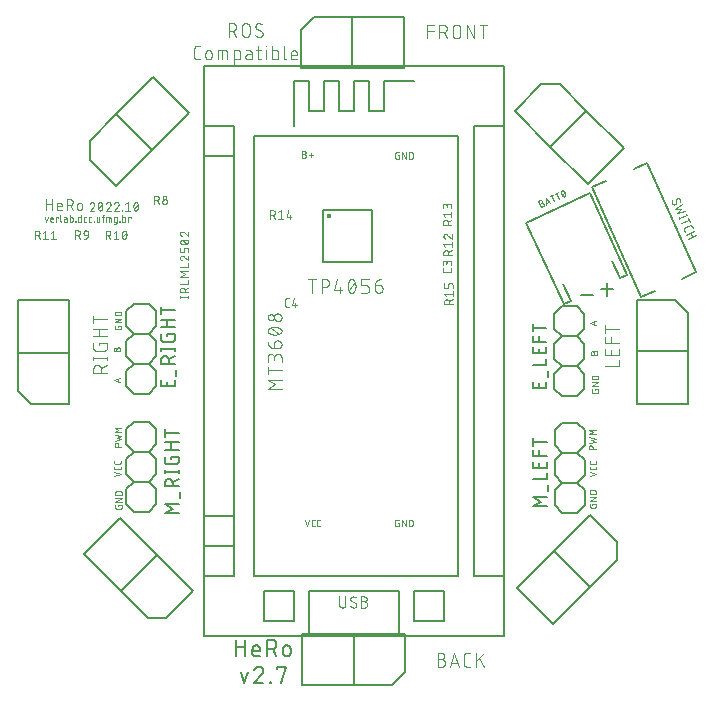
<source format=gbr>
G04 EAGLE Gerber RS-274X export*
G75*
%MOMM*%
%FSLAX34Y34*%
%LPD*%
%INSilkscreen Top*%
%IPPOS*%
%AMOC8*
5,1,8,0,0,1.08239X$1,22.5*%
G01*
%ADD10C,0.101600*%
%ADD11C,0.050800*%
%ADD12C,0.076200*%
%ADD13C,0.127000*%
%ADD14C,0.152400*%
%ADD15C,0.203200*%
%ADD16C,0.200000*%
%ADD17C,0.447213*%


D10*
X334408Y282249D02*
X346092Y282249D01*
X346092Y287441D01*
X346092Y292155D02*
X346092Y297347D01*
X346092Y292155D02*
X334408Y292155D01*
X334408Y297347D01*
X339601Y296049D02*
X339601Y292155D01*
X334408Y302061D02*
X346092Y302061D01*
X334408Y302061D02*
X334408Y307253D01*
X339601Y307253D02*
X339601Y302061D01*
X334408Y314046D02*
X346092Y314046D01*
X334408Y310801D02*
X334408Y317292D01*
D11*
X79506Y462058D02*
X77954Y462058D01*
X79506Y462058D02*
X79583Y462056D01*
X79661Y462050D01*
X79737Y462041D01*
X79814Y462027D01*
X79889Y462010D01*
X79963Y461989D01*
X80037Y461964D01*
X80109Y461936D01*
X80179Y461904D01*
X80248Y461869D01*
X80315Y461830D01*
X80380Y461788D01*
X80443Y461743D01*
X80504Y461695D01*
X80562Y461644D01*
X80617Y461590D01*
X80670Y461533D01*
X80719Y461474D01*
X80766Y461412D01*
X80810Y461348D01*
X80850Y461282D01*
X80887Y461214D01*
X80921Y461144D01*
X80951Y461073D01*
X80977Y461000D01*
X81000Y460926D01*
X81019Y460851D01*
X81034Y460776D01*
X81046Y460699D01*
X81054Y460622D01*
X81058Y460545D01*
X81058Y460467D01*
X81054Y460390D01*
X81046Y460313D01*
X81034Y460236D01*
X81019Y460161D01*
X81000Y460086D01*
X80977Y460012D01*
X80951Y459939D01*
X80921Y459868D01*
X80887Y459798D01*
X80850Y459730D01*
X80810Y459664D01*
X80766Y459600D01*
X80719Y459538D01*
X80670Y459479D01*
X80617Y459422D01*
X80562Y459368D01*
X80504Y459317D01*
X80443Y459269D01*
X80380Y459224D01*
X80315Y459182D01*
X80248Y459143D01*
X80179Y459108D01*
X80109Y459076D01*
X80037Y459048D01*
X79963Y459023D01*
X79889Y459002D01*
X79814Y458985D01*
X79737Y458971D01*
X79661Y458962D01*
X79583Y458956D01*
X79506Y458954D01*
X77954Y458954D01*
X77954Y464542D01*
X79506Y464542D01*
X79576Y464540D01*
X79645Y464534D01*
X79714Y464524D01*
X79782Y464511D01*
X79850Y464493D01*
X79916Y464472D01*
X79981Y464447D01*
X80045Y464419D01*
X80107Y464387D01*
X80167Y464352D01*
X80225Y464313D01*
X80280Y464271D01*
X80334Y464226D01*
X80384Y464178D01*
X80432Y464128D01*
X80477Y464074D01*
X80519Y464019D01*
X80558Y463961D01*
X80593Y463901D01*
X80625Y463839D01*
X80653Y463775D01*
X80678Y463710D01*
X80699Y463644D01*
X80717Y463576D01*
X80730Y463508D01*
X80740Y463439D01*
X80746Y463370D01*
X80748Y463300D01*
X80746Y463230D01*
X80740Y463161D01*
X80730Y463092D01*
X80717Y463024D01*
X80699Y462956D01*
X80678Y462890D01*
X80653Y462825D01*
X80625Y462761D01*
X80593Y462699D01*
X80558Y462639D01*
X80519Y462581D01*
X80477Y462526D01*
X80432Y462472D01*
X80384Y462422D01*
X80334Y462374D01*
X80280Y462329D01*
X80225Y462287D01*
X80167Y462248D01*
X80107Y462213D01*
X80045Y462181D01*
X79981Y462153D01*
X79916Y462128D01*
X79850Y462107D01*
X79782Y462089D01*
X79714Y462076D01*
X79645Y462066D01*
X79576Y462060D01*
X79506Y462058D01*
X83230Y461127D02*
X86955Y461127D01*
X85092Y459264D02*
X85092Y462990D01*
X158810Y461062D02*
X159742Y461062D01*
X159742Y457958D01*
X157879Y457958D01*
X157809Y457960D01*
X157740Y457966D01*
X157671Y457976D01*
X157603Y457989D01*
X157535Y458007D01*
X157469Y458028D01*
X157404Y458053D01*
X157340Y458081D01*
X157278Y458113D01*
X157218Y458148D01*
X157160Y458187D01*
X157105Y458229D01*
X157051Y458274D01*
X157001Y458322D01*
X156953Y458372D01*
X156908Y458426D01*
X156866Y458481D01*
X156827Y458539D01*
X156792Y458599D01*
X156760Y458661D01*
X156732Y458725D01*
X156707Y458790D01*
X156686Y458856D01*
X156668Y458924D01*
X156655Y458992D01*
X156645Y459061D01*
X156639Y459130D01*
X156637Y459200D01*
X156637Y462304D01*
X156639Y462374D01*
X156645Y462443D01*
X156655Y462512D01*
X156668Y462580D01*
X156686Y462648D01*
X156707Y462714D01*
X156732Y462779D01*
X156760Y462843D01*
X156792Y462905D01*
X156827Y462965D01*
X156866Y463023D01*
X156908Y463078D01*
X156953Y463132D01*
X157001Y463182D01*
X157051Y463230D01*
X157105Y463275D01*
X157160Y463317D01*
X157218Y463356D01*
X157278Y463391D01*
X157340Y463423D01*
X157404Y463451D01*
X157469Y463476D01*
X157535Y463497D01*
X157603Y463515D01*
X157671Y463528D01*
X157740Y463538D01*
X157809Y463544D01*
X157879Y463546D01*
X159742Y463546D01*
X162489Y463546D02*
X162489Y457958D01*
X165594Y457958D02*
X162489Y463546D01*
X165594Y463546D02*
X165594Y457958D01*
X168342Y457958D02*
X168342Y463546D01*
X169894Y463546D01*
X169970Y463544D01*
X170046Y463539D01*
X170122Y463529D01*
X170197Y463516D01*
X170271Y463499D01*
X170345Y463479D01*
X170417Y463455D01*
X170488Y463428D01*
X170558Y463397D01*
X170626Y463363D01*
X170692Y463325D01*
X170756Y463284D01*
X170819Y463241D01*
X170879Y463194D01*
X170936Y463144D01*
X170991Y463091D01*
X171044Y463036D01*
X171094Y462979D01*
X171141Y462919D01*
X171184Y462856D01*
X171225Y462792D01*
X171263Y462726D01*
X171297Y462658D01*
X171328Y462588D01*
X171355Y462517D01*
X171379Y462444D01*
X171399Y462371D01*
X171416Y462297D01*
X171429Y462222D01*
X171439Y462146D01*
X171444Y462070D01*
X171446Y461994D01*
X171446Y459510D01*
X171444Y459431D01*
X171438Y459353D01*
X171428Y459275D01*
X171414Y459198D01*
X171396Y459121D01*
X171375Y459045D01*
X171349Y458971D01*
X171320Y458898D01*
X171287Y458827D01*
X171251Y458757D01*
X171211Y458689D01*
X171168Y458623D01*
X171121Y458560D01*
X171072Y458499D01*
X171019Y458441D01*
X170963Y458385D01*
X170905Y458332D01*
X170844Y458283D01*
X170781Y458236D01*
X170715Y458193D01*
X170647Y458153D01*
X170578Y458117D01*
X170506Y458084D01*
X170433Y458055D01*
X170359Y458029D01*
X170283Y458008D01*
X170206Y457990D01*
X170129Y457976D01*
X170051Y457966D01*
X169973Y457960D01*
X169894Y457958D01*
X168342Y457958D01*
X159642Y150062D02*
X158710Y150062D01*
X159642Y150062D02*
X159642Y146958D01*
X157779Y146958D01*
X157709Y146960D01*
X157640Y146966D01*
X157571Y146976D01*
X157503Y146989D01*
X157435Y147007D01*
X157369Y147028D01*
X157304Y147053D01*
X157240Y147081D01*
X157178Y147113D01*
X157118Y147148D01*
X157060Y147187D01*
X157005Y147229D01*
X156951Y147274D01*
X156901Y147322D01*
X156853Y147372D01*
X156808Y147426D01*
X156766Y147481D01*
X156727Y147539D01*
X156692Y147599D01*
X156660Y147661D01*
X156632Y147725D01*
X156607Y147790D01*
X156586Y147856D01*
X156568Y147924D01*
X156555Y147992D01*
X156545Y148061D01*
X156539Y148130D01*
X156537Y148200D01*
X156537Y151304D01*
X156539Y151374D01*
X156545Y151443D01*
X156555Y151512D01*
X156568Y151580D01*
X156586Y151648D01*
X156607Y151714D01*
X156632Y151779D01*
X156660Y151843D01*
X156692Y151905D01*
X156727Y151965D01*
X156766Y152023D01*
X156808Y152078D01*
X156853Y152132D01*
X156901Y152182D01*
X156951Y152230D01*
X157005Y152275D01*
X157060Y152317D01*
X157118Y152356D01*
X157178Y152391D01*
X157240Y152423D01*
X157304Y152451D01*
X157369Y152476D01*
X157435Y152497D01*
X157503Y152515D01*
X157571Y152528D01*
X157640Y152538D01*
X157709Y152544D01*
X157779Y152546D01*
X159642Y152546D01*
X162389Y152546D02*
X162389Y146958D01*
X165494Y146958D02*
X162389Y152546D01*
X165494Y152546D02*
X165494Y146958D01*
X168242Y146958D02*
X168242Y152546D01*
X169794Y152546D01*
X169870Y152544D01*
X169946Y152539D01*
X170022Y152529D01*
X170097Y152516D01*
X170171Y152499D01*
X170245Y152479D01*
X170317Y152455D01*
X170388Y152428D01*
X170458Y152397D01*
X170526Y152363D01*
X170592Y152325D01*
X170656Y152284D01*
X170719Y152241D01*
X170779Y152194D01*
X170836Y152144D01*
X170891Y152091D01*
X170944Y152036D01*
X170994Y151979D01*
X171041Y151919D01*
X171084Y151856D01*
X171125Y151792D01*
X171163Y151726D01*
X171197Y151658D01*
X171228Y151588D01*
X171255Y151517D01*
X171279Y151444D01*
X171299Y151371D01*
X171316Y151297D01*
X171329Y151222D01*
X171339Y151146D01*
X171344Y151070D01*
X171346Y150994D01*
X171346Y148510D01*
X171344Y148431D01*
X171338Y148353D01*
X171328Y148275D01*
X171314Y148198D01*
X171296Y148121D01*
X171275Y148045D01*
X171249Y147971D01*
X171220Y147898D01*
X171187Y147827D01*
X171151Y147757D01*
X171111Y147689D01*
X171068Y147623D01*
X171021Y147560D01*
X170972Y147499D01*
X170919Y147441D01*
X170863Y147385D01*
X170805Y147332D01*
X170744Y147283D01*
X170681Y147236D01*
X170615Y147193D01*
X170547Y147153D01*
X170478Y147117D01*
X170406Y147084D01*
X170333Y147055D01*
X170259Y147029D01*
X170183Y147008D01*
X170106Y146990D01*
X170029Y146976D01*
X169951Y146966D01*
X169873Y146960D01*
X169794Y146958D01*
X168242Y146958D01*
X81973Y146958D02*
X80110Y152546D01*
X83835Y152546D02*
X81973Y146958D01*
X87132Y146958D02*
X88374Y146958D01*
X87132Y146958D02*
X87062Y146960D01*
X86993Y146966D01*
X86924Y146976D01*
X86856Y146989D01*
X86788Y147007D01*
X86722Y147028D01*
X86657Y147053D01*
X86593Y147081D01*
X86531Y147113D01*
X86471Y147148D01*
X86413Y147187D01*
X86358Y147229D01*
X86304Y147274D01*
X86254Y147322D01*
X86206Y147372D01*
X86161Y147426D01*
X86119Y147481D01*
X86080Y147539D01*
X86045Y147599D01*
X86013Y147661D01*
X85985Y147725D01*
X85960Y147790D01*
X85939Y147856D01*
X85921Y147924D01*
X85908Y147992D01*
X85898Y148061D01*
X85892Y148130D01*
X85890Y148200D01*
X85891Y148200D02*
X85891Y151304D01*
X85890Y151304D02*
X85892Y151374D01*
X85898Y151443D01*
X85908Y151512D01*
X85921Y151580D01*
X85939Y151648D01*
X85960Y151714D01*
X85985Y151779D01*
X86013Y151843D01*
X86045Y151905D01*
X86080Y151965D01*
X86119Y152023D01*
X86161Y152078D01*
X86206Y152132D01*
X86254Y152182D01*
X86304Y152230D01*
X86358Y152275D01*
X86413Y152317D01*
X86471Y152356D01*
X86531Y152391D01*
X86593Y152423D01*
X86657Y152451D01*
X86722Y152476D01*
X86788Y152497D01*
X86856Y152515D01*
X86924Y152528D01*
X86993Y152538D01*
X87062Y152544D01*
X87132Y152546D01*
X88374Y152546D01*
X91704Y146958D02*
X92946Y146958D01*
X91704Y146958D02*
X91634Y146960D01*
X91565Y146966D01*
X91496Y146976D01*
X91428Y146989D01*
X91360Y147007D01*
X91294Y147028D01*
X91229Y147053D01*
X91165Y147081D01*
X91103Y147113D01*
X91043Y147148D01*
X90985Y147187D01*
X90930Y147229D01*
X90876Y147274D01*
X90826Y147322D01*
X90778Y147372D01*
X90733Y147426D01*
X90691Y147481D01*
X90652Y147539D01*
X90617Y147599D01*
X90585Y147661D01*
X90557Y147725D01*
X90532Y147790D01*
X90511Y147856D01*
X90493Y147924D01*
X90480Y147992D01*
X90470Y148061D01*
X90464Y148130D01*
X90462Y148200D01*
X90462Y151304D01*
X90464Y151374D01*
X90470Y151443D01*
X90480Y151512D01*
X90493Y151580D01*
X90511Y151648D01*
X90532Y151714D01*
X90557Y151779D01*
X90585Y151843D01*
X90617Y151905D01*
X90652Y151965D01*
X90691Y152023D01*
X90733Y152078D01*
X90778Y152132D01*
X90826Y152182D01*
X90876Y152230D01*
X90930Y152275D01*
X90985Y152317D01*
X91043Y152356D01*
X91103Y152391D01*
X91165Y152423D01*
X91229Y152451D01*
X91294Y152476D01*
X91360Y152497D01*
X91428Y152515D01*
X91496Y152528D01*
X91565Y152538D01*
X91634Y152544D01*
X91704Y152546D01*
X92946Y152546D01*
D12*
X109281Y87479D02*
X109281Y80692D01*
X109283Y80591D01*
X109289Y80490D01*
X109299Y80389D01*
X109312Y80289D01*
X109330Y80189D01*
X109351Y80090D01*
X109377Y79992D01*
X109406Y79895D01*
X109438Y79799D01*
X109475Y79705D01*
X109515Y79612D01*
X109559Y79520D01*
X109606Y79431D01*
X109657Y79343D01*
X109711Y79257D01*
X109768Y79174D01*
X109828Y79092D01*
X109892Y79014D01*
X109958Y78937D01*
X110028Y78864D01*
X110100Y78793D01*
X110175Y78725D01*
X110253Y78660D01*
X110333Y78598D01*
X110415Y78539D01*
X110500Y78483D01*
X110587Y78431D01*
X110675Y78382D01*
X110766Y78336D01*
X110858Y78295D01*
X110952Y78256D01*
X111047Y78222D01*
X111143Y78191D01*
X111241Y78164D01*
X111339Y78140D01*
X111439Y78121D01*
X111539Y78105D01*
X111639Y78093D01*
X111740Y78085D01*
X111841Y78081D01*
X111943Y78081D01*
X112044Y78085D01*
X112145Y78093D01*
X112245Y78105D01*
X112345Y78121D01*
X112445Y78140D01*
X112543Y78164D01*
X112641Y78191D01*
X112737Y78222D01*
X112832Y78256D01*
X112926Y78295D01*
X113018Y78336D01*
X113109Y78382D01*
X113197Y78431D01*
X113284Y78483D01*
X113369Y78539D01*
X113451Y78598D01*
X113531Y78660D01*
X113609Y78725D01*
X113684Y78793D01*
X113756Y78864D01*
X113826Y78937D01*
X113892Y79014D01*
X113956Y79092D01*
X114016Y79174D01*
X114073Y79257D01*
X114127Y79343D01*
X114178Y79431D01*
X114225Y79520D01*
X114269Y79612D01*
X114309Y79705D01*
X114346Y79799D01*
X114378Y79895D01*
X114407Y79992D01*
X114433Y80090D01*
X114454Y80189D01*
X114472Y80289D01*
X114485Y80389D01*
X114495Y80490D01*
X114501Y80591D01*
X114503Y80692D01*
X114502Y80692D02*
X114502Y87479D01*
X123646Y80169D02*
X123644Y80080D01*
X123638Y79992D01*
X123629Y79904D01*
X123616Y79816D01*
X123599Y79729D01*
X123579Y79643D01*
X123554Y79558D01*
X123527Y79473D01*
X123495Y79390D01*
X123461Y79309D01*
X123422Y79229D01*
X123381Y79151D01*
X123336Y79074D01*
X123288Y79000D01*
X123237Y78927D01*
X123183Y78857D01*
X123125Y78790D01*
X123065Y78724D01*
X123003Y78662D01*
X122937Y78602D01*
X122870Y78544D01*
X122800Y78490D01*
X122727Y78439D01*
X122653Y78391D01*
X122576Y78346D01*
X122498Y78305D01*
X122418Y78266D01*
X122337Y78232D01*
X122254Y78200D01*
X122169Y78173D01*
X122084Y78148D01*
X121998Y78128D01*
X121911Y78111D01*
X121823Y78098D01*
X121735Y78089D01*
X121647Y78083D01*
X121558Y78081D01*
X121429Y78083D01*
X121300Y78089D01*
X121171Y78098D01*
X121043Y78111D01*
X120915Y78128D01*
X120788Y78149D01*
X120661Y78173D01*
X120535Y78201D01*
X120410Y78233D01*
X120286Y78268D01*
X120163Y78307D01*
X120041Y78350D01*
X119921Y78396D01*
X119802Y78446D01*
X119684Y78499D01*
X119568Y78555D01*
X119454Y78615D01*
X119341Y78678D01*
X119231Y78745D01*
X119122Y78814D01*
X119016Y78887D01*
X118911Y78963D01*
X118809Y79042D01*
X118710Y79124D01*
X118612Y79208D01*
X118517Y79296D01*
X118425Y79386D01*
X118686Y85391D02*
X118688Y85480D01*
X118694Y85568D01*
X118703Y85656D01*
X118716Y85744D01*
X118733Y85831D01*
X118753Y85917D01*
X118778Y86002D01*
X118805Y86087D01*
X118837Y86170D01*
X118871Y86251D01*
X118910Y86331D01*
X118951Y86409D01*
X118996Y86486D01*
X119044Y86560D01*
X119095Y86633D01*
X119149Y86703D01*
X119207Y86770D01*
X119267Y86836D01*
X119329Y86898D01*
X119395Y86958D01*
X119462Y87016D01*
X119532Y87070D01*
X119605Y87121D01*
X119679Y87169D01*
X119756Y87214D01*
X119834Y87255D01*
X119914Y87294D01*
X119995Y87328D01*
X120078Y87360D01*
X120163Y87387D01*
X120248Y87412D01*
X120334Y87432D01*
X120421Y87449D01*
X120509Y87462D01*
X120597Y87471D01*
X120685Y87477D01*
X120774Y87479D01*
X120894Y87477D01*
X121014Y87472D01*
X121134Y87462D01*
X121253Y87450D01*
X121372Y87433D01*
X121490Y87413D01*
X121608Y87389D01*
X121724Y87362D01*
X121840Y87331D01*
X121955Y87297D01*
X122069Y87259D01*
X122182Y87217D01*
X122293Y87172D01*
X122403Y87124D01*
X122511Y87073D01*
X122618Y87018D01*
X122723Y86960D01*
X122826Y86898D01*
X122927Y86834D01*
X123027Y86766D01*
X123124Y86696D01*
X119730Y83564D02*
X119652Y83612D01*
X119576Y83664D01*
X119503Y83718D01*
X119432Y83776D01*
X119363Y83837D01*
X119297Y83901D01*
X119234Y83968D01*
X119174Y84037D01*
X119117Y84109D01*
X119063Y84183D01*
X119013Y84260D01*
X118965Y84339D01*
X118922Y84419D01*
X118881Y84502D01*
X118845Y84586D01*
X118812Y84671D01*
X118783Y84758D01*
X118757Y84847D01*
X118735Y84936D01*
X118718Y85026D01*
X118704Y85116D01*
X118694Y85208D01*
X118688Y85299D01*
X118686Y85391D01*
X122602Y81996D02*
X122680Y81948D01*
X122756Y81896D01*
X122829Y81842D01*
X122900Y81784D01*
X122969Y81723D01*
X123035Y81659D01*
X123098Y81592D01*
X123158Y81523D01*
X123215Y81451D01*
X123269Y81377D01*
X123319Y81300D01*
X123367Y81221D01*
X123410Y81141D01*
X123451Y81058D01*
X123487Y80974D01*
X123520Y80889D01*
X123549Y80802D01*
X123575Y80713D01*
X123597Y80624D01*
X123614Y80534D01*
X123628Y80444D01*
X123638Y80352D01*
X123644Y80261D01*
X123646Y80169D01*
X122602Y81997D02*
X119730Y83563D01*
X127700Y83302D02*
X130311Y83302D01*
X130311Y83303D02*
X130412Y83301D01*
X130513Y83295D01*
X130614Y83285D01*
X130714Y83272D01*
X130814Y83254D01*
X130913Y83233D01*
X131011Y83207D01*
X131108Y83178D01*
X131204Y83146D01*
X131298Y83109D01*
X131391Y83069D01*
X131483Y83025D01*
X131572Y82978D01*
X131660Y82927D01*
X131746Y82873D01*
X131829Y82816D01*
X131911Y82756D01*
X131989Y82692D01*
X132066Y82626D01*
X132139Y82556D01*
X132210Y82484D01*
X132278Y82409D01*
X132343Y82331D01*
X132405Y82251D01*
X132464Y82169D01*
X132520Y82084D01*
X132572Y81997D01*
X132621Y81909D01*
X132667Y81818D01*
X132708Y81726D01*
X132747Y81632D01*
X132781Y81537D01*
X132812Y81441D01*
X132839Y81343D01*
X132863Y81245D01*
X132882Y81145D01*
X132898Y81045D01*
X132910Y80945D01*
X132918Y80844D01*
X132922Y80743D01*
X132922Y80641D01*
X132918Y80540D01*
X132910Y80439D01*
X132898Y80339D01*
X132882Y80239D01*
X132863Y80139D01*
X132839Y80041D01*
X132812Y79943D01*
X132781Y79847D01*
X132747Y79752D01*
X132708Y79658D01*
X132667Y79566D01*
X132621Y79475D01*
X132572Y79386D01*
X132520Y79300D01*
X132464Y79215D01*
X132405Y79133D01*
X132343Y79053D01*
X132278Y78975D01*
X132210Y78900D01*
X132139Y78828D01*
X132066Y78758D01*
X131989Y78692D01*
X131911Y78628D01*
X131829Y78568D01*
X131746Y78511D01*
X131660Y78457D01*
X131572Y78406D01*
X131483Y78359D01*
X131391Y78315D01*
X131298Y78275D01*
X131204Y78238D01*
X131108Y78206D01*
X131011Y78177D01*
X130913Y78151D01*
X130814Y78130D01*
X130714Y78112D01*
X130614Y78099D01*
X130513Y78089D01*
X130412Y78083D01*
X130311Y78081D01*
X127700Y78081D01*
X127700Y87479D01*
X130311Y87479D01*
X130401Y87477D01*
X130490Y87471D01*
X130580Y87462D01*
X130669Y87448D01*
X130757Y87431D01*
X130844Y87410D01*
X130931Y87385D01*
X131016Y87356D01*
X131100Y87324D01*
X131182Y87289D01*
X131263Y87249D01*
X131342Y87207D01*
X131419Y87161D01*
X131494Y87111D01*
X131567Y87059D01*
X131638Y87003D01*
X131706Y86945D01*
X131771Y86883D01*
X131834Y86819D01*
X131894Y86752D01*
X131951Y86683D01*
X132005Y86611D01*
X132056Y86537D01*
X132104Y86461D01*
X132148Y86383D01*
X132189Y86303D01*
X132227Y86221D01*
X132261Y86138D01*
X132291Y86053D01*
X132318Y85967D01*
X132341Y85881D01*
X132360Y85793D01*
X132375Y85704D01*
X132387Y85615D01*
X132395Y85526D01*
X132399Y85436D01*
X132399Y85346D01*
X132395Y85256D01*
X132387Y85167D01*
X132375Y85078D01*
X132360Y84989D01*
X132341Y84901D01*
X132318Y84815D01*
X132291Y84729D01*
X132261Y84644D01*
X132227Y84561D01*
X132189Y84479D01*
X132148Y84399D01*
X132104Y84321D01*
X132056Y84245D01*
X132005Y84171D01*
X131951Y84099D01*
X131894Y84030D01*
X131834Y83963D01*
X131771Y83899D01*
X131706Y83837D01*
X131638Y83779D01*
X131567Y83723D01*
X131494Y83671D01*
X131419Y83621D01*
X131342Y83575D01*
X131263Y83533D01*
X131182Y83493D01*
X131100Y83458D01*
X131016Y83426D01*
X130931Y83397D01*
X130844Y83372D01*
X130757Y83351D01*
X130669Y83334D01*
X130580Y83320D01*
X130490Y83311D01*
X130401Y83305D01*
X130311Y83303D01*
D13*
X21787Y50915D02*
X21787Y36945D01*
X21787Y44706D02*
X29548Y44706D01*
X29548Y50915D02*
X29548Y36945D01*
X38124Y36945D02*
X42005Y36945D01*
X38124Y36945D02*
X38030Y36947D01*
X37937Y36953D01*
X37843Y36962D01*
X37751Y36975D01*
X37658Y36992D01*
X37567Y37013D01*
X37476Y37037D01*
X37387Y37065D01*
X37298Y37096D01*
X37212Y37131D01*
X37126Y37170D01*
X37042Y37212D01*
X36960Y37257D01*
X36880Y37305D01*
X36802Y37357D01*
X36725Y37412D01*
X36652Y37470D01*
X36580Y37530D01*
X36511Y37594D01*
X36445Y37660D01*
X36381Y37729D01*
X36321Y37801D01*
X36263Y37874D01*
X36208Y37951D01*
X36156Y38029D01*
X36108Y38109D01*
X36063Y38191D01*
X36021Y38275D01*
X35982Y38361D01*
X35947Y38447D01*
X35916Y38536D01*
X35888Y38625D01*
X35864Y38716D01*
X35843Y38807D01*
X35826Y38900D01*
X35813Y38992D01*
X35804Y39086D01*
X35798Y39179D01*
X35796Y39273D01*
X35796Y43154D01*
X35798Y43265D01*
X35804Y43375D01*
X35814Y43486D01*
X35828Y43596D01*
X35845Y43705D01*
X35867Y43814D01*
X35892Y43922D01*
X35922Y44028D01*
X35955Y44134D01*
X35992Y44239D01*
X36032Y44342D01*
X36077Y44443D01*
X36124Y44543D01*
X36176Y44642D01*
X36231Y44738D01*
X36289Y44832D01*
X36350Y44924D01*
X36415Y45014D01*
X36483Y45102D01*
X36554Y45187D01*
X36628Y45269D01*
X36705Y45349D01*
X36785Y45426D01*
X36867Y45500D01*
X36952Y45571D01*
X37040Y45639D01*
X37130Y45704D01*
X37222Y45765D01*
X37316Y45823D01*
X37412Y45878D01*
X37511Y45930D01*
X37611Y45977D01*
X37712Y46022D01*
X37815Y46062D01*
X37920Y46099D01*
X38026Y46132D01*
X38132Y46162D01*
X38240Y46187D01*
X38349Y46209D01*
X38458Y46226D01*
X38568Y46240D01*
X38679Y46250D01*
X38789Y46256D01*
X38900Y46258D01*
X39011Y46256D01*
X39121Y46250D01*
X39232Y46240D01*
X39342Y46226D01*
X39451Y46209D01*
X39560Y46187D01*
X39668Y46162D01*
X39774Y46132D01*
X39880Y46099D01*
X39985Y46062D01*
X40088Y46022D01*
X40189Y45977D01*
X40289Y45930D01*
X40388Y45878D01*
X40484Y45823D01*
X40578Y45765D01*
X40670Y45704D01*
X40760Y45639D01*
X40848Y45571D01*
X40933Y45500D01*
X41015Y45426D01*
X41095Y45349D01*
X41172Y45269D01*
X41246Y45187D01*
X41317Y45102D01*
X41385Y45014D01*
X41450Y44924D01*
X41511Y44832D01*
X41569Y44738D01*
X41624Y44642D01*
X41676Y44543D01*
X41723Y44443D01*
X41768Y44342D01*
X41808Y44239D01*
X41845Y44134D01*
X41878Y44028D01*
X41908Y43922D01*
X41933Y43814D01*
X41955Y43705D01*
X41972Y43596D01*
X41986Y43486D01*
X41996Y43375D01*
X42002Y43265D01*
X42004Y43154D01*
X42005Y43154D02*
X42005Y41602D01*
X35796Y41602D01*
X48341Y36945D02*
X48341Y50915D01*
X52221Y50915D01*
X52344Y50913D01*
X52467Y50907D01*
X52590Y50897D01*
X52712Y50884D01*
X52834Y50866D01*
X52955Y50845D01*
X53076Y50820D01*
X53196Y50791D01*
X53314Y50758D01*
X53432Y50721D01*
X53548Y50681D01*
X53663Y50637D01*
X53777Y50589D01*
X53889Y50538D01*
X53999Y50484D01*
X54108Y50425D01*
X54215Y50364D01*
X54319Y50299D01*
X54422Y50231D01*
X54522Y50159D01*
X54620Y50085D01*
X54716Y50007D01*
X54809Y49926D01*
X54899Y49843D01*
X54987Y49756D01*
X55072Y49667D01*
X55154Y49576D01*
X55233Y49481D01*
X55309Y49384D01*
X55382Y49285D01*
X55452Y49184D01*
X55519Y49080D01*
X55582Y48974D01*
X55642Y48867D01*
X55698Y48757D01*
X55751Y48646D01*
X55801Y48533D01*
X55846Y48419D01*
X55889Y48303D01*
X55927Y48186D01*
X55962Y48068D01*
X55993Y47949D01*
X56020Y47829D01*
X56043Y47708D01*
X56062Y47586D01*
X56078Y47464D01*
X56090Y47342D01*
X56098Y47219D01*
X56102Y47096D01*
X56102Y46972D01*
X56098Y46849D01*
X56090Y46726D01*
X56078Y46604D01*
X56062Y46482D01*
X56043Y46360D01*
X56020Y46239D01*
X55993Y46119D01*
X55962Y46000D01*
X55927Y45882D01*
X55889Y45765D01*
X55846Y45649D01*
X55801Y45535D01*
X55751Y45422D01*
X55698Y45311D01*
X55642Y45201D01*
X55582Y45093D01*
X55519Y44988D01*
X55452Y44884D01*
X55382Y44783D01*
X55309Y44684D01*
X55233Y44587D01*
X55154Y44492D01*
X55072Y44401D01*
X54987Y44312D01*
X54899Y44225D01*
X54809Y44142D01*
X54716Y44061D01*
X54620Y43983D01*
X54522Y43909D01*
X54422Y43837D01*
X54319Y43769D01*
X54215Y43704D01*
X54108Y43643D01*
X53999Y43584D01*
X53889Y43530D01*
X53777Y43479D01*
X53663Y43431D01*
X53548Y43387D01*
X53432Y43347D01*
X53314Y43310D01*
X53196Y43277D01*
X53076Y43248D01*
X52955Y43223D01*
X52834Y43202D01*
X52712Y43184D01*
X52590Y43171D01*
X52467Y43161D01*
X52344Y43155D01*
X52221Y43153D01*
X52221Y43154D02*
X48341Y43154D01*
X52998Y43154D02*
X56102Y36945D01*
X61804Y40049D02*
X61804Y43154D01*
X61806Y43265D01*
X61812Y43375D01*
X61822Y43486D01*
X61836Y43596D01*
X61853Y43705D01*
X61875Y43814D01*
X61900Y43922D01*
X61930Y44028D01*
X61963Y44134D01*
X62000Y44239D01*
X62040Y44342D01*
X62085Y44443D01*
X62132Y44543D01*
X62184Y44642D01*
X62239Y44738D01*
X62297Y44832D01*
X62358Y44924D01*
X62423Y45014D01*
X62491Y45102D01*
X62562Y45187D01*
X62636Y45269D01*
X62713Y45349D01*
X62793Y45426D01*
X62875Y45500D01*
X62960Y45571D01*
X63048Y45639D01*
X63138Y45704D01*
X63230Y45765D01*
X63324Y45823D01*
X63420Y45878D01*
X63519Y45930D01*
X63619Y45977D01*
X63720Y46022D01*
X63823Y46062D01*
X63928Y46099D01*
X64034Y46132D01*
X64140Y46162D01*
X64248Y46187D01*
X64357Y46209D01*
X64466Y46226D01*
X64576Y46240D01*
X64687Y46250D01*
X64797Y46256D01*
X64908Y46258D01*
X65019Y46256D01*
X65129Y46250D01*
X65240Y46240D01*
X65350Y46226D01*
X65459Y46209D01*
X65568Y46187D01*
X65676Y46162D01*
X65782Y46132D01*
X65888Y46099D01*
X65993Y46062D01*
X66096Y46022D01*
X66197Y45977D01*
X66297Y45930D01*
X66396Y45878D01*
X66492Y45823D01*
X66586Y45765D01*
X66678Y45704D01*
X66768Y45639D01*
X66856Y45571D01*
X66941Y45500D01*
X67023Y45426D01*
X67103Y45349D01*
X67180Y45269D01*
X67254Y45187D01*
X67325Y45102D01*
X67393Y45014D01*
X67458Y44924D01*
X67519Y44832D01*
X67577Y44738D01*
X67632Y44642D01*
X67684Y44543D01*
X67731Y44443D01*
X67776Y44342D01*
X67816Y44239D01*
X67853Y44134D01*
X67886Y44028D01*
X67916Y43922D01*
X67941Y43814D01*
X67963Y43705D01*
X67980Y43596D01*
X67994Y43486D01*
X68004Y43375D01*
X68010Y43265D01*
X68012Y43154D01*
X68013Y43154D02*
X68013Y40049D01*
X68012Y40049D02*
X68010Y39938D01*
X68004Y39828D01*
X67994Y39717D01*
X67980Y39607D01*
X67963Y39498D01*
X67941Y39389D01*
X67916Y39281D01*
X67886Y39175D01*
X67853Y39069D01*
X67816Y38964D01*
X67776Y38861D01*
X67731Y38760D01*
X67684Y38660D01*
X67632Y38561D01*
X67577Y38465D01*
X67519Y38371D01*
X67458Y38279D01*
X67393Y38189D01*
X67325Y38101D01*
X67254Y38016D01*
X67180Y37934D01*
X67103Y37854D01*
X67023Y37777D01*
X66941Y37703D01*
X66856Y37632D01*
X66768Y37564D01*
X66678Y37499D01*
X66586Y37438D01*
X66492Y37380D01*
X66396Y37325D01*
X66297Y37273D01*
X66197Y37226D01*
X66096Y37181D01*
X65993Y37141D01*
X65888Y37104D01*
X65782Y37071D01*
X65676Y37041D01*
X65568Y37016D01*
X65459Y36994D01*
X65350Y36977D01*
X65240Y36963D01*
X65129Y36953D01*
X65019Y36947D01*
X64908Y36945D01*
X64797Y36947D01*
X64687Y36953D01*
X64576Y36963D01*
X64466Y36977D01*
X64357Y36994D01*
X64248Y37016D01*
X64140Y37041D01*
X64034Y37071D01*
X63928Y37104D01*
X63823Y37141D01*
X63720Y37181D01*
X63619Y37226D01*
X63519Y37273D01*
X63420Y37325D01*
X63324Y37380D01*
X63230Y37438D01*
X63138Y37499D01*
X63048Y37564D01*
X62960Y37632D01*
X62875Y37703D01*
X62793Y37777D01*
X62713Y37854D01*
X62636Y37934D01*
X62562Y38016D01*
X62491Y38101D01*
X62423Y38189D01*
X62358Y38279D01*
X62297Y38371D01*
X62239Y38465D01*
X62184Y38561D01*
X62132Y38660D01*
X62085Y38760D01*
X62040Y38861D01*
X62000Y38964D01*
X61963Y39069D01*
X61930Y39175D01*
X61900Y39281D01*
X61875Y39389D01*
X61853Y39498D01*
X61836Y39607D01*
X61822Y39717D01*
X61812Y39828D01*
X61806Y39938D01*
X61804Y40049D01*
X25666Y23398D02*
X28770Y14085D01*
X31875Y23398D01*
X41478Y28056D02*
X41595Y28054D01*
X41711Y28048D01*
X41828Y28038D01*
X41944Y28025D01*
X42059Y28007D01*
X42174Y27986D01*
X42288Y27961D01*
X42401Y27932D01*
X42513Y27899D01*
X42624Y27863D01*
X42733Y27823D01*
X42842Y27779D01*
X42948Y27731D01*
X43053Y27681D01*
X43157Y27626D01*
X43258Y27568D01*
X43358Y27507D01*
X43455Y27443D01*
X43550Y27375D01*
X43643Y27304D01*
X43733Y27230D01*
X43821Y27154D01*
X43906Y27074D01*
X43989Y26991D01*
X44069Y26906D01*
X44145Y26818D01*
X44219Y26728D01*
X44290Y26635D01*
X44358Y26540D01*
X44422Y26443D01*
X44483Y26343D01*
X44541Y26242D01*
X44596Y26138D01*
X44646Y26033D01*
X44694Y25927D01*
X44738Y25818D01*
X44778Y25709D01*
X44814Y25598D01*
X44847Y25486D01*
X44876Y25373D01*
X44901Y25259D01*
X44922Y25144D01*
X44940Y25029D01*
X44953Y24913D01*
X44963Y24796D01*
X44969Y24680D01*
X44971Y24563D01*
X41478Y28055D02*
X41347Y28053D01*
X41216Y28047D01*
X41085Y28038D01*
X40954Y28024D01*
X40824Y28007D01*
X40695Y27986D01*
X40566Y27961D01*
X40438Y27933D01*
X40311Y27900D01*
X40184Y27864D01*
X40059Y27825D01*
X39935Y27781D01*
X39813Y27735D01*
X39692Y27684D01*
X39572Y27630D01*
X39454Y27573D01*
X39338Y27512D01*
X39223Y27447D01*
X39111Y27380D01*
X39001Y27309D01*
X38892Y27235D01*
X38786Y27158D01*
X38682Y27078D01*
X38581Y26994D01*
X38482Y26908D01*
X38385Y26819D01*
X38292Y26727D01*
X38201Y26633D01*
X38113Y26536D01*
X38027Y26436D01*
X37945Y26334D01*
X37865Y26229D01*
X37789Y26122D01*
X37716Y26014D01*
X37646Y25902D01*
X37579Y25789D01*
X37516Y25674D01*
X37456Y25558D01*
X37400Y25439D01*
X37347Y25319D01*
X37297Y25198D01*
X37252Y25075D01*
X37209Y24950D01*
X43806Y21847D02*
X43893Y21932D01*
X43976Y22020D01*
X44057Y22111D01*
X44135Y22204D01*
X44210Y22299D01*
X44282Y22398D01*
X44350Y22498D01*
X44416Y22600D01*
X44477Y22705D01*
X44536Y22811D01*
X44591Y22920D01*
X44642Y23030D01*
X44690Y23141D01*
X44734Y23255D01*
X44775Y23369D01*
X44812Y23485D01*
X44845Y23602D01*
X44874Y23720D01*
X44899Y23839D01*
X44921Y23958D01*
X44939Y24078D01*
X44952Y24199D01*
X44962Y24320D01*
X44968Y24442D01*
X44970Y24563D01*
X43806Y21846D02*
X37209Y14085D01*
X44970Y14085D01*
X50284Y14085D02*
X50284Y14861D01*
X51060Y14861D01*
X51060Y14085D01*
X50284Y14085D01*
X56373Y26503D02*
X56373Y28055D01*
X64134Y28055D01*
X60254Y14085D01*
D10*
X192516Y34399D02*
X195761Y34399D01*
X195761Y34400D02*
X195874Y34398D01*
X195987Y34392D01*
X196100Y34382D01*
X196213Y34368D01*
X196325Y34351D01*
X196436Y34329D01*
X196546Y34304D01*
X196656Y34274D01*
X196764Y34241D01*
X196871Y34204D01*
X196977Y34164D01*
X197081Y34119D01*
X197184Y34071D01*
X197285Y34020D01*
X197384Y33965D01*
X197481Y33907D01*
X197576Y33845D01*
X197669Y33780D01*
X197759Y33712D01*
X197847Y33641D01*
X197933Y33566D01*
X198016Y33489D01*
X198096Y33409D01*
X198173Y33326D01*
X198248Y33240D01*
X198319Y33152D01*
X198387Y33062D01*
X198452Y32969D01*
X198514Y32874D01*
X198572Y32777D01*
X198627Y32678D01*
X198678Y32577D01*
X198726Y32474D01*
X198771Y32370D01*
X198811Y32264D01*
X198848Y32157D01*
X198881Y32049D01*
X198911Y31939D01*
X198936Y31829D01*
X198958Y31718D01*
X198975Y31606D01*
X198989Y31493D01*
X198999Y31380D01*
X199005Y31267D01*
X199007Y31154D01*
X199005Y31041D01*
X198999Y30928D01*
X198989Y30815D01*
X198975Y30702D01*
X198958Y30590D01*
X198936Y30479D01*
X198911Y30369D01*
X198881Y30259D01*
X198848Y30151D01*
X198811Y30044D01*
X198771Y29938D01*
X198726Y29834D01*
X198678Y29731D01*
X198627Y29630D01*
X198572Y29531D01*
X198514Y29434D01*
X198452Y29339D01*
X198387Y29246D01*
X198319Y29156D01*
X198248Y29068D01*
X198173Y28982D01*
X198096Y28899D01*
X198016Y28819D01*
X197933Y28742D01*
X197847Y28667D01*
X197759Y28596D01*
X197669Y28528D01*
X197576Y28463D01*
X197481Y28401D01*
X197384Y28343D01*
X197285Y28288D01*
X197184Y28237D01*
X197081Y28189D01*
X196977Y28144D01*
X196871Y28104D01*
X196764Y28067D01*
X196656Y28034D01*
X196546Y28004D01*
X196436Y27979D01*
X196325Y27957D01*
X196213Y27940D01*
X196100Y27926D01*
X195987Y27916D01*
X195874Y27910D01*
X195761Y27908D01*
X192516Y27908D01*
X192516Y39592D01*
X195761Y39592D01*
X195862Y39590D01*
X195962Y39584D01*
X196062Y39574D01*
X196162Y39561D01*
X196261Y39543D01*
X196360Y39522D01*
X196457Y39497D01*
X196554Y39468D01*
X196649Y39435D01*
X196743Y39399D01*
X196835Y39359D01*
X196926Y39316D01*
X197015Y39269D01*
X197102Y39219D01*
X197188Y39165D01*
X197271Y39108D01*
X197351Y39048D01*
X197430Y38985D01*
X197506Y38918D01*
X197579Y38849D01*
X197649Y38777D01*
X197717Y38703D01*
X197782Y38626D01*
X197843Y38546D01*
X197902Y38464D01*
X197957Y38380D01*
X198009Y38294D01*
X198058Y38206D01*
X198103Y38116D01*
X198145Y38024D01*
X198183Y37931D01*
X198217Y37836D01*
X198248Y37741D01*
X198275Y37644D01*
X198298Y37546D01*
X198318Y37447D01*
X198333Y37347D01*
X198345Y37247D01*
X198353Y37147D01*
X198357Y37046D01*
X198357Y36946D01*
X198353Y36845D01*
X198345Y36745D01*
X198333Y36645D01*
X198318Y36545D01*
X198298Y36446D01*
X198275Y36348D01*
X198248Y36251D01*
X198217Y36156D01*
X198183Y36061D01*
X198145Y35968D01*
X198103Y35876D01*
X198058Y35786D01*
X198009Y35698D01*
X197957Y35612D01*
X197902Y35528D01*
X197843Y35446D01*
X197782Y35366D01*
X197717Y35289D01*
X197649Y35215D01*
X197579Y35143D01*
X197506Y35074D01*
X197430Y35007D01*
X197351Y34944D01*
X197271Y34884D01*
X197188Y34827D01*
X197102Y34773D01*
X197015Y34723D01*
X196926Y34676D01*
X196835Y34633D01*
X196743Y34593D01*
X196649Y34557D01*
X196554Y34524D01*
X196457Y34495D01*
X196360Y34470D01*
X196261Y34449D01*
X196162Y34431D01*
X196062Y34418D01*
X195962Y34408D01*
X195862Y34402D01*
X195761Y34400D01*
X202746Y27908D02*
X206641Y39592D01*
X210536Y27908D01*
X209562Y30829D02*
X203720Y30829D01*
X217389Y27908D02*
X219985Y27908D01*
X217389Y27908D02*
X217290Y27910D01*
X217190Y27916D01*
X217091Y27925D01*
X216993Y27938D01*
X216895Y27955D01*
X216797Y27976D01*
X216701Y28001D01*
X216606Y28029D01*
X216512Y28061D01*
X216419Y28096D01*
X216327Y28135D01*
X216237Y28178D01*
X216149Y28223D01*
X216062Y28273D01*
X215978Y28325D01*
X215895Y28381D01*
X215815Y28439D01*
X215737Y28501D01*
X215662Y28566D01*
X215589Y28634D01*
X215519Y28704D01*
X215451Y28777D01*
X215386Y28852D01*
X215324Y28930D01*
X215266Y29010D01*
X215210Y29093D01*
X215158Y29177D01*
X215108Y29264D01*
X215063Y29352D01*
X215020Y29442D01*
X214981Y29534D01*
X214946Y29627D01*
X214914Y29721D01*
X214886Y29816D01*
X214861Y29912D01*
X214840Y30010D01*
X214823Y30108D01*
X214810Y30206D01*
X214801Y30305D01*
X214795Y30405D01*
X214793Y30504D01*
X214792Y30504D02*
X214792Y36996D01*
X214793Y36996D02*
X214795Y37095D01*
X214801Y37195D01*
X214810Y37294D01*
X214823Y37392D01*
X214840Y37490D01*
X214861Y37588D01*
X214886Y37684D01*
X214914Y37779D01*
X214946Y37873D01*
X214981Y37966D01*
X215020Y38058D01*
X215063Y38148D01*
X215108Y38236D01*
X215158Y38323D01*
X215210Y38407D01*
X215266Y38490D01*
X215324Y38570D01*
X215386Y38648D01*
X215451Y38723D01*
X215519Y38796D01*
X215589Y38866D01*
X215662Y38934D01*
X215737Y38999D01*
X215815Y39061D01*
X215895Y39119D01*
X215978Y39175D01*
X216062Y39227D01*
X216149Y39277D01*
X216237Y39322D01*
X216327Y39365D01*
X216419Y39404D01*
X216511Y39439D01*
X216606Y39471D01*
X216701Y39499D01*
X216797Y39524D01*
X216895Y39545D01*
X216993Y39562D01*
X217091Y39575D01*
X217190Y39584D01*
X217290Y39590D01*
X217389Y39592D01*
X219985Y39592D01*
X224901Y39592D02*
X224901Y27908D01*
X224901Y32452D02*
X231392Y39592D01*
X227497Y35048D02*
X231392Y27908D01*
X183928Y559908D02*
X183928Y571592D01*
X189120Y571592D01*
X189120Y566399D02*
X183928Y566399D01*
X193885Y571592D02*
X193885Y559908D01*
X193885Y571592D02*
X197130Y571592D01*
X197243Y571590D01*
X197356Y571584D01*
X197469Y571574D01*
X197582Y571560D01*
X197694Y571543D01*
X197805Y571521D01*
X197915Y571496D01*
X198025Y571466D01*
X198133Y571433D01*
X198240Y571396D01*
X198346Y571356D01*
X198450Y571311D01*
X198553Y571263D01*
X198654Y571212D01*
X198753Y571157D01*
X198850Y571099D01*
X198945Y571037D01*
X199038Y570972D01*
X199128Y570904D01*
X199216Y570833D01*
X199302Y570758D01*
X199385Y570681D01*
X199465Y570601D01*
X199542Y570518D01*
X199617Y570432D01*
X199688Y570344D01*
X199756Y570254D01*
X199821Y570161D01*
X199883Y570066D01*
X199941Y569969D01*
X199996Y569870D01*
X200047Y569769D01*
X200095Y569666D01*
X200140Y569562D01*
X200180Y569456D01*
X200217Y569349D01*
X200250Y569241D01*
X200280Y569131D01*
X200305Y569021D01*
X200327Y568910D01*
X200344Y568798D01*
X200358Y568685D01*
X200368Y568572D01*
X200374Y568459D01*
X200376Y568346D01*
X200374Y568233D01*
X200368Y568120D01*
X200358Y568007D01*
X200344Y567894D01*
X200327Y567782D01*
X200305Y567671D01*
X200280Y567561D01*
X200250Y567451D01*
X200217Y567343D01*
X200180Y567236D01*
X200140Y567130D01*
X200095Y567026D01*
X200047Y566923D01*
X199996Y566822D01*
X199941Y566723D01*
X199883Y566626D01*
X199821Y566531D01*
X199756Y566438D01*
X199688Y566348D01*
X199617Y566260D01*
X199542Y566174D01*
X199465Y566091D01*
X199385Y566011D01*
X199302Y565934D01*
X199216Y565859D01*
X199128Y565788D01*
X199038Y565720D01*
X198945Y565655D01*
X198850Y565593D01*
X198753Y565535D01*
X198654Y565480D01*
X198553Y565429D01*
X198450Y565381D01*
X198346Y565336D01*
X198240Y565296D01*
X198133Y565259D01*
X198025Y565226D01*
X197915Y565196D01*
X197805Y565171D01*
X197694Y565149D01*
X197582Y565132D01*
X197469Y565118D01*
X197356Y565108D01*
X197243Y565102D01*
X197130Y565100D01*
X197130Y565101D02*
X193885Y565101D01*
X197779Y565101D02*
X200376Y559908D01*
X205241Y563154D02*
X205241Y568346D01*
X205243Y568459D01*
X205249Y568572D01*
X205259Y568685D01*
X205273Y568798D01*
X205290Y568910D01*
X205312Y569021D01*
X205337Y569131D01*
X205367Y569241D01*
X205400Y569349D01*
X205437Y569456D01*
X205477Y569562D01*
X205522Y569666D01*
X205570Y569769D01*
X205621Y569870D01*
X205676Y569969D01*
X205734Y570066D01*
X205796Y570161D01*
X205861Y570254D01*
X205929Y570344D01*
X206000Y570432D01*
X206075Y570518D01*
X206152Y570601D01*
X206232Y570681D01*
X206315Y570758D01*
X206401Y570833D01*
X206489Y570904D01*
X206579Y570972D01*
X206672Y571037D01*
X206767Y571099D01*
X206864Y571157D01*
X206963Y571212D01*
X207064Y571263D01*
X207167Y571311D01*
X207271Y571356D01*
X207377Y571396D01*
X207484Y571433D01*
X207592Y571466D01*
X207702Y571496D01*
X207812Y571521D01*
X207923Y571543D01*
X208035Y571560D01*
X208148Y571574D01*
X208261Y571584D01*
X208374Y571590D01*
X208487Y571592D01*
X208600Y571590D01*
X208713Y571584D01*
X208826Y571574D01*
X208939Y571560D01*
X209051Y571543D01*
X209162Y571521D01*
X209272Y571496D01*
X209382Y571466D01*
X209490Y571433D01*
X209597Y571396D01*
X209703Y571356D01*
X209807Y571311D01*
X209910Y571263D01*
X210011Y571212D01*
X210110Y571157D01*
X210207Y571099D01*
X210302Y571037D01*
X210395Y570972D01*
X210485Y570904D01*
X210573Y570833D01*
X210659Y570758D01*
X210742Y570681D01*
X210822Y570601D01*
X210899Y570518D01*
X210974Y570432D01*
X211045Y570344D01*
X211113Y570254D01*
X211178Y570161D01*
X211240Y570066D01*
X211298Y569969D01*
X211353Y569870D01*
X211404Y569769D01*
X211452Y569666D01*
X211497Y569562D01*
X211537Y569456D01*
X211574Y569349D01*
X211607Y569241D01*
X211637Y569131D01*
X211662Y569021D01*
X211684Y568910D01*
X211701Y568798D01*
X211715Y568685D01*
X211725Y568572D01*
X211731Y568459D01*
X211733Y568346D01*
X211732Y568346D02*
X211732Y563154D01*
X211733Y563154D02*
X211731Y563041D01*
X211725Y562928D01*
X211715Y562815D01*
X211701Y562702D01*
X211684Y562590D01*
X211662Y562479D01*
X211637Y562369D01*
X211607Y562259D01*
X211574Y562151D01*
X211537Y562044D01*
X211497Y561938D01*
X211452Y561834D01*
X211404Y561731D01*
X211353Y561630D01*
X211298Y561531D01*
X211240Y561434D01*
X211178Y561339D01*
X211113Y561246D01*
X211045Y561156D01*
X210974Y561068D01*
X210899Y560982D01*
X210822Y560899D01*
X210742Y560819D01*
X210659Y560742D01*
X210573Y560667D01*
X210485Y560596D01*
X210395Y560528D01*
X210302Y560463D01*
X210207Y560401D01*
X210110Y560343D01*
X210011Y560288D01*
X209910Y560237D01*
X209807Y560189D01*
X209703Y560144D01*
X209597Y560104D01*
X209490Y560067D01*
X209382Y560034D01*
X209272Y560004D01*
X209162Y559979D01*
X209051Y559957D01*
X208939Y559940D01*
X208826Y559926D01*
X208713Y559916D01*
X208600Y559910D01*
X208487Y559908D01*
X208374Y559910D01*
X208261Y559916D01*
X208148Y559926D01*
X208035Y559940D01*
X207923Y559957D01*
X207812Y559979D01*
X207702Y560004D01*
X207592Y560034D01*
X207484Y560067D01*
X207377Y560104D01*
X207271Y560144D01*
X207167Y560189D01*
X207064Y560237D01*
X206963Y560288D01*
X206864Y560343D01*
X206767Y560401D01*
X206672Y560463D01*
X206579Y560528D01*
X206489Y560596D01*
X206401Y560667D01*
X206315Y560742D01*
X206232Y560819D01*
X206152Y560899D01*
X206075Y560982D01*
X206000Y561068D01*
X205929Y561156D01*
X205861Y561246D01*
X205796Y561339D01*
X205734Y561434D01*
X205676Y561531D01*
X205621Y561630D01*
X205570Y561731D01*
X205522Y561834D01*
X205477Y561938D01*
X205437Y562044D01*
X205400Y562151D01*
X205367Y562259D01*
X205337Y562369D01*
X205312Y562479D01*
X205290Y562590D01*
X205273Y562702D01*
X205259Y562815D01*
X205249Y562928D01*
X205243Y563041D01*
X205241Y563154D01*
X217052Y559908D02*
X217052Y571592D01*
X223543Y559908D01*
X223543Y571592D01*
X231346Y571592D02*
X231346Y559908D01*
X228101Y571592D02*
X234592Y571592D01*
X-87308Y276965D02*
X-98992Y276965D01*
X-98992Y280210D01*
X-98990Y280323D01*
X-98984Y280436D01*
X-98974Y280549D01*
X-98960Y280662D01*
X-98943Y280774D01*
X-98921Y280885D01*
X-98896Y280995D01*
X-98866Y281105D01*
X-98833Y281213D01*
X-98796Y281320D01*
X-98756Y281426D01*
X-98711Y281530D01*
X-98663Y281633D01*
X-98612Y281734D01*
X-98557Y281833D01*
X-98499Y281930D01*
X-98437Y282025D01*
X-98372Y282118D01*
X-98304Y282208D01*
X-98233Y282296D01*
X-98158Y282382D01*
X-98081Y282465D01*
X-98001Y282545D01*
X-97918Y282622D01*
X-97832Y282697D01*
X-97744Y282768D01*
X-97654Y282836D01*
X-97561Y282901D01*
X-97466Y282963D01*
X-97369Y283021D01*
X-97270Y283076D01*
X-97169Y283127D01*
X-97066Y283175D01*
X-96962Y283220D01*
X-96856Y283260D01*
X-96749Y283297D01*
X-96641Y283330D01*
X-96531Y283360D01*
X-96421Y283385D01*
X-96310Y283407D01*
X-96198Y283424D01*
X-96085Y283438D01*
X-95972Y283448D01*
X-95859Y283454D01*
X-95746Y283456D01*
X-95633Y283454D01*
X-95520Y283448D01*
X-95407Y283438D01*
X-95294Y283424D01*
X-95182Y283407D01*
X-95071Y283385D01*
X-94961Y283360D01*
X-94851Y283330D01*
X-94743Y283297D01*
X-94636Y283260D01*
X-94530Y283220D01*
X-94426Y283175D01*
X-94323Y283127D01*
X-94222Y283076D01*
X-94123Y283021D01*
X-94026Y282963D01*
X-93931Y282901D01*
X-93838Y282836D01*
X-93748Y282768D01*
X-93660Y282697D01*
X-93574Y282622D01*
X-93491Y282545D01*
X-93411Y282465D01*
X-93334Y282382D01*
X-93259Y282296D01*
X-93188Y282208D01*
X-93120Y282118D01*
X-93055Y282025D01*
X-92993Y281930D01*
X-92935Y281833D01*
X-92880Y281734D01*
X-92829Y281633D01*
X-92781Y281530D01*
X-92736Y281426D01*
X-92696Y281320D01*
X-92659Y281213D01*
X-92626Y281105D01*
X-92596Y280995D01*
X-92571Y280885D01*
X-92549Y280774D01*
X-92532Y280662D01*
X-92518Y280549D01*
X-92508Y280436D01*
X-92502Y280323D01*
X-92500Y280210D01*
X-92501Y280210D02*
X-92501Y276965D01*
X-92501Y280859D02*
X-87308Y283456D01*
X-87308Y289281D02*
X-98992Y289281D01*
X-87308Y287982D02*
X-87308Y290579D01*
X-98992Y290579D02*
X-98992Y287982D01*
X-93799Y300104D02*
X-93799Y302051D01*
X-87308Y302051D01*
X-87308Y298156D01*
X-87310Y298057D01*
X-87316Y297957D01*
X-87325Y297858D01*
X-87338Y297760D01*
X-87355Y297662D01*
X-87376Y297564D01*
X-87401Y297468D01*
X-87429Y297373D01*
X-87461Y297279D01*
X-87496Y297186D01*
X-87535Y297094D01*
X-87578Y297004D01*
X-87623Y296916D01*
X-87673Y296829D01*
X-87725Y296745D01*
X-87781Y296662D01*
X-87839Y296582D01*
X-87901Y296504D01*
X-87966Y296429D01*
X-88034Y296356D01*
X-88104Y296286D01*
X-88177Y296218D01*
X-88252Y296153D01*
X-88330Y296091D01*
X-88410Y296033D01*
X-88493Y295977D01*
X-88577Y295925D01*
X-88664Y295875D01*
X-88752Y295830D01*
X-88842Y295787D01*
X-88934Y295748D01*
X-89027Y295713D01*
X-89121Y295681D01*
X-89216Y295653D01*
X-89312Y295628D01*
X-89410Y295607D01*
X-89508Y295590D01*
X-89606Y295577D01*
X-89705Y295568D01*
X-89805Y295562D01*
X-89904Y295560D01*
X-96396Y295560D01*
X-96495Y295562D01*
X-96595Y295568D01*
X-96694Y295577D01*
X-96792Y295590D01*
X-96890Y295607D01*
X-96988Y295628D01*
X-97084Y295653D01*
X-97179Y295681D01*
X-97273Y295713D01*
X-97366Y295748D01*
X-97458Y295787D01*
X-97548Y295830D01*
X-97636Y295875D01*
X-97723Y295925D01*
X-97807Y295977D01*
X-97890Y296033D01*
X-97970Y296091D01*
X-98048Y296153D01*
X-98123Y296218D01*
X-98196Y296286D01*
X-98266Y296356D01*
X-98334Y296429D01*
X-98399Y296504D01*
X-98461Y296582D01*
X-98519Y296662D01*
X-98575Y296745D01*
X-98627Y296829D01*
X-98677Y296916D01*
X-98722Y297004D01*
X-98765Y297094D01*
X-98804Y297186D01*
X-98839Y297278D01*
X-98871Y297373D01*
X-98899Y297468D01*
X-98924Y297564D01*
X-98945Y297662D01*
X-98962Y297760D01*
X-98975Y297858D01*
X-98984Y297957D01*
X-98990Y298057D01*
X-98992Y298156D01*
X-98992Y302051D01*
X-98992Y307752D02*
X-87308Y307752D01*
X-93799Y307752D02*
X-93799Y314243D01*
X-98992Y314243D02*
X-87308Y314243D01*
X-87308Y322046D02*
X-98992Y322046D01*
X-98992Y318801D02*
X-98992Y325292D01*
D12*
X-139331Y414630D02*
X-139331Y424028D01*
X-139331Y419851D02*
X-134110Y419851D01*
X-134110Y424028D02*
X-134110Y414630D01*
X-128403Y414630D02*
X-125793Y414630D01*
X-128403Y414631D02*
X-128480Y414633D01*
X-128556Y414639D01*
X-128633Y414648D01*
X-128709Y414661D01*
X-128784Y414678D01*
X-128858Y414698D01*
X-128931Y414723D01*
X-129002Y414750D01*
X-129073Y414781D01*
X-129141Y414816D01*
X-129208Y414854D01*
X-129273Y414895D01*
X-129336Y414939D01*
X-129396Y414986D01*
X-129455Y415037D01*
X-129510Y415090D01*
X-129563Y415145D01*
X-129614Y415204D01*
X-129661Y415264D01*
X-129705Y415327D01*
X-129746Y415392D01*
X-129784Y415459D01*
X-129819Y415527D01*
X-129850Y415598D01*
X-129877Y415669D01*
X-129902Y415742D01*
X-129922Y415816D01*
X-129939Y415891D01*
X-129952Y415967D01*
X-129961Y416044D01*
X-129967Y416120D01*
X-129969Y416197D01*
X-129969Y418807D01*
X-129967Y418897D01*
X-129961Y418986D01*
X-129952Y419076D01*
X-129938Y419165D01*
X-129921Y419253D01*
X-129900Y419340D01*
X-129875Y419427D01*
X-129846Y419512D01*
X-129814Y419596D01*
X-129779Y419678D01*
X-129739Y419759D01*
X-129697Y419838D01*
X-129651Y419915D01*
X-129601Y419990D01*
X-129549Y420063D01*
X-129493Y420134D01*
X-129435Y420202D01*
X-129373Y420267D01*
X-129309Y420330D01*
X-129242Y420390D01*
X-129173Y420447D01*
X-129101Y420501D01*
X-129027Y420552D01*
X-128951Y420600D01*
X-128873Y420644D01*
X-128793Y420685D01*
X-128711Y420723D01*
X-128628Y420757D01*
X-128543Y420787D01*
X-128457Y420814D01*
X-128371Y420837D01*
X-128283Y420856D01*
X-128194Y420871D01*
X-128105Y420883D01*
X-128016Y420891D01*
X-127926Y420895D01*
X-127836Y420895D01*
X-127746Y420891D01*
X-127657Y420883D01*
X-127568Y420871D01*
X-127479Y420856D01*
X-127391Y420837D01*
X-127305Y420814D01*
X-127219Y420787D01*
X-127134Y420757D01*
X-127051Y420723D01*
X-126969Y420685D01*
X-126889Y420644D01*
X-126811Y420600D01*
X-126735Y420552D01*
X-126661Y420501D01*
X-126589Y420447D01*
X-126520Y420390D01*
X-126453Y420330D01*
X-126389Y420267D01*
X-126327Y420202D01*
X-126269Y420134D01*
X-126213Y420063D01*
X-126161Y419990D01*
X-126111Y419915D01*
X-126065Y419838D01*
X-126023Y419759D01*
X-125983Y419678D01*
X-125948Y419596D01*
X-125916Y419512D01*
X-125887Y419427D01*
X-125862Y419340D01*
X-125841Y419253D01*
X-125824Y419165D01*
X-125810Y419076D01*
X-125801Y418986D01*
X-125795Y418897D01*
X-125793Y418807D01*
X-125793Y417763D01*
X-129969Y417763D01*
X-121595Y414630D02*
X-121595Y424028D01*
X-118985Y424028D01*
X-118985Y424029D02*
X-118884Y424027D01*
X-118783Y424021D01*
X-118682Y424011D01*
X-118582Y423998D01*
X-118482Y423980D01*
X-118383Y423959D01*
X-118285Y423933D01*
X-118188Y423904D01*
X-118092Y423872D01*
X-117998Y423835D01*
X-117905Y423795D01*
X-117813Y423751D01*
X-117724Y423704D01*
X-117636Y423653D01*
X-117550Y423599D01*
X-117467Y423542D01*
X-117385Y423482D01*
X-117307Y423418D01*
X-117230Y423352D01*
X-117157Y423282D01*
X-117086Y423210D01*
X-117018Y423135D01*
X-116953Y423057D01*
X-116891Y422977D01*
X-116832Y422895D01*
X-116776Y422810D01*
X-116724Y422723D01*
X-116675Y422635D01*
X-116629Y422544D01*
X-116588Y422452D01*
X-116549Y422358D01*
X-116515Y422263D01*
X-116484Y422167D01*
X-116457Y422069D01*
X-116433Y421971D01*
X-116414Y421871D01*
X-116398Y421771D01*
X-116386Y421671D01*
X-116378Y421570D01*
X-116374Y421469D01*
X-116374Y421367D01*
X-116378Y421266D01*
X-116386Y421165D01*
X-116398Y421065D01*
X-116414Y420965D01*
X-116433Y420865D01*
X-116457Y420767D01*
X-116484Y420669D01*
X-116515Y420573D01*
X-116549Y420478D01*
X-116588Y420384D01*
X-116629Y420292D01*
X-116675Y420201D01*
X-116724Y420113D01*
X-116776Y420026D01*
X-116832Y419941D01*
X-116891Y419859D01*
X-116953Y419779D01*
X-117018Y419701D01*
X-117086Y419626D01*
X-117157Y419554D01*
X-117230Y419484D01*
X-117307Y419418D01*
X-117385Y419354D01*
X-117467Y419294D01*
X-117550Y419237D01*
X-117636Y419183D01*
X-117724Y419132D01*
X-117813Y419085D01*
X-117905Y419041D01*
X-117998Y419001D01*
X-118092Y418964D01*
X-118188Y418932D01*
X-118285Y418903D01*
X-118383Y418877D01*
X-118482Y418856D01*
X-118582Y418838D01*
X-118682Y418825D01*
X-118783Y418815D01*
X-118884Y418809D01*
X-118985Y418807D01*
X-121595Y418807D01*
X-118463Y418807D02*
X-116374Y414630D01*
X-112596Y416719D02*
X-112596Y418807D01*
X-112595Y418807D02*
X-112593Y418897D01*
X-112587Y418986D01*
X-112578Y419076D01*
X-112564Y419165D01*
X-112547Y419253D01*
X-112526Y419340D01*
X-112501Y419427D01*
X-112472Y419512D01*
X-112440Y419596D01*
X-112405Y419678D01*
X-112365Y419759D01*
X-112323Y419838D01*
X-112277Y419915D01*
X-112227Y419990D01*
X-112175Y420063D01*
X-112119Y420134D01*
X-112061Y420202D01*
X-111999Y420267D01*
X-111935Y420330D01*
X-111868Y420390D01*
X-111799Y420447D01*
X-111727Y420501D01*
X-111653Y420552D01*
X-111577Y420600D01*
X-111499Y420644D01*
X-111419Y420685D01*
X-111337Y420723D01*
X-111254Y420757D01*
X-111169Y420787D01*
X-111083Y420814D01*
X-110997Y420837D01*
X-110909Y420856D01*
X-110820Y420871D01*
X-110731Y420883D01*
X-110642Y420891D01*
X-110552Y420895D01*
X-110462Y420895D01*
X-110372Y420891D01*
X-110283Y420883D01*
X-110194Y420871D01*
X-110105Y420856D01*
X-110017Y420837D01*
X-109931Y420814D01*
X-109845Y420787D01*
X-109760Y420757D01*
X-109677Y420723D01*
X-109595Y420685D01*
X-109515Y420644D01*
X-109437Y420600D01*
X-109361Y420552D01*
X-109287Y420501D01*
X-109215Y420447D01*
X-109146Y420390D01*
X-109079Y420330D01*
X-109015Y420267D01*
X-108953Y420202D01*
X-108895Y420134D01*
X-108839Y420063D01*
X-108787Y419990D01*
X-108737Y419915D01*
X-108691Y419838D01*
X-108649Y419759D01*
X-108609Y419678D01*
X-108574Y419596D01*
X-108542Y419512D01*
X-108513Y419427D01*
X-108488Y419340D01*
X-108467Y419253D01*
X-108450Y419165D01*
X-108436Y419076D01*
X-108427Y418986D01*
X-108421Y418897D01*
X-108419Y418807D01*
X-108419Y416719D01*
X-108421Y416629D01*
X-108427Y416540D01*
X-108436Y416450D01*
X-108450Y416361D01*
X-108467Y416273D01*
X-108488Y416186D01*
X-108513Y416099D01*
X-108542Y416014D01*
X-108574Y415930D01*
X-108609Y415848D01*
X-108649Y415767D01*
X-108691Y415688D01*
X-108737Y415611D01*
X-108787Y415536D01*
X-108839Y415463D01*
X-108895Y415392D01*
X-108953Y415324D01*
X-109015Y415259D01*
X-109079Y415196D01*
X-109146Y415136D01*
X-109215Y415079D01*
X-109287Y415025D01*
X-109361Y414974D01*
X-109437Y414926D01*
X-109515Y414882D01*
X-109595Y414841D01*
X-109677Y414803D01*
X-109760Y414769D01*
X-109845Y414739D01*
X-109931Y414712D01*
X-110017Y414689D01*
X-110105Y414670D01*
X-110194Y414655D01*
X-110283Y414643D01*
X-110372Y414635D01*
X-110462Y414631D01*
X-110552Y414631D01*
X-110642Y414635D01*
X-110731Y414643D01*
X-110820Y414655D01*
X-110909Y414670D01*
X-110997Y414689D01*
X-111083Y414712D01*
X-111169Y414739D01*
X-111254Y414769D01*
X-111337Y414803D01*
X-111419Y414841D01*
X-111499Y414882D01*
X-111577Y414926D01*
X-111653Y414974D01*
X-111727Y415025D01*
X-111799Y415079D01*
X-111868Y415136D01*
X-111935Y415196D01*
X-111999Y415259D01*
X-112061Y415324D01*
X-112119Y415392D01*
X-112175Y415463D01*
X-112227Y415536D01*
X-112277Y415611D01*
X-112323Y415688D01*
X-112365Y415767D01*
X-112405Y415848D01*
X-112440Y415930D01*
X-112472Y416014D01*
X-112501Y416099D01*
X-112526Y416186D01*
X-112547Y416273D01*
X-112564Y416361D01*
X-112578Y416450D01*
X-112587Y416540D01*
X-112593Y416629D01*
X-112595Y416719D01*
D11*
X-99892Y421346D02*
X-99810Y421344D01*
X-99728Y421338D01*
X-99646Y421329D01*
X-99565Y421316D01*
X-99485Y421299D01*
X-99405Y421278D01*
X-99327Y421254D01*
X-99250Y421226D01*
X-99174Y421195D01*
X-99099Y421160D01*
X-99027Y421121D01*
X-98956Y421080D01*
X-98887Y421035D01*
X-98821Y420987D01*
X-98756Y420936D01*
X-98694Y420882D01*
X-98635Y420825D01*
X-98578Y420766D01*
X-98524Y420704D01*
X-98473Y420639D01*
X-98425Y420573D01*
X-98380Y420504D01*
X-98339Y420433D01*
X-98300Y420361D01*
X-98265Y420286D01*
X-98234Y420210D01*
X-98206Y420133D01*
X-98182Y420055D01*
X-98161Y419975D01*
X-98144Y419895D01*
X-98131Y419814D01*
X-98122Y419732D01*
X-98116Y419650D01*
X-98114Y419568D01*
X-99892Y421346D02*
X-99985Y421344D01*
X-100077Y421338D01*
X-100169Y421329D01*
X-100261Y421316D01*
X-100352Y421299D01*
X-100442Y421279D01*
X-100532Y421255D01*
X-100620Y421227D01*
X-100708Y421195D01*
X-100793Y421161D01*
X-100878Y421122D01*
X-100960Y421081D01*
X-101041Y421036D01*
X-101121Y420987D01*
X-101198Y420936D01*
X-101273Y420882D01*
X-101345Y420824D01*
X-101416Y420764D01*
X-101483Y420700D01*
X-101548Y420635D01*
X-101611Y420566D01*
X-101670Y420495D01*
X-101727Y420422D01*
X-101781Y420346D01*
X-101831Y420269D01*
X-101879Y420189D01*
X-101923Y420107D01*
X-101963Y420024D01*
X-102001Y419939D01*
X-102035Y419853D01*
X-102065Y419766D01*
X-98707Y418185D02*
X-98646Y418246D01*
X-98588Y418309D01*
X-98533Y418375D01*
X-98480Y418443D01*
X-98431Y418514D01*
X-98386Y418586D01*
X-98343Y418661D01*
X-98304Y418737D01*
X-98268Y418816D01*
X-98236Y418895D01*
X-98208Y418976D01*
X-98183Y419059D01*
X-98162Y419142D01*
X-98145Y419226D01*
X-98131Y419311D01*
X-98122Y419396D01*
X-98116Y419482D01*
X-98114Y419568D01*
X-98706Y418185D02*
X-102065Y414234D01*
X-98114Y414234D01*
X-95207Y417790D02*
X-95205Y417938D01*
X-95200Y418085D01*
X-95190Y418233D01*
X-95177Y418380D01*
X-95161Y418527D01*
X-95140Y418673D01*
X-95116Y418819D01*
X-95088Y418964D01*
X-95057Y419108D01*
X-95022Y419251D01*
X-94983Y419394D01*
X-94941Y419535D01*
X-94895Y419676D01*
X-94846Y419815D01*
X-94793Y419953D01*
X-94737Y420090D01*
X-94677Y420225D01*
X-94614Y420358D01*
X-94588Y420429D01*
X-94558Y420498D01*
X-94524Y420566D01*
X-94487Y420632D01*
X-94447Y420696D01*
X-94403Y420758D01*
X-94357Y420817D01*
X-94307Y420874D01*
X-94254Y420928D01*
X-94199Y420980D01*
X-94141Y421028D01*
X-94081Y421074D01*
X-94018Y421116D01*
X-93953Y421155D01*
X-93887Y421191D01*
X-93818Y421223D01*
X-93749Y421251D01*
X-93677Y421276D01*
X-93605Y421297D01*
X-93531Y421315D01*
X-93457Y421328D01*
X-93382Y421338D01*
X-93307Y421344D01*
X-93231Y421346D01*
X-93155Y421344D01*
X-93080Y421338D01*
X-93005Y421328D01*
X-92931Y421315D01*
X-92857Y421297D01*
X-92785Y421276D01*
X-92714Y421251D01*
X-92644Y421223D01*
X-92575Y421191D01*
X-92509Y421155D01*
X-92444Y421116D01*
X-92381Y421074D01*
X-92321Y421028D01*
X-92263Y420980D01*
X-92208Y420928D01*
X-92155Y420874D01*
X-92105Y420817D01*
X-92059Y420758D01*
X-92015Y420696D01*
X-91975Y420632D01*
X-91938Y420566D01*
X-91904Y420498D01*
X-91874Y420429D01*
X-91848Y420358D01*
X-91849Y420358D02*
X-91786Y420225D01*
X-91726Y420090D01*
X-91670Y419953D01*
X-91617Y419815D01*
X-91568Y419676D01*
X-91522Y419535D01*
X-91480Y419394D01*
X-91441Y419251D01*
X-91406Y419108D01*
X-91375Y418964D01*
X-91347Y418819D01*
X-91323Y418673D01*
X-91302Y418527D01*
X-91286Y418380D01*
X-91273Y418233D01*
X-91263Y418085D01*
X-91258Y417938D01*
X-91256Y417790D01*
X-95207Y417790D02*
X-95205Y417642D01*
X-95200Y417495D01*
X-95190Y417347D01*
X-95177Y417200D01*
X-95161Y417053D01*
X-95140Y416907D01*
X-95116Y416762D01*
X-95088Y416616D01*
X-95057Y416472D01*
X-95022Y416329D01*
X-94983Y416186D01*
X-94941Y416045D01*
X-94895Y415904D01*
X-94846Y415765D01*
X-94793Y415627D01*
X-94737Y415490D01*
X-94677Y415355D01*
X-94614Y415222D01*
X-94588Y415151D01*
X-94558Y415082D01*
X-94524Y415014D01*
X-94487Y414948D01*
X-94447Y414884D01*
X-94403Y414822D01*
X-94357Y414763D01*
X-94307Y414706D01*
X-94254Y414652D01*
X-94199Y414600D01*
X-94141Y414552D01*
X-94081Y414506D01*
X-94018Y414464D01*
X-93953Y414425D01*
X-93887Y414389D01*
X-93818Y414357D01*
X-93748Y414329D01*
X-93677Y414304D01*
X-93605Y414283D01*
X-93531Y414265D01*
X-93457Y414252D01*
X-93382Y414242D01*
X-93307Y414236D01*
X-93231Y414234D01*
X-91849Y415222D02*
X-91786Y415355D01*
X-91726Y415490D01*
X-91670Y415627D01*
X-91617Y415765D01*
X-91568Y415904D01*
X-91522Y416045D01*
X-91480Y416186D01*
X-91441Y416329D01*
X-91406Y416472D01*
X-91375Y416616D01*
X-91347Y416762D01*
X-91323Y416907D01*
X-91302Y417053D01*
X-91286Y417200D01*
X-91273Y417347D01*
X-91263Y417495D01*
X-91258Y417642D01*
X-91256Y417790D01*
X-91848Y415222D02*
X-91874Y415151D01*
X-91904Y415082D01*
X-91938Y415014D01*
X-91975Y414948D01*
X-92015Y414884D01*
X-92059Y414822D01*
X-92105Y414763D01*
X-92155Y414706D01*
X-92208Y414652D01*
X-92263Y414600D01*
X-92321Y414552D01*
X-92381Y414506D01*
X-92444Y414464D01*
X-92509Y414425D01*
X-92575Y414389D01*
X-92644Y414357D01*
X-92714Y414329D01*
X-92785Y414304D01*
X-92857Y414283D01*
X-92931Y414265D01*
X-93005Y414252D01*
X-93080Y414242D01*
X-93155Y414236D01*
X-93231Y414234D01*
X-94812Y415814D02*
X-91651Y419765D01*
X-86176Y421346D02*
X-86094Y421344D01*
X-86012Y421338D01*
X-85930Y421329D01*
X-85849Y421316D01*
X-85769Y421299D01*
X-85689Y421278D01*
X-85611Y421254D01*
X-85534Y421226D01*
X-85458Y421195D01*
X-85383Y421160D01*
X-85311Y421121D01*
X-85240Y421080D01*
X-85171Y421035D01*
X-85105Y420987D01*
X-85040Y420936D01*
X-84978Y420882D01*
X-84919Y420825D01*
X-84862Y420766D01*
X-84808Y420704D01*
X-84757Y420639D01*
X-84709Y420573D01*
X-84664Y420504D01*
X-84623Y420433D01*
X-84584Y420361D01*
X-84549Y420286D01*
X-84518Y420210D01*
X-84490Y420133D01*
X-84466Y420055D01*
X-84445Y419975D01*
X-84428Y419895D01*
X-84415Y419814D01*
X-84406Y419732D01*
X-84400Y419650D01*
X-84398Y419568D01*
X-86176Y421346D02*
X-86269Y421344D01*
X-86361Y421338D01*
X-86453Y421329D01*
X-86545Y421316D01*
X-86636Y421299D01*
X-86726Y421279D01*
X-86816Y421255D01*
X-86904Y421227D01*
X-86992Y421195D01*
X-87077Y421161D01*
X-87162Y421122D01*
X-87244Y421081D01*
X-87325Y421036D01*
X-87405Y420987D01*
X-87482Y420936D01*
X-87557Y420882D01*
X-87629Y420824D01*
X-87700Y420764D01*
X-87767Y420700D01*
X-87832Y420635D01*
X-87895Y420566D01*
X-87954Y420495D01*
X-88011Y420422D01*
X-88065Y420346D01*
X-88115Y420269D01*
X-88163Y420189D01*
X-88207Y420107D01*
X-88247Y420024D01*
X-88285Y419939D01*
X-88319Y419853D01*
X-88349Y419766D01*
X-84991Y418185D02*
X-84930Y418246D01*
X-84872Y418309D01*
X-84817Y418375D01*
X-84764Y418443D01*
X-84715Y418514D01*
X-84670Y418586D01*
X-84627Y418661D01*
X-84588Y418737D01*
X-84552Y418816D01*
X-84520Y418895D01*
X-84492Y418976D01*
X-84467Y419059D01*
X-84446Y419142D01*
X-84429Y419226D01*
X-84415Y419311D01*
X-84406Y419396D01*
X-84400Y419482D01*
X-84398Y419568D01*
X-84990Y418185D02*
X-88349Y414234D01*
X-84398Y414234D01*
X-77540Y419568D02*
X-77542Y419650D01*
X-77548Y419732D01*
X-77557Y419814D01*
X-77570Y419895D01*
X-77587Y419975D01*
X-77608Y420055D01*
X-77632Y420133D01*
X-77660Y420210D01*
X-77691Y420286D01*
X-77726Y420361D01*
X-77765Y420433D01*
X-77806Y420504D01*
X-77851Y420573D01*
X-77899Y420639D01*
X-77950Y420704D01*
X-78004Y420766D01*
X-78061Y420825D01*
X-78120Y420882D01*
X-78182Y420936D01*
X-78247Y420987D01*
X-78313Y421035D01*
X-78382Y421080D01*
X-78453Y421121D01*
X-78525Y421160D01*
X-78600Y421195D01*
X-78676Y421226D01*
X-78753Y421254D01*
X-78831Y421278D01*
X-78911Y421299D01*
X-78991Y421316D01*
X-79072Y421329D01*
X-79154Y421338D01*
X-79236Y421344D01*
X-79318Y421346D01*
X-79411Y421344D01*
X-79503Y421338D01*
X-79595Y421329D01*
X-79687Y421316D01*
X-79778Y421299D01*
X-79868Y421279D01*
X-79958Y421255D01*
X-80046Y421227D01*
X-80134Y421195D01*
X-80219Y421161D01*
X-80304Y421122D01*
X-80386Y421081D01*
X-80467Y421036D01*
X-80547Y420987D01*
X-80624Y420936D01*
X-80699Y420882D01*
X-80771Y420824D01*
X-80842Y420764D01*
X-80909Y420700D01*
X-80974Y420635D01*
X-81037Y420566D01*
X-81096Y420495D01*
X-81153Y420422D01*
X-81207Y420346D01*
X-81257Y420269D01*
X-81305Y420189D01*
X-81349Y420107D01*
X-81389Y420024D01*
X-81427Y419939D01*
X-81461Y419853D01*
X-81491Y419766D01*
X-78133Y418185D02*
X-78072Y418246D01*
X-78014Y418309D01*
X-77959Y418375D01*
X-77906Y418443D01*
X-77857Y418514D01*
X-77812Y418586D01*
X-77769Y418661D01*
X-77730Y418737D01*
X-77694Y418816D01*
X-77662Y418895D01*
X-77634Y418976D01*
X-77609Y419059D01*
X-77588Y419142D01*
X-77571Y419226D01*
X-77557Y419311D01*
X-77548Y419396D01*
X-77542Y419482D01*
X-77540Y419568D01*
X-78132Y418185D02*
X-81491Y414234D01*
X-77540Y414234D01*
X-74912Y414234D02*
X-74912Y414629D01*
X-74517Y414629D01*
X-74517Y414234D01*
X-74912Y414234D01*
X-71890Y419765D02*
X-69914Y421346D01*
X-69914Y414234D01*
X-67939Y414234D02*
X-71890Y414234D01*
X-65032Y417790D02*
X-65030Y417938D01*
X-65025Y418085D01*
X-65015Y418233D01*
X-65002Y418380D01*
X-64986Y418527D01*
X-64965Y418673D01*
X-64941Y418819D01*
X-64913Y418964D01*
X-64882Y419108D01*
X-64847Y419251D01*
X-64808Y419394D01*
X-64766Y419535D01*
X-64720Y419676D01*
X-64671Y419815D01*
X-64618Y419953D01*
X-64562Y420090D01*
X-64502Y420225D01*
X-64439Y420358D01*
X-64413Y420429D01*
X-64383Y420498D01*
X-64349Y420566D01*
X-64312Y420632D01*
X-64272Y420696D01*
X-64228Y420758D01*
X-64182Y420817D01*
X-64132Y420874D01*
X-64079Y420928D01*
X-64024Y420980D01*
X-63966Y421028D01*
X-63906Y421074D01*
X-63843Y421116D01*
X-63778Y421155D01*
X-63712Y421191D01*
X-63643Y421223D01*
X-63574Y421251D01*
X-63502Y421276D01*
X-63430Y421297D01*
X-63356Y421315D01*
X-63282Y421328D01*
X-63207Y421338D01*
X-63132Y421344D01*
X-63056Y421346D01*
X-62980Y421344D01*
X-62905Y421338D01*
X-62830Y421328D01*
X-62756Y421315D01*
X-62682Y421297D01*
X-62610Y421276D01*
X-62539Y421251D01*
X-62469Y421223D01*
X-62400Y421191D01*
X-62334Y421155D01*
X-62269Y421116D01*
X-62206Y421074D01*
X-62146Y421028D01*
X-62088Y420980D01*
X-62033Y420928D01*
X-61980Y420874D01*
X-61930Y420817D01*
X-61884Y420758D01*
X-61840Y420696D01*
X-61800Y420632D01*
X-61763Y420566D01*
X-61729Y420498D01*
X-61699Y420429D01*
X-61673Y420358D01*
X-61674Y420358D02*
X-61611Y420225D01*
X-61551Y420090D01*
X-61495Y419953D01*
X-61442Y419815D01*
X-61393Y419676D01*
X-61347Y419535D01*
X-61305Y419394D01*
X-61266Y419251D01*
X-61231Y419108D01*
X-61200Y418964D01*
X-61172Y418819D01*
X-61148Y418673D01*
X-61127Y418527D01*
X-61111Y418380D01*
X-61098Y418233D01*
X-61088Y418085D01*
X-61083Y417938D01*
X-61081Y417790D01*
X-65032Y417790D02*
X-65030Y417642D01*
X-65025Y417495D01*
X-65015Y417347D01*
X-65002Y417200D01*
X-64986Y417053D01*
X-64965Y416907D01*
X-64941Y416762D01*
X-64913Y416616D01*
X-64882Y416472D01*
X-64847Y416329D01*
X-64808Y416186D01*
X-64766Y416045D01*
X-64720Y415904D01*
X-64671Y415765D01*
X-64618Y415627D01*
X-64562Y415490D01*
X-64502Y415355D01*
X-64439Y415222D01*
X-64413Y415151D01*
X-64383Y415082D01*
X-64349Y415014D01*
X-64312Y414948D01*
X-64272Y414884D01*
X-64228Y414822D01*
X-64182Y414763D01*
X-64132Y414706D01*
X-64079Y414652D01*
X-64024Y414600D01*
X-63966Y414552D01*
X-63906Y414506D01*
X-63843Y414464D01*
X-63778Y414425D01*
X-63712Y414389D01*
X-63643Y414357D01*
X-63573Y414329D01*
X-63502Y414304D01*
X-63430Y414283D01*
X-63356Y414265D01*
X-63282Y414252D01*
X-63207Y414242D01*
X-63132Y414236D01*
X-63056Y414234D01*
X-61674Y415222D02*
X-61611Y415355D01*
X-61551Y415490D01*
X-61495Y415627D01*
X-61442Y415765D01*
X-61393Y415904D01*
X-61347Y416045D01*
X-61305Y416186D01*
X-61266Y416329D01*
X-61231Y416472D01*
X-61200Y416616D01*
X-61172Y416762D01*
X-61148Y416907D01*
X-61127Y417053D01*
X-61111Y417200D01*
X-61098Y417347D01*
X-61088Y417495D01*
X-61083Y417642D01*
X-61081Y417790D01*
X-61673Y415222D02*
X-61699Y415151D01*
X-61729Y415082D01*
X-61763Y415014D01*
X-61800Y414948D01*
X-61840Y414884D01*
X-61884Y414822D01*
X-61930Y414763D01*
X-61980Y414706D01*
X-62033Y414652D01*
X-62088Y414600D01*
X-62146Y414552D01*
X-62206Y414506D01*
X-62269Y414464D01*
X-62334Y414425D01*
X-62400Y414389D01*
X-62469Y414357D01*
X-62539Y414329D01*
X-62610Y414304D01*
X-62682Y414283D01*
X-62756Y414265D01*
X-62830Y414252D01*
X-62905Y414242D01*
X-62980Y414236D01*
X-63056Y414234D01*
X-64637Y415814D02*
X-61476Y419765D01*
D10*
X15552Y561183D02*
X15552Y572867D01*
X18797Y572867D01*
X18910Y572865D01*
X19023Y572859D01*
X19136Y572849D01*
X19249Y572835D01*
X19361Y572818D01*
X19472Y572796D01*
X19582Y572771D01*
X19692Y572741D01*
X19800Y572708D01*
X19907Y572671D01*
X20013Y572631D01*
X20117Y572586D01*
X20220Y572538D01*
X20321Y572487D01*
X20420Y572432D01*
X20517Y572374D01*
X20612Y572312D01*
X20705Y572247D01*
X20795Y572179D01*
X20883Y572108D01*
X20969Y572033D01*
X21052Y571956D01*
X21132Y571876D01*
X21209Y571793D01*
X21284Y571707D01*
X21355Y571619D01*
X21423Y571529D01*
X21488Y571436D01*
X21550Y571341D01*
X21608Y571244D01*
X21663Y571145D01*
X21714Y571044D01*
X21762Y570941D01*
X21807Y570837D01*
X21847Y570731D01*
X21884Y570624D01*
X21917Y570516D01*
X21947Y570406D01*
X21972Y570296D01*
X21994Y570185D01*
X22011Y570073D01*
X22025Y569960D01*
X22035Y569847D01*
X22041Y569734D01*
X22043Y569621D01*
X22041Y569508D01*
X22035Y569395D01*
X22025Y569282D01*
X22011Y569169D01*
X21994Y569057D01*
X21972Y568946D01*
X21947Y568836D01*
X21917Y568726D01*
X21884Y568618D01*
X21847Y568511D01*
X21807Y568405D01*
X21762Y568301D01*
X21714Y568198D01*
X21663Y568097D01*
X21608Y567998D01*
X21550Y567901D01*
X21488Y567806D01*
X21423Y567713D01*
X21355Y567623D01*
X21284Y567535D01*
X21209Y567449D01*
X21132Y567366D01*
X21052Y567286D01*
X20969Y567209D01*
X20883Y567134D01*
X20795Y567063D01*
X20705Y566995D01*
X20612Y566930D01*
X20517Y566868D01*
X20420Y566810D01*
X20321Y566755D01*
X20220Y566704D01*
X20117Y566656D01*
X20013Y566611D01*
X19907Y566571D01*
X19800Y566534D01*
X19692Y566501D01*
X19582Y566471D01*
X19472Y566446D01*
X19361Y566424D01*
X19249Y566407D01*
X19136Y566393D01*
X19023Y566383D01*
X18910Y566377D01*
X18797Y566375D01*
X18797Y566376D02*
X15552Y566376D01*
X19446Y566376D02*
X22043Y561183D01*
X26908Y564429D02*
X26908Y569621D01*
X26910Y569734D01*
X26916Y569847D01*
X26926Y569960D01*
X26940Y570073D01*
X26957Y570185D01*
X26979Y570296D01*
X27004Y570406D01*
X27034Y570516D01*
X27067Y570624D01*
X27104Y570731D01*
X27144Y570837D01*
X27189Y570941D01*
X27237Y571044D01*
X27288Y571145D01*
X27343Y571244D01*
X27401Y571341D01*
X27463Y571436D01*
X27528Y571529D01*
X27596Y571619D01*
X27667Y571707D01*
X27742Y571793D01*
X27819Y571876D01*
X27899Y571956D01*
X27982Y572033D01*
X28068Y572108D01*
X28156Y572179D01*
X28246Y572247D01*
X28339Y572312D01*
X28434Y572374D01*
X28531Y572432D01*
X28630Y572487D01*
X28731Y572538D01*
X28834Y572586D01*
X28938Y572631D01*
X29044Y572671D01*
X29151Y572708D01*
X29259Y572741D01*
X29369Y572771D01*
X29479Y572796D01*
X29590Y572818D01*
X29702Y572835D01*
X29815Y572849D01*
X29928Y572859D01*
X30041Y572865D01*
X30154Y572867D01*
X30267Y572865D01*
X30380Y572859D01*
X30493Y572849D01*
X30606Y572835D01*
X30718Y572818D01*
X30829Y572796D01*
X30939Y572771D01*
X31049Y572741D01*
X31157Y572708D01*
X31264Y572671D01*
X31370Y572631D01*
X31474Y572586D01*
X31577Y572538D01*
X31678Y572487D01*
X31777Y572432D01*
X31874Y572374D01*
X31969Y572312D01*
X32062Y572247D01*
X32152Y572179D01*
X32240Y572108D01*
X32326Y572033D01*
X32409Y571956D01*
X32489Y571876D01*
X32566Y571793D01*
X32641Y571707D01*
X32712Y571619D01*
X32780Y571529D01*
X32845Y571436D01*
X32907Y571341D01*
X32965Y571244D01*
X33020Y571145D01*
X33071Y571044D01*
X33119Y570941D01*
X33164Y570837D01*
X33204Y570731D01*
X33241Y570624D01*
X33274Y570516D01*
X33304Y570406D01*
X33329Y570296D01*
X33351Y570185D01*
X33368Y570073D01*
X33382Y569960D01*
X33392Y569847D01*
X33398Y569734D01*
X33400Y569621D01*
X33399Y569621D02*
X33399Y564429D01*
X33400Y564429D02*
X33398Y564316D01*
X33392Y564203D01*
X33382Y564090D01*
X33368Y563977D01*
X33351Y563865D01*
X33329Y563754D01*
X33304Y563644D01*
X33274Y563534D01*
X33241Y563426D01*
X33204Y563319D01*
X33164Y563213D01*
X33119Y563109D01*
X33071Y563006D01*
X33020Y562905D01*
X32965Y562806D01*
X32907Y562709D01*
X32845Y562614D01*
X32780Y562521D01*
X32712Y562431D01*
X32641Y562343D01*
X32566Y562257D01*
X32489Y562174D01*
X32409Y562094D01*
X32326Y562017D01*
X32240Y561942D01*
X32152Y561871D01*
X32062Y561803D01*
X31969Y561738D01*
X31874Y561676D01*
X31777Y561618D01*
X31678Y561563D01*
X31577Y561512D01*
X31474Y561464D01*
X31370Y561419D01*
X31264Y561379D01*
X31157Y561342D01*
X31049Y561309D01*
X30939Y561279D01*
X30829Y561254D01*
X30718Y561232D01*
X30606Y561215D01*
X30493Y561201D01*
X30380Y561191D01*
X30267Y561185D01*
X30154Y561183D01*
X30041Y561185D01*
X29928Y561191D01*
X29815Y561201D01*
X29702Y561215D01*
X29590Y561232D01*
X29479Y561254D01*
X29369Y561279D01*
X29259Y561309D01*
X29151Y561342D01*
X29044Y561379D01*
X28938Y561419D01*
X28834Y561464D01*
X28731Y561512D01*
X28630Y561563D01*
X28531Y561618D01*
X28434Y561676D01*
X28339Y561738D01*
X28246Y561803D01*
X28156Y561871D01*
X28068Y561942D01*
X27982Y562017D01*
X27899Y562094D01*
X27819Y562174D01*
X27742Y562257D01*
X27667Y562343D01*
X27596Y562431D01*
X27528Y562521D01*
X27463Y562614D01*
X27401Y562709D01*
X27343Y562806D01*
X27288Y562905D01*
X27237Y563006D01*
X27189Y563109D01*
X27144Y563213D01*
X27104Y563319D01*
X27067Y563426D01*
X27034Y563534D01*
X27004Y563644D01*
X26979Y563754D01*
X26957Y563865D01*
X26940Y563977D01*
X26926Y564090D01*
X26916Y564203D01*
X26910Y564316D01*
X26908Y564429D01*
X41852Y561183D02*
X41951Y561185D01*
X42051Y561191D01*
X42150Y561200D01*
X42248Y561213D01*
X42346Y561230D01*
X42444Y561251D01*
X42540Y561276D01*
X42635Y561304D01*
X42729Y561336D01*
X42822Y561371D01*
X42914Y561410D01*
X43004Y561453D01*
X43092Y561498D01*
X43179Y561548D01*
X43263Y561600D01*
X43346Y561656D01*
X43426Y561714D01*
X43504Y561776D01*
X43579Y561841D01*
X43652Y561909D01*
X43722Y561979D01*
X43790Y562052D01*
X43855Y562127D01*
X43917Y562205D01*
X43975Y562285D01*
X44031Y562368D01*
X44083Y562452D01*
X44133Y562539D01*
X44178Y562627D01*
X44221Y562717D01*
X44260Y562809D01*
X44295Y562902D01*
X44327Y562996D01*
X44355Y563091D01*
X44380Y563187D01*
X44401Y563285D01*
X44418Y563383D01*
X44431Y563481D01*
X44440Y563580D01*
X44446Y563680D01*
X44448Y563779D01*
X41852Y561183D02*
X41708Y561185D01*
X41563Y561191D01*
X41419Y561200D01*
X41276Y561213D01*
X41132Y561230D01*
X40989Y561251D01*
X40847Y561276D01*
X40706Y561304D01*
X40565Y561336D01*
X40425Y561372D01*
X40286Y561411D01*
X40148Y561454D01*
X40012Y561501D01*
X39876Y561551D01*
X39742Y561605D01*
X39610Y561662D01*
X39479Y561723D01*
X39350Y561787D01*
X39222Y561855D01*
X39096Y561925D01*
X38972Y562000D01*
X38851Y562077D01*
X38731Y562158D01*
X38613Y562241D01*
X38498Y562328D01*
X38385Y562418D01*
X38274Y562511D01*
X38166Y562606D01*
X38060Y562705D01*
X37957Y562806D01*
X38282Y570271D02*
X38284Y570370D01*
X38290Y570470D01*
X38299Y570569D01*
X38312Y570667D01*
X38329Y570765D01*
X38350Y570863D01*
X38375Y570959D01*
X38403Y571054D01*
X38435Y571148D01*
X38470Y571241D01*
X38509Y571333D01*
X38552Y571423D01*
X38597Y571511D01*
X38647Y571598D01*
X38699Y571682D01*
X38755Y571765D01*
X38813Y571845D01*
X38875Y571923D01*
X38940Y571998D01*
X39008Y572071D01*
X39078Y572141D01*
X39151Y572209D01*
X39226Y572274D01*
X39304Y572336D01*
X39384Y572394D01*
X39467Y572450D01*
X39551Y572502D01*
X39638Y572552D01*
X39726Y572597D01*
X39816Y572640D01*
X39908Y572679D01*
X40001Y572714D01*
X40095Y572746D01*
X40190Y572774D01*
X40287Y572799D01*
X40384Y572820D01*
X40482Y572837D01*
X40580Y572850D01*
X40679Y572859D01*
X40779Y572865D01*
X40878Y572867D01*
X41014Y572865D01*
X41150Y572859D01*
X41286Y572850D01*
X41422Y572837D01*
X41557Y572819D01*
X41691Y572799D01*
X41825Y572774D01*
X41959Y572746D01*
X42091Y572713D01*
X42222Y572678D01*
X42353Y572638D01*
X42482Y572595D01*
X42610Y572549D01*
X42736Y572498D01*
X42862Y572445D01*
X42985Y572387D01*
X43107Y572327D01*
X43227Y572263D01*
X43346Y572195D01*
X43462Y572125D01*
X43576Y572051D01*
X43689Y571974D01*
X43799Y571893D01*
X39580Y567999D02*
X39494Y568052D01*
X39410Y568109D01*
X39328Y568168D01*
X39248Y568231D01*
X39171Y568297D01*
X39096Y568365D01*
X39024Y568437D01*
X38955Y568511D01*
X38889Y568588D01*
X38826Y568667D01*
X38766Y568749D01*
X38709Y568833D01*
X38655Y568919D01*
X38605Y569007D01*
X38558Y569097D01*
X38514Y569188D01*
X38475Y569282D01*
X38438Y569376D01*
X38406Y569472D01*
X38377Y569570D01*
X38352Y569668D01*
X38331Y569767D01*
X38313Y569867D01*
X38300Y569967D01*
X38290Y570068D01*
X38284Y570170D01*
X38282Y570271D01*
X43150Y566051D02*
X43236Y565998D01*
X43320Y565941D01*
X43402Y565882D01*
X43482Y565819D01*
X43559Y565753D01*
X43634Y565685D01*
X43706Y565613D01*
X43775Y565539D01*
X43841Y565462D01*
X43904Y565383D01*
X43964Y565301D01*
X44021Y565217D01*
X44075Y565131D01*
X44125Y565043D01*
X44172Y564953D01*
X44216Y564862D01*
X44255Y564768D01*
X44292Y564674D01*
X44324Y564578D01*
X44353Y564480D01*
X44378Y564382D01*
X44399Y564283D01*
X44417Y564183D01*
X44430Y564083D01*
X44440Y563982D01*
X44446Y563880D01*
X44448Y563779D01*
X43150Y566051D02*
X39580Y567999D01*
X-8321Y542133D02*
X-10918Y542133D01*
X-11017Y542135D01*
X-11117Y542141D01*
X-11216Y542150D01*
X-11314Y542163D01*
X-11412Y542180D01*
X-11510Y542201D01*
X-11606Y542226D01*
X-11701Y542254D01*
X-11795Y542286D01*
X-11888Y542321D01*
X-11980Y542360D01*
X-12070Y542403D01*
X-12158Y542448D01*
X-12245Y542498D01*
X-12329Y542550D01*
X-12412Y542606D01*
X-12492Y542664D01*
X-12570Y542726D01*
X-12645Y542791D01*
X-12718Y542859D01*
X-12788Y542929D01*
X-12856Y543002D01*
X-12921Y543077D01*
X-12983Y543155D01*
X-13041Y543235D01*
X-13097Y543318D01*
X-13149Y543402D01*
X-13199Y543489D01*
X-13244Y543577D01*
X-13287Y543667D01*
X-13326Y543759D01*
X-13361Y543852D01*
X-13393Y543946D01*
X-13421Y544041D01*
X-13446Y544137D01*
X-13467Y544235D01*
X-13484Y544333D01*
X-13497Y544431D01*
X-13506Y544530D01*
X-13512Y544630D01*
X-13514Y544729D01*
X-13514Y551221D01*
X-13512Y551320D01*
X-13506Y551420D01*
X-13497Y551519D01*
X-13484Y551617D01*
X-13467Y551715D01*
X-13446Y551813D01*
X-13421Y551909D01*
X-13393Y552004D01*
X-13361Y552098D01*
X-13326Y552191D01*
X-13287Y552283D01*
X-13244Y552373D01*
X-13199Y552461D01*
X-13149Y552548D01*
X-13097Y552632D01*
X-13041Y552715D01*
X-12983Y552795D01*
X-12921Y552873D01*
X-12856Y552948D01*
X-12788Y553021D01*
X-12718Y553091D01*
X-12645Y553159D01*
X-12570Y553224D01*
X-12492Y553286D01*
X-12412Y553344D01*
X-12329Y553400D01*
X-12245Y553452D01*
X-12158Y553502D01*
X-12070Y553547D01*
X-11980Y553590D01*
X-11888Y553629D01*
X-11795Y553664D01*
X-11701Y553696D01*
X-11606Y553724D01*
X-11510Y553749D01*
X-11412Y553770D01*
X-11314Y553787D01*
X-11216Y553800D01*
X-11117Y553809D01*
X-11017Y553815D01*
X-10918Y553817D01*
X-8321Y553817D01*
X-4069Y547326D02*
X-4069Y544729D01*
X-4068Y547326D02*
X-4066Y547427D01*
X-4060Y547527D01*
X-4050Y547627D01*
X-4037Y547727D01*
X-4019Y547826D01*
X-3998Y547925D01*
X-3973Y548022D01*
X-3944Y548119D01*
X-3911Y548214D01*
X-3875Y548308D01*
X-3835Y548400D01*
X-3792Y548491D01*
X-3745Y548580D01*
X-3695Y548667D01*
X-3641Y548753D01*
X-3584Y548836D01*
X-3524Y548916D01*
X-3461Y548995D01*
X-3394Y549071D01*
X-3325Y549144D01*
X-3253Y549214D01*
X-3179Y549282D01*
X-3102Y549347D01*
X-3022Y549408D01*
X-2940Y549467D01*
X-2856Y549522D01*
X-2770Y549574D01*
X-2682Y549623D01*
X-2592Y549668D01*
X-2500Y549710D01*
X-2407Y549748D01*
X-2312Y549782D01*
X-2217Y549813D01*
X-2120Y549840D01*
X-2022Y549863D01*
X-1923Y549883D01*
X-1823Y549898D01*
X-1723Y549910D01*
X-1623Y549918D01*
X-1522Y549922D01*
X-1422Y549922D01*
X-1321Y549918D01*
X-1221Y549910D01*
X-1121Y549898D01*
X-1021Y549883D01*
X-922Y549863D01*
X-824Y549840D01*
X-727Y549813D01*
X-632Y549782D01*
X-537Y549748D01*
X-444Y549710D01*
X-352Y549668D01*
X-262Y549623D01*
X-174Y549574D01*
X-88Y549522D01*
X-4Y549467D01*
X78Y549408D01*
X158Y549347D01*
X235Y549282D01*
X309Y549214D01*
X381Y549144D01*
X450Y549071D01*
X517Y548995D01*
X580Y548916D01*
X640Y548836D01*
X697Y548753D01*
X751Y548667D01*
X801Y548580D01*
X848Y548491D01*
X891Y548400D01*
X931Y548308D01*
X967Y548214D01*
X1000Y548119D01*
X1029Y548022D01*
X1054Y547925D01*
X1075Y547826D01*
X1093Y547727D01*
X1106Y547627D01*
X1116Y547527D01*
X1122Y547427D01*
X1124Y547326D01*
X1124Y544729D01*
X1122Y544628D01*
X1116Y544528D01*
X1106Y544428D01*
X1093Y544328D01*
X1075Y544229D01*
X1054Y544130D01*
X1029Y544033D01*
X1000Y543936D01*
X967Y543841D01*
X931Y543747D01*
X891Y543655D01*
X848Y543564D01*
X801Y543475D01*
X751Y543388D01*
X697Y543302D01*
X640Y543219D01*
X580Y543139D01*
X517Y543060D01*
X450Y542984D01*
X381Y542911D01*
X309Y542841D01*
X235Y542773D01*
X158Y542708D01*
X78Y542647D01*
X-4Y542588D01*
X-88Y542533D01*
X-174Y542481D01*
X-262Y542432D01*
X-352Y542387D01*
X-444Y542345D01*
X-537Y542307D01*
X-632Y542273D01*
X-727Y542242D01*
X-824Y542215D01*
X-922Y542192D01*
X-1021Y542172D01*
X-1121Y542157D01*
X-1221Y542145D01*
X-1321Y542137D01*
X-1422Y542133D01*
X-1522Y542133D01*
X-1623Y542137D01*
X-1723Y542145D01*
X-1823Y542157D01*
X-1923Y542172D01*
X-2022Y542192D01*
X-2120Y542215D01*
X-2217Y542242D01*
X-2312Y542273D01*
X-2407Y542307D01*
X-2500Y542345D01*
X-2592Y542387D01*
X-2682Y542432D01*
X-2770Y542481D01*
X-2856Y542533D01*
X-2940Y542588D01*
X-3022Y542647D01*
X-3102Y542708D01*
X-3179Y542773D01*
X-3253Y542841D01*
X-3325Y542911D01*
X-3394Y542984D01*
X-3461Y543060D01*
X-3524Y543139D01*
X-3584Y543219D01*
X-3641Y543302D01*
X-3695Y543388D01*
X-3745Y543475D01*
X-3792Y543564D01*
X-3835Y543655D01*
X-3875Y543747D01*
X-3911Y543841D01*
X-3944Y543936D01*
X-3973Y544033D01*
X-3998Y544130D01*
X-4019Y544229D01*
X-4037Y544328D01*
X-4050Y544428D01*
X-4060Y544528D01*
X-4066Y544628D01*
X-4068Y544729D01*
X6444Y542133D02*
X6444Y549922D01*
X12286Y549922D01*
X12373Y549920D01*
X12461Y549914D01*
X12547Y549904D01*
X12634Y549891D01*
X12719Y549873D01*
X12804Y549852D01*
X12888Y549827D01*
X12970Y549798D01*
X13051Y549765D01*
X13131Y549729D01*
X13209Y549690D01*
X13285Y549646D01*
X13359Y549600D01*
X13430Y549550D01*
X13500Y549497D01*
X13567Y549441D01*
X13631Y549382D01*
X13693Y549320D01*
X13752Y549256D01*
X13808Y549189D01*
X13861Y549119D01*
X13911Y549048D01*
X13957Y548974D01*
X14001Y548898D01*
X14040Y548820D01*
X14076Y548740D01*
X14109Y548659D01*
X14138Y548577D01*
X14163Y548493D01*
X14184Y548408D01*
X14202Y548323D01*
X14215Y548236D01*
X14225Y548150D01*
X14231Y548062D01*
X14233Y547975D01*
X14233Y542133D01*
X10339Y542133D02*
X10339Y549922D01*
X19993Y549922D02*
X19993Y538238D01*
X19993Y549922D02*
X23239Y549922D01*
X23326Y549920D01*
X23414Y549914D01*
X23500Y549904D01*
X23587Y549891D01*
X23672Y549873D01*
X23757Y549852D01*
X23841Y549827D01*
X23923Y549798D01*
X24004Y549765D01*
X24084Y549729D01*
X24162Y549690D01*
X24238Y549646D01*
X24312Y549600D01*
X24383Y549550D01*
X24453Y549497D01*
X24520Y549441D01*
X24584Y549382D01*
X24646Y549321D01*
X24705Y549256D01*
X24761Y549189D01*
X24814Y549119D01*
X24864Y549048D01*
X24910Y548974D01*
X24954Y548898D01*
X24993Y548820D01*
X25029Y548740D01*
X25062Y548659D01*
X25091Y548577D01*
X25116Y548493D01*
X25137Y548408D01*
X25155Y548323D01*
X25168Y548236D01*
X25178Y548150D01*
X25184Y548062D01*
X25186Y547975D01*
X25186Y544080D01*
X25184Y543993D01*
X25178Y543905D01*
X25168Y543819D01*
X25155Y543732D01*
X25137Y543647D01*
X25116Y543562D01*
X25091Y543478D01*
X25062Y543396D01*
X25029Y543315D01*
X24993Y543235D01*
X24954Y543157D01*
X24910Y543081D01*
X24864Y543007D01*
X24814Y542936D01*
X24761Y542866D01*
X24705Y542799D01*
X24646Y542735D01*
X24584Y542673D01*
X24520Y542614D01*
X24453Y542558D01*
X24383Y542505D01*
X24312Y542455D01*
X24238Y542409D01*
X24162Y542365D01*
X24084Y542326D01*
X24004Y542290D01*
X23923Y542257D01*
X23841Y542228D01*
X23757Y542203D01*
X23672Y542182D01*
X23587Y542164D01*
X23500Y542151D01*
X23414Y542141D01*
X23326Y542135D01*
X23239Y542133D01*
X19993Y542133D01*
X32053Y546677D02*
X34974Y546677D01*
X32053Y546677D02*
X31959Y546675D01*
X31865Y546669D01*
X31772Y546660D01*
X31679Y546646D01*
X31587Y546629D01*
X31495Y546607D01*
X31405Y546583D01*
X31315Y546554D01*
X31227Y546522D01*
X31140Y546486D01*
X31055Y546446D01*
X30972Y546403D01*
X30890Y546357D01*
X30810Y546307D01*
X30733Y546254D01*
X30658Y546198D01*
X30585Y546139D01*
X30514Y546077D01*
X30446Y546012D01*
X30381Y545944D01*
X30319Y545873D01*
X30260Y545800D01*
X30204Y545725D01*
X30151Y545648D01*
X30101Y545568D01*
X30055Y545486D01*
X30012Y545403D01*
X29972Y545318D01*
X29936Y545231D01*
X29904Y545143D01*
X29875Y545053D01*
X29851Y544963D01*
X29829Y544871D01*
X29812Y544779D01*
X29798Y544686D01*
X29789Y544593D01*
X29783Y544499D01*
X29781Y544405D01*
X29783Y544311D01*
X29789Y544217D01*
X29798Y544124D01*
X29812Y544031D01*
X29829Y543939D01*
X29851Y543847D01*
X29875Y543757D01*
X29904Y543667D01*
X29936Y543579D01*
X29972Y543492D01*
X30012Y543407D01*
X30055Y543324D01*
X30101Y543242D01*
X30151Y543162D01*
X30204Y543085D01*
X30260Y543010D01*
X30319Y542937D01*
X30381Y542866D01*
X30446Y542798D01*
X30514Y542733D01*
X30585Y542671D01*
X30658Y542612D01*
X30733Y542556D01*
X30810Y542503D01*
X30890Y542453D01*
X30972Y542407D01*
X31055Y542364D01*
X31140Y542324D01*
X31227Y542288D01*
X31315Y542256D01*
X31405Y542227D01*
X31495Y542203D01*
X31587Y542181D01*
X31679Y542164D01*
X31772Y542150D01*
X31865Y542141D01*
X31959Y542135D01*
X32053Y542133D01*
X34974Y542133D01*
X34974Y547975D01*
X34972Y548062D01*
X34966Y548150D01*
X34956Y548236D01*
X34943Y548323D01*
X34925Y548408D01*
X34904Y548493D01*
X34879Y548577D01*
X34850Y548659D01*
X34817Y548740D01*
X34781Y548820D01*
X34742Y548898D01*
X34698Y548974D01*
X34652Y549048D01*
X34602Y549119D01*
X34549Y549189D01*
X34493Y549256D01*
X34434Y549320D01*
X34372Y549382D01*
X34308Y549441D01*
X34241Y549497D01*
X34171Y549550D01*
X34100Y549600D01*
X34026Y549646D01*
X33950Y549690D01*
X33872Y549729D01*
X33792Y549765D01*
X33711Y549798D01*
X33629Y549827D01*
X33545Y549852D01*
X33460Y549873D01*
X33375Y549891D01*
X33288Y549904D01*
X33202Y549914D01*
X33114Y549920D01*
X33027Y549922D01*
X30430Y549922D01*
X39160Y549922D02*
X43055Y549922D01*
X40458Y553817D02*
X40458Y544080D01*
X40459Y544080D02*
X40461Y543993D01*
X40467Y543905D01*
X40477Y543819D01*
X40490Y543732D01*
X40508Y543647D01*
X40529Y543562D01*
X40554Y543478D01*
X40583Y543396D01*
X40616Y543315D01*
X40652Y543235D01*
X40691Y543157D01*
X40735Y543081D01*
X40781Y543007D01*
X40831Y542936D01*
X40884Y542866D01*
X40940Y542799D01*
X40999Y542735D01*
X41061Y542673D01*
X41125Y542614D01*
X41192Y542558D01*
X41262Y542505D01*
X41333Y542455D01*
X41407Y542409D01*
X41483Y542365D01*
X41561Y542326D01*
X41641Y542290D01*
X41722Y542257D01*
X41804Y542228D01*
X41888Y542203D01*
X41973Y542182D01*
X42058Y542164D01*
X42145Y542151D01*
X42231Y542141D01*
X42319Y542135D01*
X42406Y542133D01*
X43055Y542133D01*
X47296Y542133D02*
X47296Y549922D01*
X46971Y553168D02*
X46971Y553817D01*
X47620Y553817D01*
X47620Y553168D01*
X46971Y553168D01*
X52378Y553817D02*
X52378Y542133D01*
X55624Y542133D01*
X55711Y542135D01*
X55799Y542141D01*
X55885Y542151D01*
X55972Y542164D01*
X56057Y542182D01*
X56142Y542203D01*
X56226Y542228D01*
X56308Y542257D01*
X56389Y542290D01*
X56469Y542326D01*
X56547Y542365D01*
X56623Y542409D01*
X56697Y542455D01*
X56768Y542505D01*
X56838Y542558D01*
X56905Y542614D01*
X56969Y542673D01*
X57031Y542734D01*
X57090Y542799D01*
X57146Y542866D01*
X57199Y542936D01*
X57249Y543007D01*
X57295Y543081D01*
X57339Y543157D01*
X57378Y543235D01*
X57414Y543315D01*
X57447Y543396D01*
X57476Y543478D01*
X57501Y543562D01*
X57522Y543647D01*
X57540Y543732D01*
X57553Y543819D01*
X57563Y543905D01*
X57569Y543993D01*
X57571Y544080D01*
X57571Y547975D01*
X57569Y548062D01*
X57563Y548150D01*
X57553Y548236D01*
X57540Y548323D01*
X57522Y548408D01*
X57501Y548493D01*
X57476Y548577D01*
X57447Y548659D01*
X57414Y548740D01*
X57378Y548820D01*
X57339Y548898D01*
X57295Y548974D01*
X57249Y549048D01*
X57199Y549119D01*
X57146Y549189D01*
X57090Y549256D01*
X57031Y549320D01*
X56969Y549382D01*
X56905Y549441D01*
X56838Y549497D01*
X56768Y549550D01*
X56697Y549600D01*
X56623Y549646D01*
X56547Y549690D01*
X56469Y549729D01*
X56389Y549765D01*
X56308Y549798D01*
X56226Y549827D01*
X56142Y549852D01*
X56057Y549873D01*
X55972Y549891D01*
X55885Y549904D01*
X55799Y549914D01*
X55711Y549920D01*
X55624Y549922D01*
X52378Y549922D01*
X62375Y553817D02*
X62375Y544080D01*
X62377Y543993D01*
X62383Y543905D01*
X62393Y543819D01*
X62406Y543732D01*
X62424Y543647D01*
X62445Y543562D01*
X62470Y543478D01*
X62499Y543396D01*
X62532Y543315D01*
X62568Y543235D01*
X62607Y543157D01*
X62651Y543081D01*
X62697Y543007D01*
X62747Y542936D01*
X62800Y542866D01*
X62856Y542799D01*
X62915Y542735D01*
X62977Y542673D01*
X63041Y542614D01*
X63108Y542558D01*
X63178Y542505D01*
X63249Y542455D01*
X63323Y542409D01*
X63399Y542365D01*
X63477Y542326D01*
X63557Y542290D01*
X63638Y542257D01*
X63720Y542228D01*
X63804Y542203D01*
X63889Y542182D01*
X63974Y542164D01*
X64061Y542151D01*
X64147Y542141D01*
X64235Y542135D01*
X64322Y542133D01*
X70268Y542133D02*
X73514Y542133D01*
X70268Y542133D02*
X70181Y542135D01*
X70093Y542141D01*
X70007Y542151D01*
X69920Y542164D01*
X69835Y542182D01*
X69750Y542203D01*
X69666Y542228D01*
X69584Y542257D01*
X69503Y542290D01*
X69423Y542326D01*
X69345Y542365D01*
X69269Y542409D01*
X69195Y542455D01*
X69124Y542505D01*
X69054Y542558D01*
X68987Y542614D01*
X68923Y542673D01*
X68861Y542735D01*
X68802Y542799D01*
X68746Y542866D01*
X68693Y542936D01*
X68643Y543007D01*
X68597Y543081D01*
X68553Y543157D01*
X68514Y543235D01*
X68478Y543315D01*
X68445Y543396D01*
X68416Y543478D01*
X68391Y543562D01*
X68370Y543647D01*
X68352Y543732D01*
X68339Y543819D01*
X68329Y543905D01*
X68323Y543993D01*
X68321Y544080D01*
X68321Y547326D01*
X68322Y547326D02*
X68324Y547427D01*
X68330Y547527D01*
X68340Y547627D01*
X68353Y547727D01*
X68371Y547826D01*
X68392Y547925D01*
X68417Y548022D01*
X68446Y548119D01*
X68479Y548214D01*
X68515Y548308D01*
X68555Y548400D01*
X68598Y548491D01*
X68645Y548580D01*
X68695Y548667D01*
X68749Y548753D01*
X68806Y548836D01*
X68866Y548916D01*
X68929Y548995D01*
X68996Y549071D01*
X69065Y549144D01*
X69137Y549214D01*
X69211Y549282D01*
X69288Y549347D01*
X69368Y549408D01*
X69450Y549467D01*
X69534Y549522D01*
X69620Y549574D01*
X69708Y549623D01*
X69798Y549668D01*
X69890Y549710D01*
X69983Y549748D01*
X70078Y549782D01*
X70173Y549813D01*
X70270Y549840D01*
X70368Y549863D01*
X70467Y549883D01*
X70567Y549898D01*
X70667Y549910D01*
X70767Y549918D01*
X70868Y549922D01*
X70968Y549922D01*
X71069Y549918D01*
X71169Y549910D01*
X71269Y549898D01*
X71369Y549883D01*
X71468Y549863D01*
X71566Y549840D01*
X71663Y549813D01*
X71758Y549782D01*
X71853Y549748D01*
X71946Y549710D01*
X72038Y549668D01*
X72128Y549623D01*
X72216Y549574D01*
X72302Y549522D01*
X72386Y549467D01*
X72468Y549408D01*
X72548Y549347D01*
X72625Y549282D01*
X72699Y549214D01*
X72771Y549144D01*
X72840Y549071D01*
X72907Y548995D01*
X72970Y548916D01*
X73030Y548836D01*
X73087Y548753D01*
X73141Y548667D01*
X73191Y548580D01*
X73238Y548491D01*
X73281Y548400D01*
X73321Y548308D01*
X73357Y548214D01*
X73390Y548119D01*
X73419Y548022D01*
X73444Y547925D01*
X73465Y547826D01*
X73483Y547727D01*
X73496Y547627D01*
X73506Y547527D01*
X73512Y547427D01*
X73514Y547326D01*
X73514Y546028D01*
X68321Y546028D01*
D11*
X-77858Y164858D02*
X-77858Y163927D01*
X-77858Y164858D02*
X-74754Y164858D01*
X-74754Y162996D01*
X-74756Y162926D01*
X-74762Y162857D01*
X-74772Y162788D01*
X-74785Y162720D01*
X-74803Y162652D01*
X-74824Y162586D01*
X-74849Y162521D01*
X-74877Y162457D01*
X-74909Y162395D01*
X-74944Y162335D01*
X-74983Y162277D01*
X-75025Y162222D01*
X-75070Y162168D01*
X-75118Y162118D01*
X-75168Y162070D01*
X-75222Y162025D01*
X-75277Y161983D01*
X-75335Y161944D01*
X-75395Y161909D01*
X-75457Y161877D01*
X-75521Y161849D01*
X-75586Y161824D01*
X-75652Y161803D01*
X-75720Y161785D01*
X-75788Y161772D01*
X-75857Y161762D01*
X-75926Y161756D01*
X-75996Y161754D01*
X-79100Y161754D01*
X-79170Y161756D01*
X-79239Y161762D01*
X-79308Y161772D01*
X-79376Y161785D01*
X-79444Y161803D01*
X-79510Y161824D01*
X-79575Y161849D01*
X-79639Y161877D01*
X-79701Y161909D01*
X-79761Y161944D01*
X-79819Y161983D01*
X-79874Y162025D01*
X-79928Y162070D01*
X-79978Y162118D01*
X-80026Y162168D01*
X-80071Y162222D01*
X-80113Y162277D01*
X-80152Y162335D01*
X-80187Y162395D01*
X-80219Y162457D01*
X-80247Y162521D01*
X-80272Y162586D01*
X-80293Y162652D01*
X-80311Y162720D01*
X-80324Y162788D01*
X-80334Y162857D01*
X-80340Y162926D01*
X-80342Y162996D01*
X-80342Y164858D01*
X-80342Y167606D02*
X-74754Y167606D01*
X-74754Y170711D02*
X-80342Y167606D01*
X-80342Y170711D02*
X-74754Y170711D01*
X-74754Y173458D02*
X-80342Y173458D01*
X-80342Y175010D01*
X-80340Y175086D01*
X-80335Y175162D01*
X-80325Y175238D01*
X-80312Y175313D01*
X-80295Y175387D01*
X-80275Y175461D01*
X-80251Y175533D01*
X-80224Y175604D01*
X-80193Y175674D01*
X-80159Y175742D01*
X-80121Y175808D01*
X-80080Y175872D01*
X-80037Y175935D01*
X-79990Y175995D01*
X-79940Y176052D01*
X-79887Y176107D01*
X-79832Y176160D01*
X-79775Y176210D01*
X-79715Y176257D01*
X-79652Y176300D01*
X-79588Y176341D01*
X-79522Y176379D01*
X-79454Y176413D01*
X-79384Y176444D01*
X-79313Y176471D01*
X-79240Y176495D01*
X-79167Y176515D01*
X-79093Y176532D01*
X-79018Y176545D01*
X-78942Y176555D01*
X-78866Y176560D01*
X-78790Y176562D01*
X-78790Y176563D02*
X-76306Y176563D01*
X-76306Y176562D02*
X-76227Y176560D01*
X-76149Y176554D01*
X-76071Y176544D01*
X-75994Y176530D01*
X-75917Y176512D01*
X-75841Y176491D01*
X-75767Y176465D01*
X-75694Y176436D01*
X-75623Y176403D01*
X-75553Y176367D01*
X-75485Y176327D01*
X-75419Y176284D01*
X-75356Y176237D01*
X-75295Y176188D01*
X-75237Y176135D01*
X-75181Y176079D01*
X-75128Y176021D01*
X-75079Y175960D01*
X-75032Y175897D01*
X-74989Y175831D01*
X-74949Y175763D01*
X-74913Y175694D01*
X-74880Y175622D01*
X-74851Y175549D01*
X-74825Y175475D01*
X-74804Y175399D01*
X-74786Y175322D01*
X-74772Y175245D01*
X-74762Y175167D01*
X-74756Y175089D01*
X-74754Y175010D01*
X-74754Y173458D01*
X-81342Y189254D02*
X-75754Y191117D01*
X-81342Y192979D01*
X-75754Y196276D02*
X-75754Y197518D01*
X-75754Y196276D02*
X-75756Y196206D01*
X-75762Y196137D01*
X-75772Y196068D01*
X-75785Y196000D01*
X-75803Y195932D01*
X-75824Y195866D01*
X-75849Y195801D01*
X-75877Y195737D01*
X-75909Y195675D01*
X-75944Y195615D01*
X-75983Y195557D01*
X-76025Y195502D01*
X-76070Y195448D01*
X-76118Y195398D01*
X-76168Y195350D01*
X-76222Y195305D01*
X-76277Y195263D01*
X-76335Y195224D01*
X-76395Y195189D01*
X-76457Y195157D01*
X-76521Y195129D01*
X-76586Y195104D01*
X-76652Y195083D01*
X-76720Y195065D01*
X-76788Y195052D01*
X-76857Y195042D01*
X-76926Y195036D01*
X-76996Y195034D01*
X-76996Y195035D02*
X-80100Y195035D01*
X-80100Y195034D02*
X-80170Y195036D01*
X-80239Y195042D01*
X-80308Y195052D01*
X-80376Y195065D01*
X-80444Y195083D01*
X-80510Y195104D01*
X-80575Y195129D01*
X-80639Y195157D01*
X-80701Y195189D01*
X-80761Y195224D01*
X-80819Y195263D01*
X-80874Y195305D01*
X-80928Y195350D01*
X-80978Y195398D01*
X-81026Y195448D01*
X-81071Y195502D01*
X-81113Y195557D01*
X-81152Y195615D01*
X-81187Y195675D01*
X-81219Y195737D01*
X-81247Y195801D01*
X-81272Y195866D01*
X-81293Y195932D01*
X-81311Y196000D01*
X-81324Y196068D01*
X-81334Y196137D01*
X-81340Y196206D01*
X-81342Y196276D01*
X-81342Y197518D01*
X-75754Y200848D02*
X-75754Y202090D01*
X-75754Y200848D02*
X-75756Y200778D01*
X-75762Y200709D01*
X-75772Y200640D01*
X-75785Y200572D01*
X-75803Y200504D01*
X-75824Y200438D01*
X-75849Y200373D01*
X-75877Y200309D01*
X-75909Y200247D01*
X-75944Y200187D01*
X-75983Y200129D01*
X-76025Y200074D01*
X-76070Y200020D01*
X-76118Y199970D01*
X-76168Y199922D01*
X-76222Y199877D01*
X-76277Y199835D01*
X-76335Y199796D01*
X-76395Y199761D01*
X-76457Y199729D01*
X-76521Y199701D01*
X-76586Y199676D01*
X-76652Y199655D01*
X-76720Y199637D01*
X-76788Y199624D01*
X-76857Y199614D01*
X-76926Y199608D01*
X-76996Y199606D01*
X-80100Y199606D01*
X-80170Y199608D01*
X-80239Y199614D01*
X-80308Y199624D01*
X-80376Y199637D01*
X-80444Y199655D01*
X-80510Y199676D01*
X-80575Y199701D01*
X-80639Y199729D01*
X-80701Y199761D01*
X-80761Y199796D01*
X-80819Y199835D01*
X-80874Y199877D01*
X-80928Y199922D01*
X-80978Y199970D01*
X-81026Y200020D01*
X-81071Y200074D01*
X-81113Y200129D01*
X-81152Y200187D01*
X-81187Y200247D01*
X-81219Y200309D01*
X-81247Y200373D01*
X-81272Y200438D01*
X-81293Y200504D01*
X-81311Y200572D01*
X-81324Y200640D01*
X-81334Y200709D01*
X-81340Y200778D01*
X-81342Y200848D01*
X-81342Y202090D01*
X-80842Y214254D02*
X-75254Y214254D01*
X-80842Y214254D02*
X-80842Y215806D01*
X-80840Y215883D01*
X-80834Y215961D01*
X-80825Y216037D01*
X-80811Y216114D01*
X-80794Y216189D01*
X-80773Y216263D01*
X-80748Y216337D01*
X-80720Y216409D01*
X-80688Y216479D01*
X-80653Y216548D01*
X-80614Y216615D01*
X-80572Y216680D01*
X-80527Y216743D01*
X-80479Y216804D01*
X-80428Y216862D01*
X-80374Y216917D01*
X-80317Y216970D01*
X-80258Y217019D01*
X-80196Y217066D01*
X-80132Y217110D01*
X-80066Y217150D01*
X-79998Y217187D01*
X-79928Y217221D01*
X-79857Y217251D01*
X-79784Y217277D01*
X-79710Y217300D01*
X-79635Y217319D01*
X-79560Y217334D01*
X-79483Y217346D01*
X-79406Y217354D01*
X-79329Y217358D01*
X-79251Y217358D01*
X-79174Y217354D01*
X-79097Y217346D01*
X-79020Y217334D01*
X-78945Y217319D01*
X-78870Y217300D01*
X-78796Y217277D01*
X-78723Y217251D01*
X-78652Y217221D01*
X-78582Y217187D01*
X-78514Y217150D01*
X-78448Y217110D01*
X-78384Y217066D01*
X-78322Y217019D01*
X-78263Y216970D01*
X-78206Y216917D01*
X-78152Y216862D01*
X-78101Y216804D01*
X-78053Y216743D01*
X-78008Y216680D01*
X-77966Y216615D01*
X-77927Y216548D01*
X-77892Y216479D01*
X-77860Y216409D01*
X-77832Y216337D01*
X-77807Y216263D01*
X-77786Y216189D01*
X-77769Y216114D01*
X-77755Y216037D01*
X-77746Y215961D01*
X-77740Y215883D01*
X-77738Y215806D01*
X-77738Y214254D01*
X-80842Y219275D02*
X-75254Y220516D01*
X-78979Y221758D01*
X-75254Y223000D01*
X-80842Y224242D01*
X-80842Y226662D02*
X-75254Y226662D01*
X-77738Y228525D02*
X-80842Y226662D01*
X-77738Y228525D02*
X-80842Y230387D01*
X-75254Y230387D01*
X-76254Y268754D02*
X-81842Y270617D01*
X-76254Y272479D01*
X-77651Y272014D02*
X-77651Y269220D01*
X-79358Y295254D02*
X-79358Y296806D01*
X-79356Y296883D01*
X-79350Y296961D01*
X-79341Y297037D01*
X-79327Y297114D01*
X-79310Y297189D01*
X-79289Y297263D01*
X-79264Y297337D01*
X-79236Y297409D01*
X-79204Y297479D01*
X-79169Y297548D01*
X-79130Y297615D01*
X-79088Y297680D01*
X-79043Y297743D01*
X-78995Y297804D01*
X-78944Y297862D01*
X-78890Y297917D01*
X-78833Y297970D01*
X-78774Y298019D01*
X-78712Y298066D01*
X-78648Y298110D01*
X-78582Y298150D01*
X-78514Y298187D01*
X-78444Y298221D01*
X-78373Y298251D01*
X-78300Y298277D01*
X-78226Y298300D01*
X-78151Y298319D01*
X-78076Y298334D01*
X-77999Y298346D01*
X-77922Y298354D01*
X-77845Y298358D01*
X-77767Y298358D01*
X-77690Y298354D01*
X-77613Y298346D01*
X-77536Y298334D01*
X-77461Y298319D01*
X-77386Y298300D01*
X-77312Y298277D01*
X-77239Y298251D01*
X-77168Y298221D01*
X-77098Y298187D01*
X-77030Y298150D01*
X-76964Y298110D01*
X-76900Y298066D01*
X-76838Y298019D01*
X-76779Y297970D01*
X-76722Y297917D01*
X-76668Y297862D01*
X-76617Y297804D01*
X-76569Y297743D01*
X-76524Y297680D01*
X-76482Y297615D01*
X-76443Y297548D01*
X-76408Y297479D01*
X-76376Y297409D01*
X-76348Y297337D01*
X-76323Y297263D01*
X-76302Y297189D01*
X-76285Y297114D01*
X-76271Y297037D01*
X-76262Y296961D01*
X-76256Y296883D01*
X-76254Y296806D01*
X-76254Y295254D01*
X-81842Y295254D01*
X-81842Y296806D01*
X-81840Y296876D01*
X-81834Y296945D01*
X-81824Y297014D01*
X-81811Y297082D01*
X-81793Y297150D01*
X-81772Y297216D01*
X-81747Y297281D01*
X-81719Y297345D01*
X-81687Y297407D01*
X-81652Y297467D01*
X-81613Y297525D01*
X-81571Y297580D01*
X-81526Y297634D01*
X-81478Y297684D01*
X-81428Y297732D01*
X-81374Y297777D01*
X-81319Y297819D01*
X-81261Y297858D01*
X-81201Y297893D01*
X-81139Y297925D01*
X-81075Y297953D01*
X-81010Y297978D01*
X-80944Y297999D01*
X-80876Y298017D01*
X-80808Y298030D01*
X-80739Y298040D01*
X-80670Y298046D01*
X-80600Y298048D01*
X-80530Y298046D01*
X-80461Y298040D01*
X-80392Y298030D01*
X-80324Y298017D01*
X-80256Y297999D01*
X-80190Y297978D01*
X-80125Y297953D01*
X-80061Y297925D01*
X-79999Y297893D01*
X-79939Y297858D01*
X-79881Y297819D01*
X-79826Y297777D01*
X-79772Y297732D01*
X-79722Y297684D01*
X-79674Y297634D01*
X-79629Y297580D01*
X-79587Y297525D01*
X-79548Y297467D01*
X-79513Y297407D01*
X-79481Y297345D01*
X-79453Y297281D01*
X-79428Y297216D01*
X-79407Y297150D01*
X-79389Y297082D01*
X-79376Y297014D01*
X-79366Y296945D01*
X-79360Y296876D01*
X-79358Y296806D01*
X-78358Y315927D02*
X-78358Y316858D01*
X-75254Y316858D01*
X-75254Y314996D01*
X-75256Y314926D01*
X-75262Y314857D01*
X-75272Y314788D01*
X-75285Y314720D01*
X-75303Y314652D01*
X-75324Y314586D01*
X-75349Y314521D01*
X-75377Y314457D01*
X-75409Y314395D01*
X-75444Y314335D01*
X-75483Y314277D01*
X-75525Y314222D01*
X-75570Y314168D01*
X-75618Y314118D01*
X-75668Y314070D01*
X-75722Y314025D01*
X-75777Y313983D01*
X-75835Y313944D01*
X-75895Y313909D01*
X-75957Y313877D01*
X-76021Y313849D01*
X-76086Y313824D01*
X-76152Y313803D01*
X-76220Y313785D01*
X-76288Y313772D01*
X-76357Y313762D01*
X-76426Y313756D01*
X-76496Y313754D01*
X-79600Y313754D01*
X-79670Y313756D01*
X-79739Y313762D01*
X-79808Y313772D01*
X-79876Y313785D01*
X-79944Y313803D01*
X-80010Y313824D01*
X-80075Y313849D01*
X-80139Y313877D01*
X-80201Y313909D01*
X-80261Y313944D01*
X-80319Y313983D01*
X-80374Y314025D01*
X-80428Y314070D01*
X-80478Y314118D01*
X-80526Y314168D01*
X-80571Y314222D01*
X-80613Y314277D01*
X-80652Y314335D01*
X-80687Y314395D01*
X-80719Y314457D01*
X-80747Y314521D01*
X-80772Y314586D01*
X-80793Y314652D01*
X-80811Y314720D01*
X-80824Y314788D01*
X-80834Y314857D01*
X-80840Y314926D01*
X-80842Y314996D01*
X-80842Y316858D01*
X-80842Y319606D02*
X-75254Y319606D01*
X-75254Y322711D02*
X-80842Y319606D01*
X-80842Y322711D02*
X-75254Y322711D01*
X-75254Y325458D02*
X-80842Y325458D01*
X-80842Y327010D01*
X-80840Y327086D01*
X-80835Y327162D01*
X-80825Y327238D01*
X-80812Y327313D01*
X-80795Y327387D01*
X-80775Y327461D01*
X-80751Y327533D01*
X-80724Y327604D01*
X-80693Y327674D01*
X-80659Y327742D01*
X-80621Y327808D01*
X-80580Y327872D01*
X-80537Y327935D01*
X-80490Y327995D01*
X-80440Y328052D01*
X-80387Y328107D01*
X-80332Y328160D01*
X-80275Y328210D01*
X-80215Y328257D01*
X-80152Y328300D01*
X-80088Y328341D01*
X-80022Y328379D01*
X-79954Y328413D01*
X-79884Y328444D01*
X-79813Y328471D01*
X-79740Y328495D01*
X-79667Y328515D01*
X-79593Y328532D01*
X-79518Y328545D01*
X-79442Y328555D01*
X-79366Y328560D01*
X-79290Y328562D01*
X-79290Y328563D02*
X-76806Y328563D01*
X-76806Y328562D02*
X-76727Y328560D01*
X-76649Y328554D01*
X-76571Y328544D01*
X-76494Y328530D01*
X-76417Y328512D01*
X-76341Y328491D01*
X-76267Y328465D01*
X-76194Y328436D01*
X-76123Y328403D01*
X-76053Y328367D01*
X-75985Y328327D01*
X-75919Y328284D01*
X-75856Y328237D01*
X-75795Y328188D01*
X-75737Y328135D01*
X-75681Y328079D01*
X-75628Y328021D01*
X-75579Y327960D01*
X-75532Y327897D01*
X-75489Y327831D01*
X-75449Y327763D01*
X-75413Y327694D01*
X-75380Y327622D01*
X-75351Y327549D01*
X-75325Y327475D01*
X-75304Y327399D01*
X-75286Y327322D01*
X-75272Y327245D01*
X-75262Y327167D01*
X-75256Y327089D01*
X-75254Y327010D01*
X-75254Y325458D01*
X323642Y165858D02*
X323642Y164927D01*
X323642Y165858D02*
X326746Y165858D01*
X326746Y163996D01*
X326744Y163926D01*
X326738Y163857D01*
X326728Y163788D01*
X326715Y163720D01*
X326697Y163652D01*
X326676Y163586D01*
X326651Y163521D01*
X326623Y163457D01*
X326591Y163395D01*
X326556Y163335D01*
X326517Y163277D01*
X326475Y163222D01*
X326430Y163168D01*
X326382Y163118D01*
X326332Y163070D01*
X326278Y163025D01*
X326223Y162983D01*
X326165Y162944D01*
X326105Y162909D01*
X326043Y162877D01*
X325979Y162849D01*
X325914Y162824D01*
X325848Y162803D01*
X325780Y162785D01*
X325712Y162772D01*
X325643Y162762D01*
X325574Y162756D01*
X325504Y162754D01*
X322400Y162754D01*
X322330Y162756D01*
X322261Y162762D01*
X322192Y162772D01*
X322124Y162785D01*
X322056Y162803D01*
X321990Y162824D01*
X321925Y162849D01*
X321861Y162877D01*
X321799Y162909D01*
X321739Y162944D01*
X321681Y162983D01*
X321626Y163025D01*
X321572Y163070D01*
X321522Y163118D01*
X321474Y163168D01*
X321429Y163222D01*
X321387Y163277D01*
X321348Y163335D01*
X321313Y163395D01*
X321281Y163457D01*
X321253Y163521D01*
X321228Y163586D01*
X321207Y163652D01*
X321189Y163720D01*
X321176Y163788D01*
X321166Y163857D01*
X321160Y163926D01*
X321158Y163996D01*
X321158Y165858D01*
X321158Y168606D02*
X326746Y168606D01*
X326746Y171711D02*
X321158Y168606D01*
X321158Y171711D02*
X326746Y171711D01*
X326746Y174458D02*
X321158Y174458D01*
X321158Y176010D01*
X321160Y176086D01*
X321165Y176162D01*
X321175Y176238D01*
X321188Y176313D01*
X321205Y176387D01*
X321225Y176461D01*
X321249Y176533D01*
X321276Y176604D01*
X321307Y176674D01*
X321341Y176742D01*
X321379Y176808D01*
X321420Y176872D01*
X321463Y176935D01*
X321510Y176995D01*
X321560Y177052D01*
X321613Y177107D01*
X321668Y177160D01*
X321725Y177210D01*
X321785Y177257D01*
X321848Y177300D01*
X321912Y177341D01*
X321978Y177379D01*
X322046Y177413D01*
X322116Y177444D01*
X322187Y177471D01*
X322260Y177495D01*
X322333Y177515D01*
X322407Y177532D01*
X322482Y177545D01*
X322558Y177555D01*
X322634Y177560D01*
X322710Y177562D01*
X322710Y177563D02*
X325194Y177563D01*
X325194Y177562D02*
X325270Y177560D01*
X325346Y177555D01*
X325422Y177545D01*
X325497Y177532D01*
X325571Y177515D01*
X325645Y177495D01*
X325717Y177471D01*
X325788Y177444D01*
X325858Y177413D01*
X325926Y177379D01*
X325992Y177341D01*
X326056Y177300D01*
X326119Y177257D01*
X326179Y177210D01*
X326236Y177160D01*
X326291Y177107D01*
X326344Y177052D01*
X326394Y176995D01*
X326441Y176935D01*
X326484Y176872D01*
X326525Y176808D01*
X326563Y176742D01*
X326597Y176674D01*
X326628Y176604D01*
X326655Y176533D01*
X326679Y176461D01*
X326699Y176387D01*
X326716Y176313D01*
X326729Y176238D01*
X326739Y176162D01*
X326744Y176086D01*
X326746Y176010D01*
X326746Y174458D01*
X321158Y189254D02*
X326746Y191117D01*
X321158Y192979D01*
X326746Y196276D02*
X326746Y197518D01*
X326746Y196276D02*
X326744Y196206D01*
X326738Y196137D01*
X326728Y196068D01*
X326715Y196000D01*
X326697Y195932D01*
X326676Y195866D01*
X326651Y195801D01*
X326623Y195737D01*
X326591Y195675D01*
X326556Y195615D01*
X326517Y195557D01*
X326475Y195502D01*
X326430Y195448D01*
X326382Y195398D01*
X326332Y195350D01*
X326278Y195305D01*
X326223Y195263D01*
X326165Y195224D01*
X326105Y195189D01*
X326043Y195157D01*
X325979Y195129D01*
X325914Y195104D01*
X325848Y195083D01*
X325780Y195065D01*
X325712Y195052D01*
X325643Y195042D01*
X325574Y195036D01*
X325504Y195034D01*
X325504Y195035D02*
X322400Y195035D01*
X322400Y195034D02*
X322330Y195036D01*
X322261Y195042D01*
X322192Y195052D01*
X322124Y195065D01*
X322056Y195083D01*
X321990Y195104D01*
X321925Y195129D01*
X321861Y195157D01*
X321799Y195189D01*
X321739Y195224D01*
X321681Y195263D01*
X321626Y195305D01*
X321572Y195350D01*
X321522Y195398D01*
X321474Y195448D01*
X321429Y195502D01*
X321387Y195557D01*
X321348Y195615D01*
X321313Y195675D01*
X321281Y195737D01*
X321253Y195801D01*
X321228Y195866D01*
X321207Y195932D01*
X321189Y196000D01*
X321176Y196068D01*
X321166Y196137D01*
X321160Y196206D01*
X321158Y196276D01*
X321158Y197518D01*
X326746Y200848D02*
X326746Y202090D01*
X326746Y200848D02*
X326744Y200778D01*
X326738Y200709D01*
X326728Y200640D01*
X326715Y200572D01*
X326697Y200504D01*
X326676Y200438D01*
X326651Y200373D01*
X326623Y200309D01*
X326591Y200247D01*
X326556Y200187D01*
X326517Y200129D01*
X326475Y200074D01*
X326430Y200020D01*
X326382Y199970D01*
X326332Y199922D01*
X326278Y199877D01*
X326223Y199835D01*
X326165Y199796D01*
X326105Y199761D01*
X326043Y199729D01*
X325979Y199701D01*
X325914Y199676D01*
X325848Y199655D01*
X325780Y199637D01*
X325712Y199624D01*
X325643Y199614D01*
X325574Y199608D01*
X325504Y199606D01*
X322400Y199606D01*
X322330Y199608D01*
X322261Y199614D01*
X322192Y199624D01*
X322124Y199637D01*
X322056Y199655D01*
X321990Y199676D01*
X321925Y199701D01*
X321861Y199729D01*
X321799Y199761D01*
X321739Y199796D01*
X321681Y199835D01*
X321626Y199877D01*
X321572Y199922D01*
X321522Y199970D01*
X321474Y200020D01*
X321429Y200074D01*
X321387Y200129D01*
X321348Y200187D01*
X321313Y200247D01*
X321281Y200309D01*
X321253Y200373D01*
X321228Y200438D01*
X321207Y200504D01*
X321189Y200572D01*
X321176Y200640D01*
X321166Y200709D01*
X321160Y200778D01*
X321158Y200848D01*
X321158Y202090D01*
X320658Y212254D02*
X326246Y212254D01*
X320658Y212254D02*
X320658Y213806D01*
X320660Y213883D01*
X320666Y213961D01*
X320675Y214037D01*
X320689Y214114D01*
X320706Y214189D01*
X320727Y214263D01*
X320752Y214337D01*
X320780Y214409D01*
X320812Y214479D01*
X320847Y214548D01*
X320886Y214615D01*
X320928Y214680D01*
X320973Y214743D01*
X321021Y214804D01*
X321072Y214862D01*
X321126Y214917D01*
X321183Y214970D01*
X321242Y215019D01*
X321304Y215066D01*
X321368Y215110D01*
X321434Y215150D01*
X321502Y215187D01*
X321572Y215221D01*
X321643Y215251D01*
X321716Y215277D01*
X321790Y215300D01*
X321865Y215319D01*
X321940Y215334D01*
X322017Y215346D01*
X322094Y215354D01*
X322171Y215358D01*
X322249Y215358D01*
X322326Y215354D01*
X322403Y215346D01*
X322480Y215334D01*
X322555Y215319D01*
X322630Y215300D01*
X322704Y215277D01*
X322777Y215251D01*
X322848Y215221D01*
X322918Y215187D01*
X322986Y215150D01*
X323052Y215110D01*
X323116Y215066D01*
X323178Y215019D01*
X323237Y214970D01*
X323294Y214917D01*
X323348Y214862D01*
X323399Y214804D01*
X323447Y214743D01*
X323492Y214680D01*
X323534Y214615D01*
X323573Y214548D01*
X323608Y214479D01*
X323640Y214409D01*
X323668Y214337D01*
X323693Y214263D01*
X323714Y214189D01*
X323731Y214114D01*
X323745Y214037D01*
X323754Y213961D01*
X323760Y213883D01*
X323762Y213806D01*
X323762Y212254D01*
X320658Y217275D02*
X326246Y218516D01*
X322521Y219758D01*
X326246Y221000D01*
X320658Y222242D01*
X320658Y224662D02*
X326246Y224662D01*
X323762Y226525D02*
X320658Y224662D01*
X323762Y226525D02*
X320658Y228387D01*
X326246Y228387D01*
X326746Y317254D02*
X321158Y319117D01*
X326746Y320979D01*
X325349Y320514D02*
X325349Y317720D01*
X324642Y293806D02*
X324642Y292254D01*
X324642Y293806D02*
X324644Y293883D01*
X324650Y293961D01*
X324659Y294037D01*
X324673Y294114D01*
X324690Y294189D01*
X324711Y294263D01*
X324736Y294337D01*
X324764Y294409D01*
X324796Y294479D01*
X324831Y294548D01*
X324870Y294615D01*
X324912Y294680D01*
X324957Y294743D01*
X325005Y294804D01*
X325056Y294862D01*
X325110Y294917D01*
X325167Y294970D01*
X325226Y295019D01*
X325288Y295066D01*
X325352Y295110D01*
X325418Y295150D01*
X325486Y295187D01*
X325556Y295221D01*
X325627Y295251D01*
X325700Y295277D01*
X325774Y295300D01*
X325849Y295319D01*
X325924Y295334D01*
X326001Y295346D01*
X326078Y295354D01*
X326155Y295358D01*
X326233Y295358D01*
X326310Y295354D01*
X326387Y295346D01*
X326464Y295334D01*
X326539Y295319D01*
X326614Y295300D01*
X326688Y295277D01*
X326761Y295251D01*
X326832Y295221D01*
X326902Y295187D01*
X326970Y295150D01*
X327036Y295110D01*
X327100Y295066D01*
X327162Y295019D01*
X327221Y294970D01*
X327278Y294917D01*
X327332Y294862D01*
X327383Y294804D01*
X327431Y294743D01*
X327476Y294680D01*
X327518Y294615D01*
X327557Y294548D01*
X327592Y294479D01*
X327624Y294409D01*
X327652Y294337D01*
X327677Y294263D01*
X327698Y294189D01*
X327715Y294114D01*
X327729Y294037D01*
X327738Y293961D01*
X327744Y293883D01*
X327746Y293806D01*
X327746Y292254D01*
X322158Y292254D01*
X322158Y293806D01*
X322160Y293876D01*
X322166Y293945D01*
X322176Y294014D01*
X322189Y294082D01*
X322207Y294150D01*
X322228Y294216D01*
X322253Y294281D01*
X322281Y294345D01*
X322313Y294407D01*
X322348Y294467D01*
X322387Y294525D01*
X322429Y294580D01*
X322474Y294634D01*
X322522Y294684D01*
X322572Y294732D01*
X322626Y294777D01*
X322681Y294819D01*
X322739Y294858D01*
X322799Y294893D01*
X322861Y294925D01*
X322925Y294953D01*
X322990Y294978D01*
X323056Y294999D01*
X323124Y295017D01*
X323192Y295030D01*
X323261Y295040D01*
X323330Y295046D01*
X323400Y295048D01*
X323470Y295046D01*
X323539Y295040D01*
X323608Y295030D01*
X323676Y295017D01*
X323744Y294999D01*
X323810Y294978D01*
X323875Y294953D01*
X323939Y294925D01*
X324001Y294893D01*
X324061Y294858D01*
X324119Y294819D01*
X324174Y294777D01*
X324228Y294732D01*
X324278Y294684D01*
X324326Y294634D01*
X324371Y294580D01*
X324413Y294525D01*
X324452Y294467D01*
X324487Y294407D01*
X324519Y294345D01*
X324547Y294281D01*
X324572Y294216D01*
X324593Y294150D01*
X324611Y294082D01*
X324624Y294014D01*
X324634Y293945D01*
X324640Y293876D01*
X324642Y293806D01*
X325642Y262858D02*
X325642Y261927D01*
X325642Y262858D02*
X328746Y262858D01*
X328746Y260996D01*
X328744Y260926D01*
X328738Y260857D01*
X328728Y260788D01*
X328715Y260720D01*
X328697Y260652D01*
X328676Y260586D01*
X328651Y260521D01*
X328623Y260457D01*
X328591Y260395D01*
X328556Y260335D01*
X328517Y260277D01*
X328475Y260222D01*
X328430Y260168D01*
X328382Y260118D01*
X328332Y260070D01*
X328278Y260025D01*
X328223Y259983D01*
X328165Y259944D01*
X328105Y259909D01*
X328043Y259877D01*
X327979Y259849D01*
X327914Y259824D01*
X327848Y259803D01*
X327780Y259785D01*
X327712Y259772D01*
X327643Y259762D01*
X327574Y259756D01*
X327504Y259754D01*
X324400Y259754D01*
X324330Y259756D01*
X324261Y259762D01*
X324192Y259772D01*
X324124Y259785D01*
X324056Y259803D01*
X323990Y259824D01*
X323925Y259849D01*
X323861Y259877D01*
X323799Y259909D01*
X323739Y259944D01*
X323681Y259983D01*
X323626Y260025D01*
X323572Y260070D01*
X323522Y260118D01*
X323474Y260168D01*
X323429Y260222D01*
X323387Y260277D01*
X323348Y260335D01*
X323313Y260395D01*
X323281Y260457D01*
X323253Y260521D01*
X323228Y260586D01*
X323207Y260652D01*
X323189Y260720D01*
X323176Y260788D01*
X323166Y260857D01*
X323160Y260926D01*
X323158Y260996D01*
X323158Y262858D01*
X323158Y265606D02*
X328746Y265606D01*
X328746Y268711D02*
X323158Y265606D01*
X323158Y268711D02*
X328746Y268711D01*
X328746Y271458D02*
X323158Y271458D01*
X323158Y273010D01*
X323160Y273086D01*
X323165Y273162D01*
X323175Y273238D01*
X323188Y273313D01*
X323205Y273387D01*
X323225Y273461D01*
X323249Y273533D01*
X323276Y273604D01*
X323307Y273674D01*
X323341Y273742D01*
X323379Y273808D01*
X323420Y273872D01*
X323463Y273935D01*
X323510Y273995D01*
X323560Y274052D01*
X323613Y274107D01*
X323668Y274160D01*
X323725Y274210D01*
X323785Y274257D01*
X323848Y274300D01*
X323912Y274341D01*
X323978Y274379D01*
X324046Y274413D01*
X324116Y274444D01*
X324187Y274471D01*
X324260Y274495D01*
X324333Y274515D01*
X324407Y274532D01*
X324482Y274545D01*
X324558Y274555D01*
X324634Y274560D01*
X324710Y274562D01*
X324710Y274563D02*
X327194Y274563D01*
X327194Y274562D02*
X327270Y274560D01*
X327346Y274555D01*
X327422Y274545D01*
X327497Y274532D01*
X327571Y274515D01*
X327645Y274495D01*
X327717Y274471D01*
X327788Y274444D01*
X327858Y274413D01*
X327926Y274379D01*
X327992Y274341D01*
X328056Y274300D01*
X328119Y274257D01*
X328179Y274210D01*
X328236Y274160D01*
X328291Y274107D01*
X328344Y274052D01*
X328394Y273995D01*
X328441Y273935D01*
X328484Y273872D01*
X328525Y273808D01*
X328563Y273742D01*
X328597Y273674D01*
X328628Y273604D01*
X328655Y273533D01*
X328679Y273461D01*
X328699Y273387D01*
X328716Y273313D01*
X328729Y273238D01*
X328739Y273162D01*
X328744Y273086D01*
X328746Y273010D01*
X328746Y271458D01*
X-138893Y404799D02*
X-140135Y408524D01*
X-137651Y408524D02*
X-138893Y404799D01*
X-134631Y404799D02*
X-133079Y404799D01*
X-134631Y404799D02*
X-134689Y404801D01*
X-134748Y404806D01*
X-134805Y404815D01*
X-134863Y404828D01*
X-134919Y404845D01*
X-134974Y404864D01*
X-135027Y404888D01*
X-135080Y404914D01*
X-135130Y404944D01*
X-135178Y404977D01*
X-135224Y405013D01*
X-135268Y405051D01*
X-135310Y405093D01*
X-135348Y405137D01*
X-135384Y405183D01*
X-135417Y405231D01*
X-135447Y405281D01*
X-135473Y405334D01*
X-135497Y405387D01*
X-135516Y405442D01*
X-135533Y405498D01*
X-135546Y405556D01*
X-135555Y405613D01*
X-135560Y405672D01*
X-135562Y405730D01*
X-135563Y405730D02*
X-135563Y407282D01*
X-135561Y407352D01*
X-135555Y407421D01*
X-135545Y407490D01*
X-135532Y407558D01*
X-135514Y407626D01*
X-135493Y407692D01*
X-135468Y407757D01*
X-135440Y407821D01*
X-135408Y407883D01*
X-135373Y407943D01*
X-135334Y408001D01*
X-135292Y408056D01*
X-135247Y408110D01*
X-135199Y408160D01*
X-135149Y408208D01*
X-135095Y408253D01*
X-135040Y408295D01*
X-134982Y408334D01*
X-134922Y408369D01*
X-134860Y408401D01*
X-134796Y408429D01*
X-134731Y408454D01*
X-134665Y408475D01*
X-134597Y408493D01*
X-134529Y408506D01*
X-134460Y408516D01*
X-134391Y408522D01*
X-134321Y408524D01*
X-134251Y408522D01*
X-134182Y408516D01*
X-134113Y408506D01*
X-134045Y408493D01*
X-133977Y408475D01*
X-133911Y408454D01*
X-133846Y408429D01*
X-133782Y408401D01*
X-133720Y408369D01*
X-133660Y408334D01*
X-133602Y408295D01*
X-133547Y408253D01*
X-133493Y408208D01*
X-133443Y408160D01*
X-133395Y408110D01*
X-133350Y408056D01*
X-133308Y408001D01*
X-133269Y407943D01*
X-133234Y407883D01*
X-133202Y407821D01*
X-133174Y407757D01*
X-133149Y407692D01*
X-133128Y407626D01*
X-133110Y407558D01*
X-133097Y407490D01*
X-133087Y407421D01*
X-133081Y407352D01*
X-133079Y407282D01*
X-133079Y406662D01*
X-135563Y406662D01*
X-130592Y404799D02*
X-130592Y408524D01*
X-128730Y408524D01*
X-128730Y407903D01*
X-126898Y405730D02*
X-126898Y410387D01*
X-126897Y405730D02*
X-126895Y405672D01*
X-126890Y405613D01*
X-126881Y405556D01*
X-126868Y405498D01*
X-126851Y405442D01*
X-126832Y405387D01*
X-126808Y405334D01*
X-126782Y405281D01*
X-126752Y405231D01*
X-126719Y405183D01*
X-126683Y405137D01*
X-126645Y405093D01*
X-126603Y405051D01*
X-126559Y405013D01*
X-126513Y404977D01*
X-126465Y404944D01*
X-126415Y404914D01*
X-126362Y404888D01*
X-126309Y404864D01*
X-126254Y404845D01*
X-126198Y404828D01*
X-126140Y404815D01*
X-126083Y404806D01*
X-126024Y404801D01*
X-125966Y404799D01*
X-122984Y406972D02*
X-121587Y406972D01*
X-122984Y406972D02*
X-123048Y406970D01*
X-123113Y406964D01*
X-123176Y406955D01*
X-123239Y406942D01*
X-123301Y406925D01*
X-123362Y406904D01*
X-123422Y406880D01*
X-123480Y406852D01*
X-123537Y406821D01*
X-123591Y406787D01*
X-123644Y406749D01*
X-123694Y406708D01*
X-123741Y406665D01*
X-123786Y406619D01*
X-123828Y406570D01*
X-123867Y406519D01*
X-123903Y406465D01*
X-123936Y406410D01*
X-123965Y406352D01*
X-123991Y406294D01*
X-124014Y406233D01*
X-124033Y406172D01*
X-124048Y406109D01*
X-124059Y406045D01*
X-124067Y405982D01*
X-124071Y405917D01*
X-124071Y405853D01*
X-124067Y405788D01*
X-124059Y405725D01*
X-124048Y405661D01*
X-124033Y405598D01*
X-124014Y405537D01*
X-123991Y405476D01*
X-123965Y405418D01*
X-123936Y405360D01*
X-123903Y405305D01*
X-123867Y405251D01*
X-123828Y405200D01*
X-123786Y405151D01*
X-123741Y405105D01*
X-123694Y405062D01*
X-123644Y405021D01*
X-123591Y404983D01*
X-123537Y404949D01*
X-123480Y404918D01*
X-123422Y404890D01*
X-123362Y404866D01*
X-123301Y404845D01*
X-123239Y404828D01*
X-123176Y404815D01*
X-123113Y404806D01*
X-123048Y404800D01*
X-122984Y404798D01*
X-122984Y404799D02*
X-121587Y404799D01*
X-121587Y407593D01*
X-121589Y407651D01*
X-121594Y407710D01*
X-121603Y407767D01*
X-121616Y407825D01*
X-121633Y407881D01*
X-121652Y407936D01*
X-121676Y407989D01*
X-121702Y408042D01*
X-121732Y408092D01*
X-121765Y408140D01*
X-121801Y408186D01*
X-121839Y408230D01*
X-121881Y408272D01*
X-121925Y408310D01*
X-121971Y408346D01*
X-122019Y408379D01*
X-122069Y408409D01*
X-122122Y408435D01*
X-122175Y408459D01*
X-122230Y408478D01*
X-122286Y408495D01*
X-122344Y408508D01*
X-122401Y408517D01*
X-122460Y408522D01*
X-122518Y408524D01*
X-123760Y408524D01*
X-118892Y410387D02*
X-118892Y404799D01*
X-117340Y404799D01*
X-117282Y404801D01*
X-117223Y404806D01*
X-117166Y404815D01*
X-117108Y404828D01*
X-117052Y404845D01*
X-116997Y404864D01*
X-116944Y404888D01*
X-116891Y404914D01*
X-116841Y404944D01*
X-116793Y404977D01*
X-116747Y405013D01*
X-116703Y405051D01*
X-116661Y405093D01*
X-116623Y405137D01*
X-116587Y405183D01*
X-116554Y405231D01*
X-116524Y405281D01*
X-116498Y405334D01*
X-116474Y405387D01*
X-116455Y405442D01*
X-116438Y405498D01*
X-116425Y405556D01*
X-116416Y405613D01*
X-116411Y405672D01*
X-116409Y405730D01*
X-116408Y405730D02*
X-116408Y407593D01*
X-116409Y407593D02*
X-116411Y407651D01*
X-116416Y407710D01*
X-116425Y407767D01*
X-116438Y407825D01*
X-116455Y407881D01*
X-116474Y407936D01*
X-116498Y407989D01*
X-116524Y408042D01*
X-116554Y408092D01*
X-116587Y408140D01*
X-116623Y408186D01*
X-116661Y408230D01*
X-116703Y408272D01*
X-116747Y408310D01*
X-116793Y408346D01*
X-116841Y408379D01*
X-116891Y408409D01*
X-116944Y408435D01*
X-116997Y408459D01*
X-117052Y408478D01*
X-117108Y408495D01*
X-117166Y408508D01*
X-117223Y408517D01*
X-117282Y408522D01*
X-117340Y408524D01*
X-118892Y408524D01*
X-114359Y405109D02*
X-114359Y404799D01*
X-114359Y405109D02*
X-114049Y405109D01*
X-114049Y404799D01*
X-114359Y404799D01*
X-109517Y404799D02*
X-109517Y410387D01*
X-109517Y404799D02*
X-111069Y404799D01*
X-111127Y404801D01*
X-111186Y404806D01*
X-111243Y404815D01*
X-111301Y404828D01*
X-111357Y404845D01*
X-111412Y404864D01*
X-111465Y404888D01*
X-111518Y404914D01*
X-111568Y404944D01*
X-111616Y404977D01*
X-111662Y405013D01*
X-111706Y405051D01*
X-111748Y405093D01*
X-111786Y405137D01*
X-111822Y405183D01*
X-111855Y405231D01*
X-111885Y405281D01*
X-111911Y405334D01*
X-111935Y405387D01*
X-111954Y405442D01*
X-111971Y405498D01*
X-111984Y405556D01*
X-111993Y405613D01*
X-111998Y405672D01*
X-112000Y405730D01*
X-112000Y407593D01*
X-111998Y407651D01*
X-111993Y407710D01*
X-111984Y407767D01*
X-111971Y407825D01*
X-111954Y407881D01*
X-111935Y407936D01*
X-111911Y407989D01*
X-111885Y408042D01*
X-111855Y408092D01*
X-111822Y408140D01*
X-111786Y408186D01*
X-111748Y408230D01*
X-111706Y408272D01*
X-111662Y408310D01*
X-111616Y408346D01*
X-111568Y408379D01*
X-111518Y408409D01*
X-111465Y408435D01*
X-111412Y408459D01*
X-111357Y408478D01*
X-111301Y408495D01*
X-111243Y408508D01*
X-111186Y408517D01*
X-111127Y408522D01*
X-111069Y408524D01*
X-109517Y408524D01*
X-106096Y404799D02*
X-104854Y404799D01*
X-106096Y404799D02*
X-106154Y404801D01*
X-106213Y404806D01*
X-106270Y404815D01*
X-106328Y404828D01*
X-106384Y404845D01*
X-106439Y404864D01*
X-106492Y404888D01*
X-106545Y404914D01*
X-106595Y404944D01*
X-106643Y404977D01*
X-106689Y405013D01*
X-106733Y405051D01*
X-106775Y405093D01*
X-106813Y405137D01*
X-106849Y405183D01*
X-106882Y405231D01*
X-106912Y405281D01*
X-106938Y405334D01*
X-106962Y405387D01*
X-106981Y405442D01*
X-106998Y405498D01*
X-107011Y405556D01*
X-107020Y405613D01*
X-107025Y405672D01*
X-107027Y405730D01*
X-107027Y407593D01*
X-107025Y407651D01*
X-107020Y407710D01*
X-107011Y407767D01*
X-106998Y407825D01*
X-106981Y407881D01*
X-106962Y407936D01*
X-106938Y407989D01*
X-106912Y408042D01*
X-106882Y408092D01*
X-106849Y408140D01*
X-106813Y408186D01*
X-106775Y408230D01*
X-106733Y408272D01*
X-106689Y408310D01*
X-106643Y408346D01*
X-106595Y408379D01*
X-106545Y408409D01*
X-106492Y408435D01*
X-106439Y408459D01*
X-106384Y408478D01*
X-106328Y408495D01*
X-106270Y408508D01*
X-106213Y408517D01*
X-106154Y408522D01*
X-106096Y408524D01*
X-104854Y408524D01*
X-101890Y404799D02*
X-100648Y404799D01*
X-101890Y404799D02*
X-101948Y404801D01*
X-102007Y404806D01*
X-102064Y404815D01*
X-102122Y404828D01*
X-102178Y404845D01*
X-102233Y404864D01*
X-102286Y404888D01*
X-102339Y404914D01*
X-102389Y404944D01*
X-102437Y404977D01*
X-102483Y405013D01*
X-102527Y405051D01*
X-102569Y405093D01*
X-102607Y405137D01*
X-102643Y405183D01*
X-102676Y405231D01*
X-102706Y405281D01*
X-102732Y405334D01*
X-102756Y405387D01*
X-102775Y405442D01*
X-102792Y405498D01*
X-102805Y405556D01*
X-102814Y405613D01*
X-102819Y405672D01*
X-102821Y405730D01*
X-102821Y407593D01*
X-102819Y407651D01*
X-102814Y407710D01*
X-102805Y407767D01*
X-102792Y407825D01*
X-102775Y407881D01*
X-102756Y407936D01*
X-102732Y407989D01*
X-102706Y408042D01*
X-102676Y408092D01*
X-102643Y408140D01*
X-102607Y408186D01*
X-102569Y408230D01*
X-102527Y408272D01*
X-102483Y408310D01*
X-102437Y408346D01*
X-102389Y408379D01*
X-102339Y408409D01*
X-102286Y408435D01*
X-102233Y408459D01*
X-102178Y408478D01*
X-102122Y408495D01*
X-102064Y408508D01*
X-102007Y408517D01*
X-101948Y408522D01*
X-101890Y408524D01*
X-100648Y408524D01*
X-98815Y405109D02*
X-98815Y404799D01*
X-98815Y405109D02*
X-98504Y405109D01*
X-98504Y404799D01*
X-98815Y404799D01*
X-96244Y405730D02*
X-96244Y408524D01*
X-96243Y405730D02*
X-96241Y405672D01*
X-96236Y405613D01*
X-96227Y405556D01*
X-96214Y405498D01*
X-96197Y405442D01*
X-96178Y405387D01*
X-96154Y405334D01*
X-96128Y405281D01*
X-96098Y405231D01*
X-96065Y405183D01*
X-96029Y405137D01*
X-95991Y405093D01*
X-95949Y405051D01*
X-95905Y405013D01*
X-95859Y404977D01*
X-95811Y404944D01*
X-95761Y404914D01*
X-95708Y404888D01*
X-95655Y404864D01*
X-95600Y404845D01*
X-95544Y404828D01*
X-95486Y404815D01*
X-95429Y404806D01*
X-95370Y404801D01*
X-95312Y404799D01*
X-93760Y404799D01*
X-93760Y408524D01*
X-91007Y409456D02*
X-91007Y404799D01*
X-91006Y409456D02*
X-91004Y409514D01*
X-90999Y409573D01*
X-90990Y409630D01*
X-90977Y409688D01*
X-90960Y409744D01*
X-90941Y409799D01*
X-90917Y409852D01*
X-90891Y409905D01*
X-90861Y409955D01*
X-90828Y410003D01*
X-90792Y410049D01*
X-90754Y410093D01*
X-90712Y410135D01*
X-90668Y410173D01*
X-90622Y410209D01*
X-90574Y410242D01*
X-90524Y410272D01*
X-90471Y410298D01*
X-90418Y410322D01*
X-90363Y410341D01*
X-90307Y410358D01*
X-90249Y410371D01*
X-90192Y410380D01*
X-90133Y410385D01*
X-90075Y410387D01*
X-89765Y410387D01*
X-89765Y408524D02*
X-91628Y408524D01*
X-87904Y408524D02*
X-87904Y404799D01*
X-87904Y408524D02*
X-85110Y408524D01*
X-85052Y408522D01*
X-84993Y408517D01*
X-84936Y408508D01*
X-84878Y408495D01*
X-84822Y408478D01*
X-84767Y408459D01*
X-84714Y408435D01*
X-84661Y408409D01*
X-84611Y408379D01*
X-84563Y408346D01*
X-84517Y408310D01*
X-84473Y408272D01*
X-84431Y408230D01*
X-84393Y408186D01*
X-84357Y408140D01*
X-84324Y408092D01*
X-84294Y408042D01*
X-84268Y407989D01*
X-84244Y407936D01*
X-84225Y407881D01*
X-84208Y407825D01*
X-84195Y407767D01*
X-84186Y407710D01*
X-84181Y407651D01*
X-84179Y407593D01*
X-84178Y407593D02*
X-84178Y404799D01*
X-86041Y404799D02*
X-86041Y408524D01*
X-80711Y404799D02*
X-79159Y404799D01*
X-80711Y404799D02*
X-80769Y404801D01*
X-80828Y404806D01*
X-80885Y404815D01*
X-80943Y404828D01*
X-80999Y404845D01*
X-81054Y404864D01*
X-81107Y404888D01*
X-81160Y404914D01*
X-81210Y404944D01*
X-81258Y404977D01*
X-81304Y405013D01*
X-81348Y405051D01*
X-81390Y405093D01*
X-81428Y405137D01*
X-81464Y405183D01*
X-81497Y405231D01*
X-81527Y405281D01*
X-81553Y405334D01*
X-81577Y405387D01*
X-81596Y405442D01*
X-81613Y405498D01*
X-81626Y405556D01*
X-81635Y405613D01*
X-81640Y405672D01*
X-81642Y405730D01*
X-81642Y407593D01*
X-81640Y407651D01*
X-81635Y407710D01*
X-81626Y407767D01*
X-81613Y407825D01*
X-81596Y407881D01*
X-81577Y407936D01*
X-81553Y407989D01*
X-81527Y408042D01*
X-81497Y408092D01*
X-81464Y408140D01*
X-81428Y408186D01*
X-81390Y408230D01*
X-81348Y408272D01*
X-81304Y408310D01*
X-81258Y408346D01*
X-81210Y408379D01*
X-81160Y408409D01*
X-81107Y408435D01*
X-81054Y408459D01*
X-80999Y408478D01*
X-80943Y408495D01*
X-80885Y408508D01*
X-80828Y408517D01*
X-80769Y408522D01*
X-80711Y408524D01*
X-79159Y408524D01*
X-79159Y403868D01*
X-79161Y403807D01*
X-79167Y403746D01*
X-79177Y403686D01*
X-79191Y403627D01*
X-79208Y403569D01*
X-79230Y403512D01*
X-79255Y403456D01*
X-79284Y403403D01*
X-79316Y403351D01*
X-79351Y403301D01*
X-79390Y403254D01*
X-79432Y403210D01*
X-79476Y403168D01*
X-79523Y403129D01*
X-79573Y403094D01*
X-79624Y403062D01*
X-79678Y403033D01*
X-79734Y403008D01*
X-79791Y402986D01*
X-79849Y402969D01*
X-79908Y402955D01*
X-79968Y402945D01*
X-80029Y402939D01*
X-80090Y402937D01*
X-80090Y402936D02*
X-81332Y402936D01*
X-76869Y404799D02*
X-76869Y405109D01*
X-76559Y405109D01*
X-76559Y404799D01*
X-76869Y404799D01*
X-74269Y404799D02*
X-74269Y410387D01*
X-74269Y404799D02*
X-72717Y404799D01*
X-72659Y404801D01*
X-72600Y404806D01*
X-72543Y404815D01*
X-72485Y404828D01*
X-72429Y404845D01*
X-72374Y404864D01*
X-72321Y404888D01*
X-72268Y404914D01*
X-72218Y404944D01*
X-72170Y404977D01*
X-72124Y405013D01*
X-72080Y405051D01*
X-72038Y405093D01*
X-72000Y405137D01*
X-71964Y405183D01*
X-71931Y405231D01*
X-71901Y405281D01*
X-71875Y405334D01*
X-71851Y405387D01*
X-71832Y405442D01*
X-71815Y405498D01*
X-71802Y405556D01*
X-71793Y405613D01*
X-71788Y405672D01*
X-71786Y405730D01*
X-71786Y407593D01*
X-71788Y407651D01*
X-71793Y407710D01*
X-71802Y407767D01*
X-71815Y407825D01*
X-71832Y407881D01*
X-71851Y407936D01*
X-71875Y407989D01*
X-71901Y408042D01*
X-71931Y408092D01*
X-71964Y408140D01*
X-72000Y408186D01*
X-72038Y408230D01*
X-72080Y408272D01*
X-72124Y408310D01*
X-72170Y408346D01*
X-72218Y408379D01*
X-72268Y408409D01*
X-72321Y408435D01*
X-72374Y408459D01*
X-72429Y408478D01*
X-72485Y408495D01*
X-72543Y408508D01*
X-72600Y408517D01*
X-72659Y408522D01*
X-72717Y408524D01*
X-74269Y408524D01*
X-69328Y408524D02*
X-69328Y404799D01*
X-69328Y408524D02*
X-67465Y408524D01*
X-67465Y407903D01*
D14*
X330562Y347684D02*
X341399Y347684D01*
X335981Y342265D02*
X335981Y353102D01*
X324399Y342884D02*
X313562Y342884D01*
X-45669Y329036D02*
X-45669Y316336D01*
X-52019Y309986D01*
X-64719Y309986D01*
X-71069Y316336D01*
X-52019Y309986D02*
X-45669Y303636D01*
X-45669Y290936D01*
X-52019Y284586D01*
X-64719Y284586D01*
X-71069Y290936D01*
X-71069Y303636D01*
X-64719Y309986D01*
X-64719Y335386D02*
X-52019Y335386D01*
X-45669Y329036D01*
X-64719Y335386D02*
X-71069Y329036D01*
X-71069Y316336D01*
X-52019Y284586D02*
X-45669Y278236D01*
X-45669Y265536D01*
X-52019Y259186D01*
X-64719Y259186D01*
X-71069Y265536D01*
X-71069Y278236D01*
X-64719Y284586D01*
D13*
X-30008Y270597D02*
X-30008Y265517D01*
X-41438Y265517D01*
X-41438Y270597D01*
X-36358Y269327D02*
X-36358Y265517D01*
X-28738Y274509D02*
X-28738Y279589D01*
X-30008Y284624D02*
X-41438Y284624D01*
X-41438Y287799D01*
X-41436Y287910D01*
X-41430Y288020D01*
X-41421Y288131D01*
X-41407Y288241D01*
X-41390Y288350D01*
X-41369Y288459D01*
X-41344Y288567D01*
X-41315Y288674D01*
X-41283Y288780D01*
X-41247Y288885D01*
X-41207Y288988D01*
X-41164Y289090D01*
X-41117Y289191D01*
X-41066Y289290D01*
X-41013Y289387D01*
X-40956Y289481D01*
X-40895Y289574D01*
X-40832Y289665D01*
X-40765Y289754D01*
X-40695Y289840D01*
X-40622Y289923D01*
X-40547Y290005D01*
X-40469Y290083D01*
X-40387Y290158D01*
X-40304Y290231D01*
X-40218Y290301D01*
X-40129Y290368D01*
X-40038Y290431D01*
X-39945Y290492D01*
X-39851Y290549D01*
X-39754Y290602D01*
X-39655Y290653D01*
X-39554Y290700D01*
X-39452Y290743D01*
X-39349Y290783D01*
X-39244Y290819D01*
X-39138Y290851D01*
X-39031Y290880D01*
X-38923Y290905D01*
X-38814Y290926D01*
X-38705Y290943D01*
X-38595Y290957D01*
X-38484Y290966D01*
X-38374Y290972D01*
X-38263Y290974D01*
X-38152Y290972D01*
X-38042Y290966D01*
X-37931Y290957D01*
X-37821Y290943D01*
X-37712Y290926D01*
X-37603Y290905D01*
X-37495Y290880D01*
X-37388Y290851D01*
X-37282Y290819D01*
X-37177Y290783D01*
X-37074Y290743D01*
X-36972Y290700D01*
X-36871Y290653D01*
X-36772Y290602D01*
X-36676Y290549D01*
X-36581Y290492D01*
X-36488Y290431D01*
X-36397Y290368D01*
X-36308Y290301D01*
X-36222Y290231D01*
X-36139Y290158D01*
X-36057Y290083D01*
X-35979Y290005D01*
X-35904Y289923D01*
X-35831Y289840D01*
X-35761Y289754D01*
X-35694Y289665D01*
X-35631Y289574D01*
X-35570Y289481D01*
X-35513Y289387D01*
X-35460Y289290D01*
X-35409Y289191D01*
X-35362Y289090D01*
X-35319Y288988D01*
X-35279Y288885D01*
X-35243Y288780D01*
X-35211Y288674D01*
X-35182Y288567D01*
X-35157Y288459D01*
X-35136Y288350D01*
X-35119Y288241D01*
X-35105Y288131D01*
X-35096Y288020D01*
X-35090Y287910D01*
X-35088Y287799D01*
X-35088Y284624D01*
X-35088Y288434D02*
X-30008Y290974D01*
X-30008Y296860D02*
X-41438Y296860D01*
X-30008Y295590D02*
X-30008Y298130D01*
X-41438Y298130D02*
X-41438Y295590D01*
X-36358Y307655D02*
X-36358Y309560D01*
X-30008Y309560D01*
X-30008Y305750D01*
X-30010Y305650D01*
X-30016Y305551D01*
X-30026Y305451D01*
X-30039Y305353D01*
X-30057Y305254D01*
X-30078Y305157D01*
X-30103Y305061D01*
X-30132Y304965D01*
X-30165Y304871D01*
X-30201Y304778D01*
X-30241Y304687D01*
X-30285Y304597D01*
X-30332Y304509D01*
X-30382Y304423D01*
X-30436Y304339D01*
X-30493Y304257D01*
X-30553Y304178D01*
X-30617Y304100D01*
X-30683Y304026D01*
X-30752Y303954D01*
X-30824Y303885D01*
X-30898Y303819D01*
X-30976Y303755D01*
X-31055Y303695D01*
X-31137Y303638D01*
X-31221Y303584D01*
X-31307Y303534D01*
X-31395Y303487D01*
X-31485Y303443D01*
X-31576Y303403D01*
X-31669Y303367D01*
X-31763Y303334D01*
X-31859Y303305D01*
X-31955Y303280D01*
X-32052Y303259D01*
X-32151Y303241D01*
X-32249Y303228D01*
X-32349Y303218D01*
X-32448Y303212D01*
X-32548Y303210D01*
X-38898Y303210D01*
X-38998Y303212D01*
X-39097Y303218D01*
X-39197Y303228D01*
X-39295Y303241D01*
X-39394Y303259D01*
X-39491Y303280D01*
X-39587Y303305D01*
X-39683Y303334D01*
X-39777Y303367D01*
X-39870Y303403D01*
X-39961Y303443D01*
X-40051Y303487D01*
X-40139Y303534D01*
X-40225Y303584D01*
X-40309Y303638D01*
X-40391Y303695D01*
X-40470Y303755D01*
X-40548Y303819D01*
X-40622Y303885D01*
X-40694Y303954D01*
X-40763Y304026D01*
X-40829Y304100D01*
X-40893Y304178D01*
X-40953Y304257D01*
X-41010Y304339D01*
X-41064Y304423D01*
X-41114Y304509D01*
X-41161Y304597D01*
X-41205Y304687D01*
X-41245Y304778D01*
X-41281Y304871D01*
X-41314Y304965D01*
X-41343Y305061D01*
X-41368Y305157D01*
X-41389Y305254D01*
X-41407Y305353D01*
X-41420Y305451D01*
X-41430Y305551D01*
X-41436Y305650D01*
X-41438Y305750D01*
X-41438Y309560D01*
X-41438Y315402D02*
X-30008Y315402D01*
X-36358Y315402D02*
X-36358Y321752D01*
X-41438Y321752D02*
X-30008Y321752D01*
X-30008Y329626D02*
X-41438Y329626D01*
X-41438Y326451D02*
X-41438Y332801D01*
D14*
X291338Y275916D02*
X291338Y263216D01*
X291338Y275916D02*
X297688Y282266D01*
X310388Y282266D01*
X316738Y275916D01*
X297688Y282266D02*
X291338Y288616D01*
X291338Y301316D01*
X297688Y307666D01*
X310388Y307666D01*
X316738Y301316D01*
X316738Y288616D01*
X310388Y282266D01*
X310388Y256866D02*
X297688Y256866D01*
X291338Y263216D01*
X310388Y256866D02*
X316738Y263216D01*
X316738Y275916D01*
X297688Y307666D02*
X291338Y314016D01*
X291338Y326716D01*
X297688Y333066D01*
X310388Y333066D01*
X316738Y326716D01*
X316738Y314016D01*
X310388Y307666D01*
D13*
X284353Y269423D02*
X284353Y264343D01*
X272923Y264343D01*
X272923Y269423D01*
X278003Y268153D02*
X278003Y264343D01*
X285623Y273334D02*
X285623Y278414D01*
X284353Y283393D02*
X272923Y283393D01*
X284353Y283393D02*
X284353Y288473D01*
X284353Y293299D02*
X284353Y298379D01*
X284353Y293299D02*
X272923Y293299D01*
X272923Y298379D01*
X278003Y297109D02*
X278003Y293299D01*
X272923Y303205D02*
X284353Y303205D01*
X272923Y303205D02*
X272923Y308285D01*
X278003Y308285D02*
X278003Y303205D01*
X272923Y315117D02*
X284353Y315117D01*
X272923Y311942D02*
X272923Y318292D01*
D14*
X-70993Y178303D02*
X-70993Y165603D01*
X-70993Y178303D02*
X-64643Y184653D01*
X-51943Y184653D01*
X-45593Y178303D01*
X-64643Y184653D02*
X-70993Y191003D01*
X-70993Y203703D01*
X-64643Y210053D01*
X-51943Y210053D01*
X-45593Y203703D01*
X-45593Y191003D01*
X-51943Y184653D01*
X-51943Y159253D02*
X-64643Y159253D01*
X-70993Y165603D01*
X-51943Y159253D02*
X-45593Y165603D01*
X-45593Y178303D01*
X-64643Y210053D02*
X-70993Y216403D01*
X-70993Y229103D01*
X-64643Y235453D01*
X-51943Y235453D01*
X-45593Y229103D01*
X-45593Y216403D01*
X-51943Y210053D01*
D13*
X-38260Y158014D02*
X-26830Y158014D01*
X-31910Y161824D02*
X-38260Y158014D01*
X-31910Y161824D02*
X-38260Y165634D01*
X-26830Y165634D01*
X-25560Y170714D02*
X-25560Y175794D01*
X-26830Y180830D02*
X-38260Y180830D01*
X-38260Y184005D01*
X-38258Y184116D01*
X-38252Y184226D01*
X-38243Y184337D01*
X-38229Y184447D01*
X-38212Y184556D01*
X-38191Y184665D01*
X-38166Y184773D01*
X-38137Y184880D01*
X-38105Y184986D01*
X-38069Y185091D01*
X-38029Y185194D01*
X-37986Y185296D01*
X-37939Y185397D01*
X-37888Y185496D01*
X-37835Y185593D01*
X-37778Y185687D01*
X-37717Y185780D01*
X-37654Y185871D01*
X-37587Y185960D01*
X-37517Y186046D01*
X-37444Y186129D01*
X-37369Y186211D01*
X-37291Y186289D01*
X-37209Y186364D01*
X-37126Y186437D01*
X-37040Y186507D01*
X-36951Y186574D01*
X-36860Y186637D01*
X-36767Y186698D01*
X-36673Y186755D01*
X-36576Y186808D01*
X-36477Y186859D01*
X-36376Y186906D01*
X-36274Y186949D01*
X-36171Y186989D01*
X-36066Y187025D01*
X-35960Y187057D01*
X-35853Y187086D01*
X-35745Y187111D01*
X-35636Y187132D01*
X-35527Y187149D01*
X-35417Y187163D01*
X-35306Y187172D01*
X-35196Y187178D01*
X-35085Y187180D01*
X-34974Y187178D01*
X-34864Y187172D01*
X-34753Y187163D01*
X-34643Y187149D01*
X-34534Y187132D01*
X-34425Y187111D01*
X-34317Y187086D01*
X-34210Y187057D01*
X-34104Y187025D01*
X-33999Y186989D01*
X-33896Y186949D01*
X-33794Y186906D01*
X-33693Y186859D01*
X-33594Y186808D01*
X-33498Y186755D01*
X-33403Y186698D01*
X-33310Y186637D01*
X-33219Y186574D01*
X-33130Y186507D01*
X-33044Y186437D01*
X-32961Y186364D01*
X-32879Y186289D01*
X-32801Y186211D01*
X-32726Y186129D01*
X-32653Y186046D01*
X-32583Y185960D01*
X-32516Y185871D01*
X-32453Y185780D01*
X-32392Y185687D01*
X-32335Y185593D01*
X-32282Y185496D01*
X-32231Y185397D01*
X-32184Y185296D01*
X-32141Y185194D01*
X-32101Y185091D01*
X-32065Y184986D01*
X-32033Y184880D01*
X-32004Y184773D01*
X-31979Y184665D01*
X-31958Y184556D01*
X-31941Y184447D01*
X-31927Y184337D01*
X-31918Y184226D01*
X-31912Y184116D01*
X-31910Y184005D01*
X-31910Y180830D01*
X-31910Y184640D02*
X-26830Y187180D01*
X-26830Y193066D02*
X-38260Y193066D01*
X-26830Y191796D02*
X-26830Y194336D01*
X-38260Y194336D02*
X-38260Y191796D01*
X-33180Y203861D02*
X-33180Y205766D01*
X-26830Y205766D01*
X-26830Y201956D01*
X-26832Y201856D01*
X-26838Y201757D01*
X-26848Y201657D01*
X-26861Y201559D01*
X-26879Y201460D01*
X-26900Y201363D01*
X-26925Y201267D01*
X-26954Y201171D01*
X-26987Y201077D01*
X-27023Y200984D01*
X-27063Y200893D01*
X-27107Y200803D01*
X-27154Y200715D01*
X-27204Y200629D01*
X-27258Y200545D01*
X-27315Y200463D01*
X-27375Y200384D01*
X-27439Y200306D01*
X-27505Y200232D01*
X-27574Y200160D01*
X-27646Y200091D01*
X-27720Y200025D01*
X-27798Y199961D01*
X-27877Y199901D01*
X-27959Y199844D01*
X-28043Y199790D01*
X-28129Y199740D01*
X-28217Y199693D01*
X-28307Y199649D01*
X-28398Y199609D01*
X-28491Y199573D01*
X-28585Y199540D01*
X-28681Y199511D01*
X-28777Y199486D01*
X-28874Y199465D01*
X-28973Y199447D01*
X-29071Y199434D01*
X-29171Y199424D01*
X-29270Y199418D01*
X-29370Y199416D01*
X-35720Y199416D01*
X-35820Y199418D01*
X-35919Y199424D01*
X-36019Y199434D01*
X-36117Y199447D01*
X-36216Y199465D01*
X-36313Y199486D01*
X-36409Y199511D01*
X-36505Y199540D01*
X-36599Y199573D01*
X-36692Y199609D01*
X-36783Y199649D01*
X-36873Y199693D01*
X-36961Y199740D01*
X-37047Y199790D01*
X-37131Y199844D01*
X-37213Y199901D01*
X-37292Y199961D01*
X-37370Y200025D01*
X-37444Y200091D01*
X-37516Y200160D01*
X-37585Y200232D01*
X-37651Y200306D01*
X-37715Y200384D01*
X-37775Y200463D01*
X-37832Y200545D01*
X-37886Y200629D01*
X-37936Y200715D01*
X-37983Y200803D01*
X-38027Y200893D01*
X-38067Y200984D01*
X-38103Y201077D01*
X-38136Y201171D01*
X-38165Y201267D01*
X-38190Y201363D01*
X-38211Y201460D01*
X-38229Y201559D01*
X-38242Y201657D01*
X-38252Y201757D01*
X-38258Y201856D01*
X-38260Y201956D01*
X-38260Y205766D01*
X-38260Y211608D02*
X-26830Y211608D01*
X-33180Y211608D02*
X-33180Y217958D01*
X-38260Y217958D02*
X-26830Y217958D01*
X-26830Y225832D02*
X-38260Y225832D01*
X-38260Y222657D02*
X-38260Y229007D01*
D14*
X291800Y177450D02*
X291800Y164750D01*
X291800Y177450D02*
X298150Y183800D01*
X310850Y183800D01*
X317200Y177450D01*
X298150Y183800D02*
X291800Y190150D01*
X291800Y202850D01*
X298150Y209200D01*
X310850Y209200D01*
X317200Y202850D01*
X317200Y190150D01*
X310850Y183800D01*
X310850Y158400D02*
X298150Y158400D01*
X291800Y164750D01*
X310850Y158400D02*
X317200Y164750D01*
X317200Y177450D01*
X298150Y209200D02*
X291800Y215550D01*
X291800Y228250D01*
X298150Y234600D01*
X310850Y234600D01*
X317200Y228250D01*
X317200Y215550D01*
X310850Y209200D01*
D13*
X285037Y163885D02*
X273607Y163885D01*
X279957Y167695D01*
X273607Y171505D01*
X285037Y171505D01*
X286307Y176585D02*
X286307Y181665D01*
X285037Y186643D02*
X273607Y186643D01*
X285037Y186643D02*
X285037Y191723D01*
X285037Y196549D02*
X285037Y201629D01*
X285037Y196549D02*
X273607Y196549D01*
X273607Y201629D01*
X278687Y200359D02*
X278687Y196549D01*
X273607Y206455D02*
X285037Y206455D01*
X273607Y206455D02*
X273607Y211535D01*
X278687Y211535D02*
X278687Y206455D01*
X273607Y218368D02*
X285037Y218368D01*
X273607Y215193D02*
X273607Y221543D01*
X119879Y535236D02*
X119879Y578236D01*
X119879Y535236D02*
X119879Y535146D01*
X119879Y535236D02*
X164379Y535236D01*
X164379Y578236D01*
X119879Y578236D01*
X87879Y578236D01*
X76879Y567236D01*
X76879Y535236D01*
X119879Y535236D01*
X288051Y468158D02*
X318456Y498563D01*
X288051Y468158D02*
X287987Y468094D01*
X288051Y468158D02*
X319517Y436691D01*
X349923Y467097D01*
X318456Y498563D01*
X295829Y521191D01*
X280273Y521191D01*
X257645Y498563D01*
X288051Y468158D01*
X361384Y295346D02*
X404384Y295346D01*
X361384Y295346D02*
X361294Y295346D01*
X361384Y295346D02*
X361384Y250846D01*
X404384Y250846D01*
X404384Y295346D01*
X404384Y327346D01*
X393384Y338346D01*
X361384Y338346D01*
X361384Y295346D01*
X291224Y126125D02*
X321629Y95719D01*
X291224Y126125D02*
X291160Y126188D01*
X291224Y126125D02*
X259757Y94658D01*
X290163Y64253D01*
X321629Y95719D01*
X344257Y118346D01*
X344257Y133903D01*
X321629Y156530D01*
X291224Y126125D01*
X122104Y55949D02*
X122104Y12949D01*
X122104Y55949D02*
X122104Y56039D01*
X122104Y55949D02*
X77604Y55949D01*
X77604Y12949D01*
X122104Y12949D01*
X154104Y12949D01*
X165104Y23949D01*
X165104Y55949D01*
X122104Y55949D01*
X-44957Y122681D02*
X-75362Y92275D01*
X-44957Y122681D02*
X-44893Y122745D01*
X-44957Y122681D02*
X-76423Y154147D01*
X-106828Y123742D01*
X-75362Y92275D01*
X-52735Y69648D01*
X-37178Y69648D01*
X-14551Y92275D01*
X-44957Y122681D01*
X-119941Y293821D02*
X-162941Y293821D01*
X-119941Y293821D02*
X-119851Y293821D01*
X-119941Y293821D02*
X-119941Y338321D01*
X-162941Y338321D01*
X-162941Y293821D01*
X-162941Y261821D01*
X-151941Y250821D01*
X-119941Y250821D01*
X-119941Y293821D01*
X-49133Y465207D02*
X-79539Y495613D01*
X-49133Y465207D02*
X-49070Y465144D01*
X-49133Y465207D02*
X-17667Y496673D01*
X-48073Y527079D01*
X-79539Y495613D01*
X-102166Y472985D01*
X-102166Y457429D01*
X-79539Y434802D01*
X-49133Y465207D01*
D15*
X-5194Y536701D02*
X-5194Y54101D01*
X83706Y54101D01*
X248806Y54101D01*
D13*
X45606Y536701D02*
X-5194Y536701D01*
D15*
X45606Y536701D02*
X248806Y536701D01*
X248806Y54101D01*
X83706Y54101D02*
X83706Y92201D01*
X159906Y92201D01*
X159906Y54101D01*
X71006Y485901D02*
X71006Y524001D01*
X83706Y524001D02*
X83706Y498601D01*
X96406Y498601D01*
X96406Y524001D01*
X109106Y524001D01*
D13*
X109106Y498601D01*
D15*
X121806Y498601D01*
X121806Y524001D01*
X134506Y524001D01*
X134506Y498601D01*
X147206Y498601D01*
X147206Y524001D01*
X172606Y524001D01*
X71006Y92201D02*
X45606Y92201D01*
X71006Y92201D02*
X71006Y66801D01*
X45606Y66801D01*
X45606Y92201D01*
X172606Y92201D02*
X172606Y66801D01*
X198006Y66801D01*
X198006Y92201D01*
X172606Y92201D01*
D13*
X20206Y485901D02*
X-5194Y485901D01*
X20206Y485901D02*
X20206Y460501D01*
X20206Y155701D01*
X20206Y130301D01*
X20206Y104901D01*
X-5194Y104901D01*
X-5194Y130301D01*
X-5194Y155701D01*
X-5194Y460501D01*
X-5194Y485901D01*
X223406Y485901D02*
X248806Y485901D01*
X248806Y104901D01*
X223406Y104901D01*
X223406Y485901D01*
X20206Y130301D02*
X-5194Y130301D01*
X-5194Y155701D02*
X20206Y155701D01*
X20206Y460501D02*
X-5194Y460501D01*
X71006Y524001D02*
X83706Y524001D01*
D10*
X60426Y263195D02*
X48742Y263195D01*
X55233Y267090D01*
X48742Y270985D01*
X60426Y270985D01*
X60426Y278901D02*
X48742Y278901D01*
X48742Y275656D02*
X48742Y282147D01*
X60426Y286323D02*
X60426Y289569D01*
X60427Y289569D02*
X60425Y289682D01*
X60419Y289795D01*
X60409Y289908D01*
X60395Y290021D01*
X60378Y290133D01*
X60356Y290244D01*
X60331Y290354D01*
X60301Y290464D01*
X60268Y290572D01*
X60231Y290679D01*
X60191Y290785D01*
X60146Y290889D01*
X60098Y290992D01*
X60047Y291093D01*
X59992Y291192D01*
X59934Y291289D01*
X59872Y291384D01*
X59807Y291477D01*
X59739Y291567D01*
X59668Y291655D01*
X59593Y291741D01*
X59516Y291824D01*
X59436Y291904D01*
X59353Y291981D01*
X59267Y292056D01*
X59179Y292127D01*
X59089Y292195D01*
X58996Y292260D01*
X58901Y292322D01*
X58804Y292380D01*
X58705Y292435D01*
X58604Y292486D01*
X58501Y292534D01*
X58397Y292579D01*
X58291Y292619D01*
X58184Y292656D01*
X58076Y292689D01*
X57966Y292719D01*
X57856Y292744D01*
X57745Y292766D01*
X57633Y292783D01*
X57520Y292797D01*
X57407Y292807D01*
X57294Y292813D01*
X57181Y292815D01*
X57068Y292813D01*
X56955Y292807D01*
X56842Y292797D01*
X56729Y292783D01*
X56617Y292766D01*
X56506Y292744D01*
X56396Y292719D01*
X56286Y292689D01*
X56178Y292656D01*
X56071Y292619D01*
X55965Y292579D01*
X55861Y292534D01*
X55758Y292486D01*
X55657Y292435D01*
X55558Y292380D01*
X55461Y292322D01*
X55366Y292260D01*
X55273Y292195D01*
X55183Y292127D01*
X55095Y292056D01*
X55009Y291981D01*
X54926Y291904D01*
X54846Y291824D01*
X54769Y291741D01*
X54694Y291655D01*
X54623Y291567D01*
X54555Y291477D01*
X54490Y291384D01*
X54428Y291289D01*
X54370Y291192D01*
X54315Y291093D01*
X54264Y290992D01*
X54216Y290889D01*
X54171Y290785D01*
X54131Y290679D01*
X54094Y290572D01*
X54061Y290464D01*
X54031Y290354D01*
X54006Y290244D01*
X53984Y290133D01*
X53967Y290021D01*
X53953Y289908D01*
X53943Y289795D01*
X53937Y289682D01*
X53935Y289569D01*
X48742Y290218D02*
X48742Y286323D01*
X48743Y290218D02*
X48745Y290319D01*
X48751Y290419D01*
X48761Y290519D01*
X48774Y290619D01*
X48792Y290718D01*
X48813Y290817D01*
X48838Y290914D01*
X48867Y291011D01*
X48900Y291106D01*
X48936Y291200D01*
X48976Y291292D01*
X49019Y291383D01*
X49066Y291472D01*
X49116Y291559D01*
X49170Y291645D01*
X49227Y291728D01*
X49287Y291808D01*
X49350Y291887D01*
X49417Y291963D01*
X49486Y292036D01*
X49558Y292106D01*
X49632Y292174D01*
X49709Y292239D01*
X49789Y292300D01*
X49871Y292359D01*
X49955Y292414D01*
X50041Y292466D01*
X50129Y292515D01*
X50219Y292560D01*
X50311Y292602D01*
X50404Y292640D01*
X50499Y292674D01*
X50594Y292705D01*
X50691Y292732D01*
X50789Y292755D01*
X50888Y292775D01*
X50988Y292790D01*
X51088Y292802D01*
X51188Y292810D01*
X51289Y292814D01*
X51389Y292814D01*
X51490Y292810D01*
X51590Y292802D01*
X51690Y292790D01*
X51790Y292775D01*
X51889Y292755D01*
X51987Y292732D01*
X52084Y292705D01*
X52179Y292674D01*
X52274Y292640D01*
X52367Y292602D01*
X52459Y292560D01*
X52549Y292515D01*
X52637Y292466D01*
X52723Y292414D01*
X52807Y292359D01*
X52889Y292300D01*
X52969Y292239D01*
X53046Y292174D01*
X53120Y292106D01*
X53192Y292036D01*
X53261Y291963D01*
X53328Y291887D01*
X53391Y291808D01*
X53451Y291728D01*
X53508Y291645D01*
X53562Y291559D01*
X53612Y291472D01*
X53659Y291383D01*
X53702Y291292D01*
X53742Y291200D01*
X53778Y291106D01*
X53811Y291011D01*
X53840Y290914D01*
X53865Y290817D01*
X53886Y290718D01*
X53904Y290619D01*
X53917Y290519D01*
X53927Y290419D01*
X53933Y290319D01*
X53935Y290218D01*
X53935Y287622D01*
X53935Y297753D02*
X53935Y301648D01*
X53936Y301648D02*
X53938Y301747D01*
X53944Y301847D01*
X53953Y301946D01*
X53966Y302044D01*
X53983Y302142D01*
X54004Y302240D01*
X54029Y302336D01*
X54057Y302431D01*
X54089Y302525D01*
X54124Y302618D01*
X54163Y302710D01*
X54206Y302800D01*
X54251Y302888D01*
X54301Y302975D01*
X54353Y303059D01*
X54409Y303142D01*
X54467Y303222D01*
X54529Y303300D01*
X54594Y303375D01*
X54662Y303448D01*
X54732Y303518D01*
X54805Y303586D01*
X54880Y303651D01*
X54958Y303713D01*
X55038Y303771D01*
X55121Y303827D01*
X55205Y303879D01*
X55292Y303929D01*
X55380Y303974D01*
X55470Y304017D01*
X55562Y304056D01*
X55655Y304091D01*
X55749Y304123D01*
X55844Y304151D01*
X55940Y304176D01*
X56038Y304197D01*
X56136Y304214D01*
X56234Y304227D01*
X56333Y304236D01*
X56433Y304242D01*
X56532Y304244D01*
X56532Y304245D02*
X57181Y304245D01*
X57294Y304243D01*
X57407Y304237D01*
X57520Y304227D01*
X57633Y304213D01*
X57745Y304196D01*
X57856Y304174D01*
X57966Y304149D01*
X58076Y304119D01*
X58184Y304086D01*
X58291Y304049D01*
X58397Y304009D01*
X58501Y303964D01*
X58604Y303916D01*
X58705Y303865D01*
X58804Y303810D01*
X58901Y303752D01*
X58996Y303690D01*
X59089Y303625D01*
X59179Y303557D01*
X59267Y303486D01*
X59353Y303411D01*
X59436Y303334D01*
X59516Y303254D01*
X59593Y303171D01*
X59668Y303085D01*
X59739Y302997D01*
X59807Y302907D01*
X59872Y302814D01*
X59934Y302719D01*
X59992Y302622D01*
X60047Y302523D01*
X60098Y302422D01*
X60146Y302319D01*
X60191Y302215D01*
X60231Y302109D01*
X60268Y302002D01*
X60301Y301894D01*
X60331Y301784D01*
X60356Y301674D01*
X60378Y301563D01*
X60395Y301451D01*
X60409Y301338D01*
X60419Y301225D01*
X60425Y301112D01*
X60427Y300999D01*
X60425Y300886D01*
X60419Y300773D01*
X60409Y300660D01*
X60395Y300547D01*
X60378Y300435D01*
X60356Y300324D01*
X60331Y300214D01*
X60301Y300104D01*
X60268Y299996D01*
X60231Y299889D01*
X60191Y299783D01*
X60146Y299679D01*
X60098Y299576D01*
X60047Y299475D01*
X59992Y299376D01*
X59934Y299279D01*
X59872Y299184D01*
X59807Y299091D01*
X59739Y299001D01*
X59668Y298913D01*
X59593Y298827D01*
X59516Y298744D01*
X59436Y298664D01*
X59353Y298587D01*
X59267Y298512D01*
X59179Y298441D01*
X59089Y298373D01*
X58996Y298308D01*
X58901Y298246D01*
X58804Y298188D01*
X58705Y298133D01*
X58604Y298082D01*
X58501Y298034D01*
X58397Y297989D01*
X58291Y297949D01*
X58184Y297912D01*
X58076Y297879D01*
X57966Y297849D01*
X57856Y297824D01*
X57745Y297802D01*
X57633Y297785D01*
X57520Y297771D01*
X57407Y297761D01*
X57294Y297755D01*
X57181Y297753D01*
X53935Y297753D01*
X53792Y297755D01*
X53649Y297761D01*
X53506Y297771D01*
X53364Y297785D01*
X53222Y297802D01*
X53080Y297824D01*
X52939Y297849D01*
X52799Y297879D01*
X52660Y297912D01*
X52522Y297949D01*
X52385Y297990D01*
X52249Y298034D01*
X52114Y298083D01*
X51981Y298135D01*
X51849Y298190D01*
X51719Y298250D01*
X51590Y298313D01*
X51463Y298379D01*
X51339Y298449D01*
X51216Y298522D01*
X51095Y298599D01*
X50976Y298678D01*
X50860Y298762D01*
X50745Y298848D01*
X50634Y298937D01*
X50525Y299030D01*
X50418Y299125D01*
X50314Y299224D01*
X50213Y299325D01*
X50114Y299429D01*
X50019Y299535D01*
X49926Y299645D01*
X49837Y299756D01*
X49751Y299870D01*
X49668Y299987D01*
X49588Y300106D01*
X49511Y300227D01*
X49438Y300349D01*
X49368Y300474D01*
X49302Y300601D01*
X49239Y300730D01*
X49179Y300860D01*
X49124Y300992D01*
X49072Y301125D01*
X49023Y301260D01*
X48979Y301396D01*
X48938Y301533D01*
X48901Y301671D01*
X48868Y301810D01*
X48838Y301950D01*
X48813Y302091D01*
X48791Y302233D01*
X48774Y302375D01*
X48760Y302517D01*
X48750Y302660D01*
X48744Y302803D01*
X48742Y302946D01*
X50365Y310157D02*
X50572Y310058D01*
X50783Y309965D01*
X50995Y309877D01*
X51209Y309794D01*
X51425Y309716D01*
X51643Y309643D01*
X51863Y309575D01*
X52084Y309513D01*
X52307Y309456D01*
X52531Y309404D01*
X52756Y309358D01*
X52982Y309317D01*
X53209Y309282D01*
X53437Y309252D01*
X53666Y309227D01*
X53895Y309208D01*
X54124Y309194D01*
X54354Y309186D01*
X54584Y309183D01*
X50365Y310157D02*
X50275Y310190D01*
X50186Y310226D01*
X50098Y310266D01*
X50013Y310310D01*
X49929Y310357D01*
X49847Y310407D01*
X49767Y310461D01*
X49690Y310517D01*
X49614Y310577D01*
X49541Y310640D01*
X49471Y310705D01*
X49403Y310774D01*
X49339Y310845D01*
X49277Y310918D01*
X49218Y310994D01*
X49162Y311072D01*
X49109Y311153D01*
X49060Y311235D01*
X49014Y311319D01*
X48971Y311406D01*
X48932Y311493D01*
X48896Y311583D01*
X48864Y311673D01*
X48836Y311765D01*
X48811Y311858D01*
X48790Y311952D01*
X48773Y312046D01*
X48759Y312141D01*
X48750Y312237D01*
X48744Y312333D01*
X48742Y312429D01*
X48744Y312525D01*
X48750Y312621D01*
X48759Y312717D01*
X48773Y312812D01*
X48790Y312906D01*
X48811Y313000D01*
X48836Y313093D01*
X48864Y313185D01*
X48896Y313275D01*
X48932Y313365D01*
X48971Y313453D01*
X49014Y313539D01*
X49060Y313623D01*
X49109Y313705D01*
X49162Y313786D01*
X49218Y313864D01*
X49277Y313940D01*
X49339Y314013D01*
X49403Y314084D01*
X49471Y314153D01*
X49541Y314218D01*
X49614Y314281D01*
X49690Y314341D01*
X49767Y314397D01*
X49847Y314451D01*
X49929Y314501D01*
X50013Y314548D01*
X50098Y314592D01*
X50186Y314632D01*
X50275Y314668D01*
X50365Y314701D01*
X50572Y314800D01*
X50783Y314893D01*
X50995Y314981D01*
X51209Y315064D01*
X51425Y315142D01*
X51643Y315215D01*
X51863Y315283D01*
X52084Y315345D01*
X52307Y315402D01*
X52531Y315454D01*
X52756Y315500D01*
X52982Y315541D01*
X53209Y315576D01*
X53437Y315606D01*
X53666Y315631D01*
X53895Y315650D01*
X54124Y315664D01*
X54354Y315672D01*
X54584Y315675D01*
X54584Y309183D02*
X54814Y309186D01*
X55044Y309194D01*
X55273Y309208D01*
X55502Y309227D01*
X55731Y309252D01*
X55959Y309282D01*
X56186Y309317D01*
X56412Y309358D01*
X56637Y309404D01*
X56861Y309456D01*
X57084Y309513D01*
X57305Y309575D01*
X57525Y309643D01*
X57743Y309716D01*
X57959Y309794D01*
X58173Y309877D01*
X58385Y309965D01*
X58596Y310058D01*
X58803Y310157D01*
X58893Y310190D01*
X58982Y310226D01*
X59070Y310267D01*
X59155Y310310D01*
X59239Y310357D01*
X59321Y310407D01*
X59401Y310461D01*
X59478Y310517D01*
X59554Y310577D01*
X59627Y310640D01*
X59697Y310705D01*
X59765Y310774D01*
X59829Y310845D01*
X59891Y310918D01*
X59950Y310994D01*
X60006Y311072D01*
X60059Y311153D01*
X60108Y311235D01*
X60154Y311319D01*
X60197Y311406D01*
X60236Y311493D01*
X60272Y311583D01*
X60304Y311673D01*
X60332Y311765D01*
X60357Y311858D01*
X60378Y311952D01*
X60395Y312046D01*
X60409Y312141D01*
X60418Y312237D01*
X60424Y312333D01*
X60426Y312429D01*
X58803Y314701D02*
X58596Y314800D01*
X58385Y314893D01*
X58173Y314981D01*
X57959Y315064D01*
X57743Y315142D01*
X57525Y315215D01*
X57305Y315283D01*
X57084Y315345D01*
X56861Y315402D01*
X56637Y315454D01*
X56412Y315500D01*
X56186Y315541D01*
X55959Y315576D01*
X55731Y315606D01*
X55502Y315631D01*
X55273Y315650D01*
X55044Y315664D01*
X54814Y315672D01*
X54584Y315675D01*
X58803Y314701D02*
X58893Y314668D01*
X58982Y314632D01*
X59070Y314592D01*
X59155Y314548D01*
X59239Y314501D01*
X59321Y314451D01*
X59401Y314397D01*
X59478Y314341D01*
X59554Y314281D01*
X59627Y314218D01*
X59697Y314153D01*
X59765Y314084D01*
X59829Y314013D01*
X59891Y313940D01*
X59950Y313864D01*
X60006Y313786D01*
X60059Y313705D01*
X60108Y313623D01*
X60154Y313539D01*
X60197Y313452D01*
X60236Y313365D01*
X60272Y313275D01*
X60304Y313185D01*
X60332Y313093D01*
X60357Y313000D01*
X60378Y312906D01*
X60395Y312812D01*
X60409Y312717D01*
X60418Y312621D01*
X60424Y312525D01*
X60426Y312429D01*
X57830Y309833D02*
X51339Y315025D01*
X57181Y320613D02*
X57068Y320615D01*
X56955Y320621D01*
X56842Y320631D01*
X56729Y320645D01*
X56617Y320662D01*
X56506Y320684D01*
X56396Y320709D01*
X56286Y320739D01*
X56178Y320772D01*
X56071Y320809D01*
X55965Y320849D01*
X55861Y320894D01*
X55758Y320942D01*
X55657Y320993D01*
X55558Y321048D01*
X55461Y321106D01*
X55366Y321168D01*
X55273Y321233D01*
X55183Y321301D01*
X55095Y321372D01*
X55009Y321447D01*
X54926Y321524D01*
X54846Y321604D01*
X54769Y321687D01*
X54694Y321773D01*
X54623Y321861D01*
X54555Y321951D01*
X54490Y322044D01*
X54428Y322139D01*
X54370Y322236D01*
X54315Y322335D01*
X54264Y322436D01*
X54216Y322539D01*
X54171Y322643D01*
X54131Y322749D01*
X54094Y322856D01*
X54061Y322964D01*
X54031Y323074D01*
X54006Y323184D01*
X53984Y323295D01*
X53967Y323407D01*
X53953Y323520D01*
X53943Y323633D01*
X53937Y323746D01*
X53935Y323859D01*
X53937Y323972D01*
X53943Y324085D01*
X53953Y324198D01*
X53967Y324311D01*
X53984Y324423D01*
X54006Y324534D01*
X54031Y324644D01*
X54061Y324754D01*
X54094Y324862D01*
X54131Y324969D01*
X54171Y325075D01*
X54216Y325179D01*
X54264Y325282D01*
X54315Y325383D01*
X54370Y325482D01*
X54428Y325579D01*
X54490Y325674D01*
X54555Y325767D01*
X54623Y325857D01*
X54694Y325945D01*
X54769Y326031D01*
X54846Y326114D01*
X54926Y326194D01*
X55009Y326271D01*
X55095Y326346D01*
X55183Y326417D01*
X55273Y326485D01*
X55366Y326550D01*
X55461Y326612D01*
X55558Y326670D01*
X55657Y326725D01*
X55758Y326776D01*
X55861Y326824D01*
X55965Y326869D01*
X56071Y326909D01*
X56178Y326946D01*
X56286Y326979D01*
X56396Y327009D01*
X56506Y327034D01*
X56617Y327056D01*
X56729Y327073D01*
X56842Y327087D01*
X56955Y327097D01*
X57068Y327103D01*
X57181Y327105D01*
X57294Y327103D01*
X57407Y327097D01*
X57520Y327087D01*
X57633Y327073D01*
X57745Y327056D01*
X57856Y327034D01*
X57966Y327009D01*
X58076Y326979D01*
X58184Y326946D01*
X58291Y326909D01*
X58397Y326869D01*
X58501Y326824D01*
X58604Y326776D01*
X58705Y326725D01*
X58804Y326670D01*
X58901Y326612D01*
X58996Y326550D01*
X59089Y326485D01*
X59179Y326417D01*
X59267Y326346D01*
X59353Y326271D01*
X59436Y326194D01*
X59516Y326114D01*
X59593Y326031D01*
X59668Y325945D01*
X59739Y325857D01*
X59807Y325767D01*
X59872Y325674D01*
X59934Y325579D01*
X59992Y325482D01*
X60047Y325383D01*
X60098Y325282D01*
X60146Y325179D01*
X60191Y325075D01*
X60231Y324969D01*
X60268Y324862D01*
X60301Y324754D01*
X60331Y324644D01*
X60356Y324534D01*
X60378Y324423D01*
X60395Y324311D01*
X60409Y324198D01*
X60419Y324085D01*
X60425Y323972D01*
X60427Y323859D01*
X60425Y323746D01*
X60419Y323633D01*
X60409Y323520D01*
X60395Y323407D01*
X60378Y323295D01*
X60356Y323184D01*
X60331Y323074D01*
X60301Y322964D01*
X60268Y322856D01*
X60231Y322749D01*
X60191Y322643D01*
X60146Y322539D01*
X60098Y322436D01*
X60047Y322335D01*
X59992Y322236D01*
X59934Y322139D01*
X59872Y322044D01*
X59807Y321951D01*
X59739Y321861D01*
X59668Y321773D01*
X59593Y321687D01*
X59516Y321604D01*
X59436Y321524D01*
X59353Y321447D01*
X59267Y321372D01*
X59179Y321301D01*
X59089Y321233D01*
X58996Y321168D01*
X58901Y321106D01*
X58804Y321048D01*
X58705Y320993D01*
X58604Y320942D01*
X58501Y320894D01*
X58397Y320849D01*
X58291Y320809D01*
X58184Y320772D01*
X58076Y320739D01*
X57966Y320709D01*
X57856Y320684D01*
X57745Y320662D01*
X57633Y320645D01*
X57520Y320631D01*
X57407Y320621D01*
X57294Y320615D01*
X57181Y320613D01*
X51339Y321263D02*
X51238Y321265D01*
X51138Y321271D01*
X51038Y321281D01*
X50938Y321294D01*
X50839Y321312D01*
X50740Y321333D01*
X50643Y321358D01*
X50546Y321387D01*
X50451Y321420D01*
X50357Y321456D01*
X50265Y321496D01*
X50174Y321539D01*
X50085Y321586D01*
X49998Y321636D01*
X49912Y321690D01*
X49829Y321747D01*
X49749Y321807D01*
X49670Y321870D01*
X49594Y321937D01*
X49521Y322006D01*
X49451Y322078D01*
X49383Y322152D01*
X49318Y322229D01*
X49257Y322309D01*
X49198Y322391D01*
X49143Y322475D01*
X49091Y322561D01*
X49042Y322649D01*
X48997Y322739D01*
X48955Y322831D01*
X48917Y322924D01*
X48883Y323019D01*
X48852Y323114D01*
X48825Y323211D01*
X48802Y323309D01*
X48782Y323408D01*
X48767Y323508D01*
X48755Y323608D01*
X48747Y323708D01*
X48743Y323809D01*
X48743Y323909D01*
X48747Y324010D01*
X48755Y324110D01*
X48767Y324210D01*
X48782Y324310D01*
X48802Y324409D01*
X48825Y324507D01*
X48852Y324604D01*
X48883Y324699D01*
X48917Y324794D01*
X48955Y324887D01*
X48997Y324979D01*
X49042Y325069D01*
X49091Y325157D01*
X49143Y325243D01*
X49198Y325327D01*
X49257Y325409D01*
X49318Y325489D01*
X49383Y325566D01*
X49451Y325640D01*
X49521Y325712D01*
X49594Y325781D01*
X49670Y325848D01*
X49749Y325911D01*
X49829Y325971D01*
X49912Y326028D01*
X49998Y326082D01*
X50085Y326132D01*
X50174Y326179D01*
X50265Y326222D01*
X50357Y326262D01*
X50451Y326298D01*
X50546Y326331D01*
X50643Y326360D01*
X50740Y326385D01*
X50839Y326406D01*
X50938Y326424D01*
X51038Y326437D01*
X51138Y326447D01*
X51238Y326453D01*
X51339Y326455D01*
X51440Y326453D01*
X51540Y326447D01*
X51640Y326437D01*
X51740Y326424D01*
X51839Y326406D01*
X51938Y326385D01*
X52035Y326360D01*
X52132Y326331D01*
X52227Y326298D01*
X52321Y326262D01*
X52413Y326222D01*
X52504Y326179D01*
X52593Y326132D01*
X52680Y326082D01*
X52766Y326028D01*
X52849Y325971D01*
X52929Y325911D01*
X53008Y325848D01*
X53084Y325781D01*
X53157Y325712D01*
X53227Y325640D01*
X53295Y325566D01*
X53360Y325489D01*
X53421Y325409D01*
X53480Y325327D01*
X53535Y325243D01*
X53587Y325157D01*
X53636Y325069D01*
X53681Y324979D01*
X53723Y324887D01*
X53761Y324794D01*
X53795Y324699D01*
X53826Y324604D01*
X53853Y324507D01*
X53876Y324409D01*
X53896Y324310D01*
X53911Y324210D01*
X53923Y324110D01*
X53931Y324010D01*
X53935Y323909D01*
X53935Y323809D01*
X53931Y323708D01*
X53923Y323608D01*
X53911Y323508D01*
X53896Y323408D01*
X53876Y323309D01*
X53853Y323211D01*
X53826Y323114D01*
X53795Y323019D01*
X53761Y322924D01*
X53723Y322831D01*
X53681Y322739D01*
X53636Y322649D01*
X53587Y322561D01*
X53535Y322475D01*
X53480Y322391D01*
X53421Y322309D01*
X53360Y322229D01*
X53295Y322152D01*
X53227Y322078D01*
X53157Y322006D01*
X53084Y321937D01*
X53008Y321870D01*
X52929Y321807D01*
X52849Y321747D01*
X52766Y321690D01*
X52680Y321636D01*
X52593Y321586D01*
X52504Y321539D01*
X52413Y321496D01*
X52321Y321456D01*
X52227Y321420D01*
X52132Y321387D01*
X52035Y321358D01*
X51938Y321333D01*
X51839Y321312D01*
X51740Y321294D01*
X51640Y321281D01*
X51540Y321271D01*
X51440Y321265D01*
X51339Y321263D01*
D16*
X209524Y477063D02*
X209524Y104953D01*
X36804Y104953D02*
X36804Y477063D01*
X36804Y104953D02*
X209524Y104953D01*
X209524Y477063D02*
X36804Y477063D01*
D15*
X267541Y404046D02*
X299299Y335000D01*
X267541Y404046D02*
X321143Y428701D01*
X352901Y359654D01*
X305205Y337716D02*
X299299Y335000D01*
X346996Y356938D02*
X352901Y359654D01*
X305205Y337716D02*
X298519Y352252D01*
X340310Y371474D02*
X346996Y356938D01*
D11*
X280326Y420590D02*
X278916Y419942D01*
X280326Y420590D02*
X280399Y420621D01*
X280472Y420648D01*
X280547Y420672D01*
X280624Y420692D01*
X280701Y420708D01*
X280778Y420719D01*
X280857Y420727D01*
X280935Y420731D01*
X281014Y420732D01*
X281092Y420728D01*
X281170Y420720D01*
X281248Y420708D01*
X281325Y420692D01*
X281401Y420672D01*
X281476Y420649D01*
X281550Y420621D01*
X281622Y420591D01*
X281693Y420556D01*
X281762Y420518D01*
X281829Y420476D01*
X281893Y420431D01*
X281955Y420383D01*
X282015Y420332D01*
X282072Y420278D01*
X282126Y420221D01*
X282177Y420161D01*
X282226Y420099D01*
X282271Y420035D01*
X282312Y419968D01*
X282350Y419899D01*
X282385Y419829D01*
X282416Y419756D01*
X282443Y419683D01*
X282467Y419608D01*
X282487Y419531D01*
X282503Y419454D01*
X282514Y419377D01*
X282522Y419298D01*
X282526Y419220D01*
X282527Y419141D01*
X282523Y419063D01*
X282515Y418985D01*
X282503Y418907D01*
X282487Y418830D01*
X282467Y418754D01*
X282444Y418679D01*
X282416Y418605D01*
X282386Y418533D01*
X282351Y418462D01*
X282313Y418393D01*
X282271Y418326D01*
X282226Y418262D01*
X282178Y418200D01*
X282127Y418140D01*
X282073Y418083D01*
X282016Y418029D01*
X281956Y417978D01*
X281894Y417929D01*
X281830Y417884D01*
X281763Y417843D01*
X281694Y417805D01*
X281624Y417770D01*
X280213Y417121D01*
X277878Y422198D01*
X279288Y422847D01*
X279288Y422846D02*
X279352Y422874D01*
X279418Y422897D01*
X279484Y422917D01*
X279552Y422934D01*
X279621Y422946D01*
X279690Y422954D01*
X279759Y422959D01*
X279829Y422960D01*
X279899Y422957D01*
X279968Y422950D01*
X280037Y422939D01*
X280105Y422924D01*
X280172Y422905D01*
X280238Y422883D01*
X280303Y422857D01*
X280366Y422827D01*
X280427Y422794D01*
X280486Y422758D01*
X280544Y422718D01*
X280598Y422675D01*
X280651Y422629D01*
X280701Y422581D01*
X280748Y422529D01*
X280792Y422475D01*
X280832Y422419D01*
X280870Y422360D01*
X280904Y422299D01*
X280935Y422237D01*
X280963Y422173D01*
X280986Y422107D01*
X281006Y422041D01*
X281023Y421973D01*
X281035Y421904D01*
X281043Y421835D01*
X281048Y421766D01*
X281049Y421696D01*
X281046Y421626D01*
X281039Y421557D01*
X281028Y421488D01*
X281013Y421420D01*
X280994Y421353D01*
X280972Y421287D01*
X280946Y421222D01*
X280916Y421159D01*
X280883Y421098D01*
X280847Y421039D01*
X280807Y420981D01*
X280764Y420927D01*
X280718Y420874D01*
X280670Y420824D01*
X280618Y420777D01*
X280564Y420733D01*
X280508Y420693D01*
X280449Y420655D01*
X280388Y420621D01*
X280326Y420590D01*
X284674Y419173D02*
X284031Y425028D01*
X288059Y420730D01*
X287052Y421804D02*
X284513Y420637D01*
X291018Y422091D02*
X288683Y427168D01*
X287273Y426519D02*
X290094Y427816D01*
X293003Y429155D02*
X295338Y424078D01*
X291593Y428506D02*
X294413Y429803D01*
X296992Y430135D02*
X296991Y430005D01*
X296994Y429874D01*
X297000Y429744D01*
X297010Y429614D01*
X297024Y429484D01*
X297041Y429355D01*
X297062Y429226D01*
X297087Y429098D01*
X297115Y428970D01*
X297147Y428844D01*
X297182Y428718D01*
X297221Y428593D01*
X297264Y428470D01*
X297310Y428348D01*
X297359Y428227D01*
X297412Y428108D01*
X296992Y430135D02*
X296987Y430200D01*
X296986Y430265D01*
X296989Y430330D01*
X296995Y430394D01*
X297005Y430458D01*
X297018Y430521D01*
X297035Y430584D01*
X297056Y430645D01*
X297080Y430706D01*
X297107Y430764D01*
X297138Y430821D01*
X297171Y430877D01*
X297208Y430930D01*
X297248Y430981D01*
X297290Y431030D01*
X297336Y431076D01*
X297383Y431120D01*
X297434Y431161D01*
X297486Y431199D01*
X297540Y431234D01*
X297597Y431266D01*
X297655Y431295D01*
X297715Y431320D01*
X297775Y431342D01*
X297838Y431361D01*
X297901Y431376D01*
X297964Y431387D01*
X298029Y431395D01*
X298093Y431399D01*
X298158Y431400D01*
X298223Y431397D01*
X298287Y431390D01*
X298351Y431380D01*
X298414Y431366D01*
X298477Y431348D01*
X298538Y431327D01*
X298598Y431303D01*
X298656Y431275D01*
X298713Y431244D01*
X298768Y431210D01*
X298821Y431172D01*
X298872Y431132D01*
X298921Y431089D01*
X298967Y431044D01*
X298967Y431043D02*
X299066Y430959D01*
X299164Y430872D01*
X299259Y430783D01*
X299351Y430690D01*
X299441Y430596D01*
X299528Y430498D01*
X299612Y430398D01*
X299693Y430296D01*
X299771Y430192D01*
X299847Y430085D01*
X299919Y429976D01*
X299988Y429866D01*
X300054Y429753D01*
X300117Y429639D01*
X300177Y429522D01*
X300233Y429405D01*
X297413Y428107D02*
X297469Y427990D01*
X297529Y427873D01*
X297592Y427759D01*
X297658Y427646D01*
X297727Y427536D01*
X297799Y427427D01*
X297875Y427320D01*
X297953Y427216D01*
X298034Y427114D01*
X298118Y427014D01*
X298205Y426917D01*
X298295Y426822D01*
X298387Y426729D01*
X298482Y426640D01*
X298580Y426553D01*
X298679Y426469D01*
X298678Y426468D02*
X298724Y426423D01*
X298773Y426380D01*
X298824Y426340D01*
X298877Y426302D01*
X298932Y426268D01*
X298989Y426237D01*
X299047Y426209D01*
X299107Y426185D01*
X299168Y426164D01*
X299231Y426146D01*
X299294Y426132D01*
X299358Y426122D01*
X299422Y426115D01*
X299487Y426112D01*
X299552Y426113D01*
X299616Y426117D01*
X299681Y426125D01*
X299745Y426136D01*
X299808Y426151D01*
X299870Y426170D01*
X299931Y426192D01*
X299990Y426217D01*
X300654Y427376D02*
X300655Y427507D01*
X300652Y427637D01*
X300646Y427768D01*
X300636Y427898D01*
X300622Y428028D01*
X300605Y428157D01*
X300584Y428286D01*
X300559Y428414D01*
X300531Y428542D01*
X300499Y428668D01*
X300464Y428794D01*
X300425Y428918D01*
X300382Y429042D01*
X300336Y429164D01*
X300287Y429285D01*
X300234Y429404D01*
X300653Y427377D02*
X300658Y427312D01*
X300659Y427247D01*
X300656Y427183D01*
X300650Y427118D01*
X300640Y427054D01*
X300627Y426991D01*
X300610Y426928D01*
X300589Y426867D01*
X300565Y426807D01*
X300538Y426748D01*
X300507Y426691D01*
X300474Y426635D01*
X300437Y426582D01*
X300397Y426531D01*
X300355Y426482D01*
X300309Y426436D01*
X300262Y426392D01*
X300211Y426351D01*
X300159Y426313D01*
X300105Y426278D01*
X300048Y426246D01*
X299990Y426217D01*
X298343Y426827D02*
X299302Y430685D01*
X-47403Y426903D02*
X-47403Y419791D01*
X-47403Y426903D02*
X-45427Y426903D01*
X-45340Y426901D01*
X-45252Y426895D01*
X-45165Y426886D01*
X-45079Y426872D01*
X-44993Y426855D01*
X-44909Y426834D01*
X-44825Y426809D01*
X-44742Y426780D01*
X-44661Y426748D01*
X-44581Y426713D01*
X-44503Y426674D01*
X-44426Y426631D01*
X-44352Y426585D01*
X-44280Y426536D01*
X-44210Y426484D01*
X-44142Y426428D01*
X-44077Y426370D01*
X-44014Y426309D01*
X-43955Y426245D01*
X-43898Y426178D01*
X-43844Y426110D01*
X-43793Y426038D01*
X-43746Y425965D01*
X-43701Y425890D01*
X-43660Y425812D01*
X-43623Y425733D01*
X-43589Y425653D01*
X-43559Y425571D01*
X-43532Y425488D01*
X-43509Y425403D01*
X-43490Y425318D01*
X-43475Y425232D01*
X-43463Y425145D01*
X-43455Y425058D01*
X-43451Y424971D01*
X-43451Y424883D01*
X-43455Y424796D01*
X-43463Y424709D01*
X-43475Y424622D01*
X-43490Y424536D01*
X-43509Y424451D01*
X-43532Y424366D01*
X-43559Y424283D01*
X-43589Y424201D01*
X-43623Y424121D01*
X-43660Y424042D01*
X-43701Y423964D01*
X-43746Y423889D01*
X-43793Y423816D01*
X-43844Y423744D01*
X-43898Y423676D01*
X-43955Y423609D01*
X-44014Y423545D01*
X-44077Y423484D01*
X-44142Y423426D01*
X-44210Y423370D01*
X-44280Y423318D01*
X-44352Y423269D01*
X-44426Y423223D01*
X-44503Y423180D01*
X-44581Y423141D01*
X-44661Y423106D01*
X-44742Y423074D01*
X-44825Y423045D01*
X-44909Y423020D01*
X-44993Y422999D01*
X-45079Y422982D01*
X-45165Y422968D01*
X-45252Y422959D01*
X-45340Y422953D01*
X-45427Y422951D01*
X-45427Y422952D02*
X-47403Y422952D01*
X-45032Y422952D02*
X-43451Y419791D01*
X-40586Y421767D02*
X-40584Y421854D01*
X-40578Y421942D01*
X-40569Y422029D01*
X-40555Y422115D01*
X-40538Y422201D01*
X-40517Y422285D01*
X-40492Y422369D01*
X-40463Y422452D01*
X-40431Y422533D01*
X-40396Y422613D01*
X-40357Y422691D01*
X-40314Y422768D01*
X-40268Y422842D01*
X-40219Y422914D01*
X-40167Y422984D01*
X-40111Y423052D01*
X-40053Y423117D01*
X-39992Y423180D01*
X-39928Y423239D01*
X-39861Y423296D01*
X-39793Y423350D01*
X-39721Y423401D01*
X-39648Y423448D01*
X-39573Y423493D01*
X-39495Y423534D01*
X-39416Y423571D01*
X-39336Y423605D01*
X-39254Y423635D01*
X-39171Y423662D01*
X-39086Y423685D01*
X-39001Y423704D01*
X-38915Y423719D01*
X-38828Y423731D01*
X-38741Y423739D01*
X-38654Y423743D01*
X-38566Y423743D01*
X-38479Y423739D01*
X-38392Y423731D01*
X-38305Y423719D01*
X-38219Y423704D01*
X-38134Y423685D01*
X-38049Y423662D01*
X-37966Y423635D01*
X-37884Y423605D01*
X-37804Y423571D01*
X-37725Y423534D01*
X-37647Y423493D01*
X-37572Y423448D01*
X-37499Y423401D01*
X-37427Y423350D01*
X-37359Y423296D01*
X-37292Y423239D01*
X-37228Y423180D01*
X-37167Y423117D01*
X-37109Y423052D01*
X-37053Y422984D01*
X-37001Y422914D01*
X-36952Y422842D01*
X-36906Y422768D01*
X-36863Y422691D01*
X-36824Y422613D01*
X-36789Y422533D01*
X-36757Y422452D01*
X-36728Y422369D01*
X-36703Y422285D01*
X-36682Y422201D01*
X-36665Y422115D01*
X-36651Y422029D01*
X-36642Y421942D01*
X-36636Y421854D01*
X-36634Y421767D01*
X-36636Y421680D01*
X-36642Y421592D01*
X-36651Y421505D01*
X-36665Y421419D01*
X-36682Y421333D01*
X-36703Y421249D01*
X-36728Y421165D01*
X-36757Y421082D01*
X-36789Y421001D01*
X-36824Y420921D01*
X-36863Y420843D01*
X-36906Y420766D01*
X-36952Y420692D01*
X-37001Y420620D01*
X-37053Y420550D01*
X-37109Y420482D01*
X-37167Y420417D01*
X-37228Y420354D01*
X-37292Y420295D01*
X-37359Y420238D01*
X-37427Y420184D01*
X-37499Y420133D01*
X-37572Y420086D01*
X-37647Y420041D01*
X-37725Y420000D01*
X-37804Y419963D01*
X-37884Y419929D01*
X-37966Y419899D01*
X-38049Y419872D01*
X-38134Y419849D01*
X-38219Y419830D01*
X-38305Y419815D01*
X-38392Y419803D01*
X-38479Y419795D01*
X-38566Y419791D01*
X-38654Y419791D01*
X-38741Y419795D01*
X-38828Y419803D01*
X-38915Y419815D01*
X-39001Y419830D01*
X-39086Y419849D01*
X-39171Y419872D01*
X-39254Y419899D01*
X-39336Y419929D01*
X-39416Y419963D01*
X-39495Y420000D01*
X-39573Y420041D01*
X-39648Y420086D01*
X-39721Y420133D01*
X-39793Y420184D01*
X-39861Y420238D01*
X-39928Y420295D01*
X-39992Y420354D01*
X-40053Y420417D01*
X-40111Y420482D01*
X-40167Y420550D01*
X-40219Y420620D01*
X-40268Y420692D01*
X-40314Y420766D01*
X-40357Y420843D01*
X-40396Y420921D01*
X-40431Y421001D01*
X-40463Y421082D01*
X-40492Y421165D01*
X-40517Y421249D01*
X-40538Y421333D01*
X-40555Y421419D01*
X-40569Y421505D01*
X-40578Y421592D01*
X-40584Y421680D01*
X-40586Y421767D01*
X-40190Y425323D02*
X-40188Y425402D01*
X-40182Y425480D01*
X-40172Y425558D01*
X-40159Y425636D01*
X-40141Y425713D01*
X-40120Y425789D01*
X-40095Y425863D01*
X-40066Y425937D01*
X-40034Y426009D01*
X-39998Y426079D01*
X-39958Y426147D01*
X-39915Y426213D01*
X-39869Y426277D01*
X-39820Y426339D01*
X-39768Y426398D01*
X-39713Y426454D01*
X-39655Y426508D01*
X-39595Y426558D01*
X-39532Y426606D01*
X-39467Y426650D01*
X-39400Y426691D01*
X-39331Y426729D01*
X-39260Y426763D01*
X-39187Y426794D01*
X-39113Y426821D01*
X-39038Y426844D01*
X-38962Y426863D01*
X-38884Y426879D01*
X-38806Y426891D01*
X-38728Y426899D01*
X-38649Y426903D01*
X-38571Y426903D01*
X-38492Y426899D01*
X-38414Y426891D01*
X-38336Y426879D01*
X-38258Y426863D01*
X-38182Y426844D01*
X-38107Y426821D01*
X-38033Y426794D01*
X-37960Y426763D01*
X-37889Y426729D01*
X-37820Y426691D01*
X-37753Y426650D01*
X-37688Y426606D01*
X-37625Y426558D01*
X-37565Y426508D01*
X-37507Y426454D01*
X-37452Y426398D01*
X-37400Y426339D01*
X-37351Y426277D01*
X-37305Y426213D01*
X-37262Y426147D01*
X-37222Y426079D01*
X-37186Y426009D01*
X-37154Y425937D01*
X-37125Y425863D01*
X-37100Y425789D01*
X-37079Y425713D01*
X-37061Y425636D01*
X-37048Y425558D01*
X-37038Y425480D01*
X-37032Y425402D01*
X-37030Y425323D01*
X-37032Y425244D01*
X-37038Y425166D01*
X-37048Y425088D01*
X-37061Y425010D01*
X-37079Y424933D01*
X-37100Y424857D01*
X-37125Y424783D01*
X-37154Y424709D01*
X-37186Y424637D01*
X-37222Y424567D01*
X-37262Y424499D01*
X-37305Y424433D01*
X-37351Y424369D01*
X-37400Y424307D01*
X-37452Y424248D01*
X-37507Y424192D01*
X-37565Y424138D01*
X-37625Y424088D01*
X-37688Y424040D01*
X-37753Y423996D01*
X-37820Y423955D01*
X-37889Y423917D01*
X-37960Y423883D01*
X-38033Y423852D01*
X-38107Y423825D01*
X-38182Y423802D01*
X-38258Y423783D01*
X-38336Y423767D01*
X-38414Y423755D01*
X-38492Y423747D01*
X-38571Y423743D01*
X-38649Y423743D01*
X-38728Y423747D01*
X-38806Y423755D01*
X-38884Y423767D01*
X-38962Y423783D01*
X-39038Y423802D01*
X-39113Y423825D01*
X-39187Y423852D01*
X-39260Y423883D01*
X-39331Y423917D01*
X-39400Y423955D01*
X-39467Y423996D01*
X-39532Y424040D01*
X-39595Y424088D01*
X-39655Y424138D01*
X-39713Y424192D01*
X-39768Y424248D01*
X-39820Y424307D01*
X-39869Y424369D01*
X-39915Y424433D01*
X-39958Y424499D01*
X-39998Y424567D01*
X-40034Y424637D01*
X-40066Y424709D01*
X-40095Y424783D01*
X-40120Y424857D01*
X-40141Y424933D01*
X-40159Y425010D01*
X-40172Y425088D01*
X-40182Y425166D01*
X-40188Y425244D01*
X-40190Y425323D01*
X-88491Y397226D02*
X-88491Y390114D01*
X-88491Y397226D02*
X-86515Y397226D01*
X-86428Y397224D01*
X-86340Y397218D01*
X-86253Y397209D01*
X-86167Y397195D01*
X-86081Y397178D01*
X-85997Y397157D01*
X-85913Y397132D01*
X-85830Y397103D01*
X-85749Y397071D01*
X-85669Y397036D01*
X-85591Y396997D01*
X-85514Y396954D01*
X-85440Y396908D01*
X-85368Y396859D01*
X-85298Y396807D01*
X-85230Y396751D01*
X-85165Y396693D01*
X-85102Y396632D01*
X-85043Y396568D01*
X-84986Y396501D01*
X-84932Y396433D01*
X-84881Y396361D01*
X-84834Y396288D01*
X-84789Y396213D01*
X-84748Y396135D01*
X-84711Y396056D01*
X-84677Y395976D01*
X-84647Y395894D01*
X-84620Y395811D01*
X-84597Y395726D01*
X-84578Y395641D01*
X-84563Y395555D01*
X-84551Y395468D01*
X-84543Y395381D01*
X-84539Y395294D01*
X-84539Y395206D01*
X-84543Y395119D01*
X-84551Y395032D01*
X-84563Y394945D01*
X-84578Y394859D01*
X-84597Y394774D01*
X-84620Y394689D01*
X-84647Y394606D01*
X-84677Y394524D01*
X-84711Y394444D01*
X-84748Y394365D01*
X-84789Y394287D01*
X-84834Y394212D01*
X-84881Y394139D01*
X-84932Y394067D01*
X-84986Y393999D01*
X-85043Y393932D01*
X-85102Y393868D01*
X-85165Y393807D01*
X-85230Y393749D01*
X-85298Y393693D01*
X-85368Y393641D01*
X-85440Y393592D01*
X-85514Y393546D01*
X-85591Y393503D01*
X-85669Y393464D01*
X-85749Y393429D01*
X-85830Y393397D01*
X-85913Y393368D01*
X-85997Y393343D01*
X-86081Y393322D01*
X-86167Y393305D01*
X-86253Y393291D01*
X-86340Y393282D01*
X-86428Y393276D01*
X-86515Y393274D01*
X-86515Y393275D02*
X-88491Y393275D01*
X-86120Y393275D02*
X-84539Y390114D01*
X-81673Y395646D02*
X-79698Y397226D01*
X-79698Y390114D01*
X-81673Y390114D02*
X-77722Y390114D01*
X-74815Y393670D02*
X-74813Y393818D01*
X-74808Y393965D01*
X-74798Y394113D01*
X-74785Y394260D01*
X-74769Y394407D01*
X-74748Y394553D01*
X-74724Y394699D01*
X-74696Y394844D01*
X-74665Y394988D01*
X-74630Y395131D01*
X-74591Y395274D01*
X-74549Y395415D01*
X-74503Y395556D01*
X-74454Y395695D01*
X-74401Y395833D01*
X-74345Y395970D01*
X-74285Y396105D01*
X-74222Y396238D01*
X-74223Y396238D02*
X-74197Y396309D01*
X-74167Y396378D01*
X-74133Y396446D01*
X-74096Y396512D01*
X-74056Y396576D01*
X-74012Y396638D01*
X-73966Y396697D01*
X-73916Y396754D01*
X-73863Y396808D01*
X-73808Y396860D01*
X-73750Y396908D01*
X-73690Y396954D01*
X-73627Y396996D01*
X-73562Y397035D01*
X-73496Y397071D01*
X-73427Y397103D01*
X-73358Y397131D01*
X-73286Y397156D01*
X-73214Y397177D01*
X-73140Y397195D01*
X-73066Y397208D01*
X-72991Y397218D01*
X-72916Y397224D01*
X-72840Y397226D01*
X-72764Y397224D01*
X-72689Y397218D01*
X-72614Y397208D01*
X-72540Y397195D01*
X-72466Y397177D01*
X-72394Y397156D01*
X-72323Y397131D01*
X-72253Y397103D01*
X-72184Y397071D01*
X-72118Y397035D01*
X-72053Y396996D01*
X-71990Y396954D01*
X-71930Y396908D01*
X-71872Y396860D01*
X-71817Y396808D01*
X-71764Y396754D01*
X-71714Y396697D01*
X-71668Y396638D01*
X-71624Y396576D01*
X-71584Y396512D01*
X-71547Y396446D01*
X-71513Y396378D01*
X-71483Y396309D01*
X-71457Y396238D01*
X-71394Y396105D01*
X-71334Y395970D01*
X-71278Y395833D01*
X-71225Y395695D01*
X-71176Y395556D01*
X-71130Y395415D01*
X-71088Y395274D01*
X-71049Y395131D01*
X-71014Y394988D01*
X-70983Y394844D01*
X-70955Y394699D01*
X-70931Y394553D01*
X-70910Y394407D01*
X-70894Y394260D01*
X-70881Y394113D01*
X-70871Y393965D01*
X-70866Y393818D01*
X-70864Y393670D01*
X-74815Y393670D02*
X-74813Y393522D01*
X-74808Y393375D01*
X-74798Y393227D01*
X-74785Y393080D01*
X-74769Y392933D01*
X-74748Y392787D01*
X-74724Y392642D01*
X-74696Y392496D01*
X-74665Y392352D01*
X-74630Y392209D01*
X-74591Y392066D01*
X-74549Y391925D01*
X-74503Y391784D01*
X-74454Y391645D01*
X-74401Y391507D01*
X-74345Y391370D01*
X-74285Y391235D01*
X-74222Y391102D01*
X-74223Y391102D02*
X-74197Y391031D01*
X-74167Y390962D01*
X-74133Y390894D01*
X-74096Y390828D01*
X-74056Y390764D01*
X-74012Y390702D01*
X-73966Y390643D01*
X-73916Y390586D01*
X-73863Y390532D01*
X-73808Y390480D01*
X-73750Y390432D01*
X-73690Y390386D01*
X-73627Y390344D01*
X-73562Y390305D01*
X-73496Y390269D01*
X-73427Y390237D01*
X-73357Y390209D01*
X-73286Y390184D01*
X-73214Y390163D01*
X-73140Y390145D01*
X-73066Y390132D01*
X-72991Y390122D01*
X-72916Y390116D01*
X-72840Y390114D01*
X-71457Y391102D02*
X-71394Y391235D01*
X-71334Y391370D01*
X-71278Y391507D01*
X-71225Y391645D01*
X-71176Y391784D01*
X-71130Y391925D01*
X-71088Y392066D01*
X-71049Y392209D01*
X-71014Y392352D01*
X-70983Y392496D01*
X-70955Y392642D01*
X-70931Y392787D01*
X-70910Y392933D01*
X-70894Y393080D01*
X-70881Y393227D01*
X-70871Y393375D01*
X-70866Y393522D01*
X-70864Y393670D01*
X-71457Y391102D02*
X-71483Y391031D01*
X-71513Y390962D01*
X-71547Y390894D01*
X-71584Y390828D01*
X-71624Y390764D01*
X-71668Y390702D01*
X-71714Y390643D01*
X-71764Y390586D01*
X-71817Y390532D01*
X-71872Y390480D01*
X-71930Y390432D01*
X-71990Y390386D01*
X-72053Y390344D01*
X-72118Y390305D01*
X-72184Y390269D01*
X-72253Y390237D01*
X-72323Y390209D01*
X-72394Y390184D01*
X-72466Y390163D01*
X-72540Y390145D01*
X-72614Y390132D01*
X-72689Y390122D01*
X-72764Y390116D01*
X-72840Y390114D01*
X-74420Y391694D02*
X-71259Y395646D01*
X-114103Y397416D02*
X-114103Y390304D01*
X-114103Y397416D02*
X-112127Y397416D01*
X-112040Y397414D01*
X-111952Y397408D01*
X-111865Y397399D01*
X-111779Y397385D01*
X-111693Y397368D01*
X-111609Y397347D01*
X-111525Y397322D01*
X-111442Y397293D01*
X-111361Y397261D01*
X-111281Y397226D01*
X-111203Y397187D01*
X-111126Y397144D01*
X-111052Y397098D01*
X-110980Y397049D01*
X-110910Y396997D01*
X-110842Y396941D01*
X-110777Y396883D01*
X-110714Y396822D01*
X-110655Y396758D01*
X-110598Y396691D01*
X-110544Y396623D01*
X-110493Y396551D01*
X-110446Y396478D01*
X-110401Y396403D01*
X-110360Y396325D01*
X-110323Y396246D01*
X-110289Y396166D01*
X-110259Y396084D01*
X-110232Y396001D01*
X-110209Y395916D01*
X-110190Y395831D01*
X-110175Y395745D01*
X-110163Y395658D01*
X-110155Y395571D01*
X-110151Y395484D01*
X-110151Y395396D01*
X-110155Y395309D01*
X-110163Y395222D01*
X-110175Y395135D01*
X-110190Y395049D01*
X-110209Y394964D01*
X-110232Y394879D01*
X-110259Y394796D01*
X-110289Y394714D01*
X-110323Y394634D01*
X-110360Y394555D01*
X-110401Y394477D01*
X-110446Y394402D01*
X-110493Y394329D01*
X-110544Y394257D01*
X-110598Y394189D01*
X-110655Y394122D01*
X-110714Y394058D01*
X-110777Y393997D01*
X-110842Y393939D01*
X-110910Y393883D01*
X-110980Y393831D01*
X-111052Y393782D01*
X-111126Y393736D01*
X-111203Y393693D01*
X-111281Y393654D01*
X-111361Y393619D01*
X-111442Y393587D01*
X-111525Y393558D01*
X-111609Y393533D01*
X-111693Y393512D01*
X-111779Y393495D01*
X-111865Y393481D01*
X-111952Y393472D01*
X-112040Y393466D01*
X-112127Y393464D01*
X-112127Y393465D02*
X-114103Y393465D01*
X-111732Y393465D02*
X-110151Y390304D01*
X-105705Y393465D02*
X-103334Y393465D01*
X-105705Y393465D02*
X-105783Y393467D01*
X-105860Y393473D01*
X-105937Y393482D01*
X-106013Y393495D01*
X-106089Y393512D01*
X-106164Y393533D01*
X-106237Y393557D01*
X-106310Y393585D01*
X-106381Y393617D01*
X-106450Y393652D01*
X-106517Y393690D01*
X-106583Y393731D01*
X-106646Y393776D01*
X-106707Y393824D01*
X-106766Y393874D01*
X-106822Y393928D01*
X-106876Y393984D01*
X-106926Y394043D01*
X-106974Y394104D01*
X-107019Y394167D01*
X-107060Y394233D01*
X-107098Y394300D01*
X-107133Y394369D01*
X-107165Y394440D01*
X-107193Y394513D01*
X-107217Y394586D01*
X-107238Y394661D01*
X-107255Y394737D01*
X-107268Y394813D01*
X-107277Y394890D01*
X-107283Y394967D01*
X-107285Y395045D01*
X-107285Y395440D01*
X-107286Y395440D02*
X-107284Y395527D01*
X-107278Y395615D01*
X-107269Y395702D01*
X-107255Y395788D01*
X-107238Y395874D01*
X-107217Y395958D01*
X-107192Y396042D01*
X-107163Y396125D01*
X-107131Y396206D01*
X-107096Y396286D01*
X-107057Y396364D01*
X-107014Y396441D01*
X-106968Y396515D01*
X-106919Y396587D01*
X-106867Y396657D01*
X-106811Y396725D01*
X-106753Y396790D01*
X-106692Y396853D01*
X-106628Y396912D01*
X-106561Y396969D01*
X-106493Y397023D01*
X-106421Y397074D01*
X-106348Y397121D01*
X-106273Y397166D01*
X-106195Y397207D01*
X-106116Y397244D01*
X-106036Y397278D01*
X-105954Y397308D01*
X-105871Y397335D01*
X-105786Y397358D01*
X-105701Y397377D01*
X-105615Y397392D01*
X-105528Y397404D01*
X-105441Y397412D01*
X-105354Y397416D01*
X-105266Y397416D01*
X-105179Y397412D01*
X-105092Y397404D01*
X-105005Y397392D01*
X-104919Y397377D01*
X-104834Y397358D01*
X-104749Y397335D01*
X-104666Y397308D01*
X-104584Y397278D01*
X-104504Y397244D01*
X-104425Y397207D01*
X-104347Y397166D01*
X-104272Y397121D01*
X-104199Y397074D01*
X-104127Y397023D01*
X-104059Y396969D01*
X-103992Y396912D01*
X-103928Y396853D01*
X-103867Y396790D01*
X-103809Y396725D01*
X-103753Y396657D01*
X-103701Y396587D01*
X-103652Y396515D01*
X-103606Y396441D01*
X-103563Y396364D01*
X-103524Y396286D01*
X-103489Y396206D01*
X-103457Y396125D01*
X-103428Y396042D01*
X-103403Y395958D01*
X-103382Y395874D01*
X-103365Y395788D01*
X-103351Y395702D01*
X-103342Y395615D01*
X-103336Y395527D01*
X-103334Y395440D01*
X-103334Y393465D01*
X-103336Y393355D01*
X-103342Y393244D01*
X-103351Y393135D01*
X-103365Y393025D01*
X-103382Y392916D01*
X-103403Y392808D01*
X-103428Y392700D01*
X-103456Y392594D01*
X-103489Y392488D01*
X-103525Y392384D01*
X-103564Y392281D01*
X-103607Y392179D01*
X-103654Y392079D01*
X-103704Y391981D01*
X-103757Y391884D01*
X-103814Y391790D01*
X-103874Y391697D01*
X-103938Y391607D01*
X-104004Y391519D01*
X-104074Y391433D01*
X-104146Y391350D01*
X-104221Y391269D01*
X-104299Y391191D01*
X-104380Y391116D01*
X-104463Y391044D01*
X-104549Y390974D01*
X-104637Y390908D01*
X-104727Y390844D01*
X-104820Y390784D01*
X-104915Y390727D01*
X-105011Y390674D01*
X-105109Y390624D01*
X-105209Y390577D01*
X-105311Y390534D01*
X-105414Y390495D01*
X-105518Y390459D01*
X-105624Y390426D01*
X-105730Y390398D01*
X-105838Y390373D01*
X-105946Y390352D01*
X-106055Y390335D01*
X-106165Y390321D01*
X-106274Y390312D01*
X-106385Y390306D01*
X-106495Y390304D01*
X-148461Y389994D02*
X-148461Y397106D01*
X-146485Y397106D01*
X-146398Y397104D01*
X-146310Y397098D01*
X-146223Y397089D01*
X-146137Y397075D01*
X-146051Y397058D01*
X-145967Y397037D01*
X-145883Y397012D01*
X-145800Y396983D01*
X-145719Y396951D01*
X-145639Y396916D01*
X-145561Y396877D01*
X-145484Y396834D01*
X-145410Y396788D01*
X-145338Y396739D01*
X-145268Y396687D01*
X-145200Y396631D01*
X-145135Y396573D01*
X-145072Y396512D01*
X-145013Y396448D01*
X-144956Y396381D01*
X-144902Y396313D01*
X-144851Y396241D01*
X-144804Y396168D01*
X-144759Y396093D01*
X-144718Y396015D01*
X-144681Y395936D01*
X-144647Y395856D01*
X-144617Y395774D01*
X-144590Y395691D01*
X-144567Y395606D01*
X-144548Y395521D01*
X-144533Y395435D01*
X-144521Y395348D01*
X-144513Y395261D01*
X-144509Y395174D01*
X-144509Y395086D01*
X-144513Y394999D01*
X-144521Y394912D01*
X-144533Y394825D01*
X-144548Y394739D01*
X-144567Y394654D01*
X-144590Y394569D01*
X-144617Y394486D01*
X-144647Y394404D01*
X-144681Y394324D01*
X-144718Y394245D01*
X-144759Y394167D01*
X-144804Y394092D01*
X-144851Y394019D01*
X-144902Y393947D01*
X-144956Y393879D01*
X-145013Y393812D01*
X-145072Y393748D01*
X-145135Y393687D01*
X-145200Y393629D01*
X-145268Y393573D01*
X-145338Y393521D01*
X-145410Y393472D01*
X-145484Y393426D01*
X-145561Y393383D01*
X-145639Y393344D01*
X-145719Y393309D01*
X-145800Y393277D01*
X-145883Y393248D01*
X-145967Y393223D01*
X-146051Y393202D01*
X-146137Y393185D01*
X-146223Y393171D01*
X-146310Y393162D01*
X-146398Y393156D01*
X-146485Y393154D01*
X-146485Y393155D02*
X-148461Y393155D01*
X-146090Y393155D02*
X-144509Y389994D01*
X-141643Y395526D02*
X-139668Y397106D01*
X-139668Y389994D01*
X-141643Y389994D02*
X-137692Y389994D01*
X-134785Y395526D02*
X-132810Y397106D01*
X-132810Y389994D01*
X-134785Y389994D02*
X-130834Y389994D01*
D13*
X95400Y370700D02*
X95400Y414700D01*
X95400Y370700D02*
X137400Y370700D01*
X137400Y414700D01*
X95400Y414700D01*
D17*
X100400Y409700D03*
D10*
X86259Y356192D02*
X86259Y344508D01*
X83013Y356192D02*
X89504Y356192D01*
X94231Y356192D02*
X94231Y344508D01*
X94231Y356192D02*
X97477Y356192D01*
X97590Y356190D01*
X97703Y356184D01*
X97816Y356174D01*
X97929Y356160D01*
X98041Y356143D01*
X98152Y356121D01*
X98262Y356096D01*
X98372Y356066D01*
X98480Y356033D01*
X98587Y355996D01*
X98693Y355956D01*
X98797Y355911D01*
X98900Y355863D01*
X99001Y355812D01*
X99100Y355757D01*
X99197Y355699D01*
X99292Y355637D01*
X99385Y355572D01*
X99475Y355504D01*
X99563Y355433D01*
X99649Y355358D01*
X99732Y355281D01*
X99812Y355201D01*
X99889Y355118D01*
X99964Y355032D01*
X100035Y354944D01*
X100103Y354854D01*
X100168Y354761D01*
X100230Y354666D01*
X100288Y354569D01*
X100343Y354470D01*
X100394Y354369D01*
X100442Y354266D01*
X100487Y354162D01*
X100527Y354056D01*
X100564Y353949D01*
X100597Y353841D01*
X100627Y353731D01*
X100652Y353621D01*
X100674Y353510D01*
X100691Y353398D01*
X100705Y353285D01*
X100715Y353172D01*
X100721Y353059D01*
X100723Y352946D01*
X100721Y352833D01*
X100715Y352720D01*
X100705Y352607D01*
X100691Y352494D01*
X100674Y352382D01*
X100652Y352271D01*
X100627Y352161D01*
X100597Y352051D01*
X100564Y351943D01*
X100527Y351836D01*
X100487Y351730D01*
X100442Y351626D01*
X100394Y351523D01*
X100343Y351422D01*
X100288Y351323D01*
X100230Y351226D01*
X100168Y351131D01*
X100103Y351038D01*
X100035Y350948D01*
X99964Y350860D01*
X99889Y350774D01*
X99812Y350691D01*
X99732Y350611D01*
X99649Y350534D01*
X99563Y350459D01*
X99475Y350388D01*
X99385Y350320D01*
X99292Y350255D01*
X99197Y350193D01*
X99100Y350135D01*
X99001Y350080D01*
X98900Y350029D01*
X98797Y349981D01*
X98693Y349936D01*
X98587Y349896D01*
X98480Y349859D01*
X98372Y349826D01*
X98262Y349796D01*
X98152Y349771D01*
X98041Y349749D01*
X97929Y349732D01*
X97816Y349718D01*
X97703Y349708D01*
X97590Y349702D01*
X97477Y349700D01*
X97477Y349701D02*
X94231Y349701D01*
X105111Y347104D02*
X107707Y356192D01*
X105111Y347104D02*
X111602Y347104D01*
X109655Y349701D02*
X109655Y344508D01*
X116541Y350350D02*
X116544Y350580D01*
X116552Y350810D01*
X116566Y351039D01*
X116585Y351268D01*
X116610Y351497D01*
X116640Y351724D01*
X116675Y351952D01*
X116716Y352178D01*
X116762Y352403D01*
X116814Y352627D01*
X116871Y352849D01*
X116933Y353071D01*
X117001Y353290D01*
X117074Y353508D01*
X117152Y353725D01*
X117235Y353939D01*
X117323Y354151D01*
X117416Y354361D01*
X117515Y354569D01*
X117548Y354659D01*
X117584Y354748D01*
X117624Y354836D01*
X117668Y354921D01*
X117715Y355005D01*
X117765Y355087D01*
X117819Y355167D01*
X117875Y355244D01*
X117935Y355320D01*
X117998Y355393D01*
X118063Y355463D01*
X118132Y355531D01*
X118203Y355595D01*
X118276Y355657D01*
X118352Y355716D01*
X118430Y355772D01*
X118511Y355825D01*
X118593Y355874D01*
X118677Y355920D01*
X118764Y355963D01*
X118851Y356002D01*
X118941Y356038D01*
X119031Y356070D01*
X119123Y356098D01*
X119216Y356123D01*
X119310Y356144D01*
X119404Y356161D01*
X119499Y356175D01*
X119595Y356184D01*
X119691Y356190D01*
X119787Y356192D01*
X119883Y356190D01*
X119979Y356184D01*
X120075Y356175D01*
X120170Y356161D01*
X120264Y356144D01*
X120358Y356123D01*
X120451Y356098D01*
X120543Y356070D01*
X120633Y356038D01*
X120723Y356002D01*
X120810Y355963D01*
X120897Y355920D01*
X120981Y355874D01*
X121063Y355825D01*
X121144Y355772D01*
X121222Y355716D01*
X121298Y355657D01*
X121371Y355595D01*
X121442Y355531D01*
X121511Y355463D01*
X121576Y355393D01*
X121639Y355320D01*
X121699Y355244D01*
X121755Y355167D01*
X121809Y355087D01*
X121859Y355005D01*
X121906Y354921D01*
X121950Y354836D01*
X121990Y354748D01*
X122026Y354659D01*
X122059Y354569D01*
X122158Y354362D01*
X122251Y354152D01*
X122339Y353939D01*
X122422Y353725D01*
X122500Y353509D01*
X122573Y353291D01*
X122641Y353071D01*
X122703Y352850D01*
X122760Y352627D01*
X122812Y352403D01*
X122858Y352178D01*
X122899Y351952D01*
X122934Y351725D01*
X122964Y351497D01*
X122989Y351268D01*
X123008Y351039D01*
X123022Y350810D01*
X123030Y350580D01*
X123033Y350350D01*
X116541Y350350D02*
X116544Y350120D01*
X116552Y349890D01*
X116566Y349661D01*
X116585Y349432D01*
X116610Y349203D01*
X116640Y348975D01*
X116675Y348748D01*
X116716Y348522D01*
X116762Y348297D01*
X116814Y348073D01*
X116871Y347850D01*
X116933Y347629D01*
X117001Y347409D01*
X117074Y347191D01*
X117152Y346975D01*
X117235Y346761D01*
X117323Y346549D01*
X117416Y346338D01*
X117515Y346131D01*
X117548Y346041D01*
X117584Y345952D01*
X117625Y345864D01*
X117668Y345779D01*
X117715Y345695D01*
X117765Y345613D01*
X117819Y345533D01*
X117875Y345456D01*
X117935Y345380D01*
X117998Y345307D01*
X118063Y345237D01*
X118132Y345169D01*
X118203Y345105D01*
X118276Y345043D01*
X118352Y344984D01*
X118430Y344928D01*
X118511Y344875D01*
X118593Y344826D01*
X118677Y344780D01*
X118764Y344737D01*
X118851Y344698D01*
X118941Y344662D01*
X119031Y344630D01*
X119123Y344602D01*
X119216Y344577D01*
X119310Y344556D01*
X119404Y344539D01*
X119499Y344525D01*
X119595Y344516D01*
X119691Y344510D01*
X119787Y344508D01*
X122058Y346131D02*
X122157Y346338D01*
X122250Y346549D01*
X122338Y346761D01*
X122421Y346975D01*
X122499Y347191D01*
X122572Y347409D01*
X122640Y347629D01*
X122702Y347850D01*
X122759Y348073D01*
X122811Y348297D01*
X122857Y348522D01*
X122898Y348748D01*
X122933Y348975D01*
X122963Y349203D01*
X122988Y349432D01*
X123007Y349661D01*
X123021Y349890D01*
X123029Y350120D01*
X123032Y350350D01*
X122059Y346131D02*
X122026Y346041D01*
X121990Y345952D01*
X121950Y345864D01*
X121906Y345779D01*
X121859Y345695D01*
X121809Y345613D01*
X121755Y345533D01*
X121699Y345456D01*
X121639Y345380D01*
X121576Y345307D01*
X121511Y345237D01*
X121442Y345169D01*
X121371Y345105D01*
X121298Y345043D01*
X121222Y344984D01*
X121144Y344928D01*
X121063Y344875D01*
X120981Y344826D01*
X120897Y344780D01*
X120810Y344737D01*
X120723Y344698D01*
X120633Y344662D01*
X120543Y344630D01*
X120451Y344602D01*
X120358Y344577D01*
X120264Y344556D01*
X120170Y344539D01*
X120075Y344525D01*
X119979Y344516D01*
X119883Y344510D01*
X119787Y344508D01*
X117190Y347104D02*
X122383Y353596D01*
X127971Y344508D02*
X131866Y344508D01*
X131965Y344510D01*
X132065Y344516D01*
X132164Y344525D01*
X132262Y344538D01*
X132360Y344555D01*
X132458Y344576D01*
X132554Y344601D01*
X132649Y344629D01*
X132743Y344661D01*
X132836Y344696D01*
X132928Y344735D01*
X133018Y344778D01*
X133106Y344823D01*
X133193Y344873D01*
X133277Y344925D01*
X133360Y344981D01*
X133440Y345039D01*
X133518Y345101D01*
X133593Y345166D01*
X133666Y345234D01*
X133736Y345304D01*
X133804Y345377D01*
X133869Y345452D01*
X133931Y345530D01*
X133989Y345610D01*
X134045Y345693D01*
X134097Y345777D01*
X134147Y345864D01*
X134192Y345952D01*
X134235Y346042D01*
X134274Y346134D01*
X134309Y346227D01*
X134341Y346321D01*
X134369Y346416D01*
X134394Y346512D01*
X134415Y346610D01*
X134432Y346708D01*
X134445Y346806D01*
X134454Y346905D01*
X134460Y347005D01*
X134462Y347104D01*
X134462Y348403D01*
X134460Y348502D01*
X134454Y348602D01*
X134445Y348701D01*
X134432Y348799D01*
X134415Y348897D01*
X134394Y348995D01*
X134369Y349091D01*
X134341Y349186D01*
X134309Y349280D01*
X134274Y349373D01*
X134235Y349465D01*
X134192Y349555D01*
X134147Y349643D01*
X134097Y349730D01*
X134045Y349814D01*
X133989Y349897D01*
X133931Y349977D01*
X133869Y350055D01*
X133804Y350130D01*
X133736Y350203D01*
X133666Y350273D01*
X133593Y350341D01*
X133518Y350406D01*
X133440Y350468D01*
X133360Y350526D01*
X133277Y350582D01*
X133193Y350634D01*
X133106Y350684D01*
X133018Y350729D01*
X132928Y350772D01*
X132836Y350811D01*
X132743Y350846D01*
X132649Y350878D01*
X132554Y350906D01*
X132458Y350931D01*
X132360Y350952D01*
X132262Y350969D01*
X132164Y350982D01*
X132065Y350991D01*
X131965Y350997D01*
X131866Y350999D01*
X127971Y350999D01*
X127971Y356192D01*
X134462Y356192D01*
X139401Y350999D02*
X143296Y350999D01*
X143395Y350997D01*
X143495Y350991D01*
X143594Y350982D01*
X143692Y350969D01*
X143790Y350952D01*
X143888Y350931D01*
X143984Y350906D01*
X144079Y350878D01*
X144173Y350846D01*
X144266Y350811D01*
X144358Y350772D01*
X144448Y350729D01*
X144536Y350684D01*
X144623Y350634D01*
X144707Y350582D01*
X144790Y350526D01*
X144870Y350468D01*
X144948Y350406D01*
X145023Y350341D01*
X145096Y350273D01*
X145166Y350203D01*
X145234Y350130D01*
X145299Y350055D01*
X145361Y349977D01*
X145419Y349897D01*
X145475Y349814D01*
X145527Y349730D01*
X145577Y349643D01*
X145622Y349555D01*
X145665Y349465D01*
X145704Y349373D01*
X145739Y349280D01*
X145771Y349186D01*
X145799Y349091D01*
X145824Y348995D01*
X145845Y348897D01*
X145862Y348799D01*
X145875Y348701D01*
X145884Y348602D01*
X145890Y348502D01*
X145892Y348403D01*
X145892Y347754D01*
X145890Y347641D01*
X145884Y347528D01*
X145874Y347415D01*
X145860Y347302D01*
X145843Y347190D01*
X145821Y347079D01*
X145796Y346969D01*
X145766Y346859D01*
X145733Y346751D01*
X145696Y346644D01*
X145656Y346538D01*
X145611Y346434D01*
X145563Y346331D01*
X145512Y346230D01*
X145457Y346131D01*
X145399Y346034D01*
X145337Y345939D01*
X145272Y345846D01*
X145204Y345756D01*
X145133Y345668D01*
X145058Y345582D01*
X144981Y345499D01*
X144901Y345419D01*
X144818Y345342D01*
X144732Y345267D01*
X144644Y345196D01*
X144554Y345128D01*
X144461Y345063D01*
X144366Y345001D01*
X144269Y344943D01*
X144170Y344888D01*
X144069Y344837D01*
X143966Y344789D01*
X143862Y344744D01*
X143756Y344704D01*
X143649Y344667D01*
X143541Y344634D01*
X143431Y344604D01*
X143321Y344579D01*
X143210Y344557D01*
X143098Y344540D01*
X142985Y344526D01*
X142872Y344516D01*
X142759Y344510D01*
X142646Y344508D01*
X142533Y344510D01*
X142420Y344516D01*
X142307Y344526D01*
X142194Y344540D01*
X142082Y344557D01*
X141971Y344579D01*
X141861Y344604D01*
X141751Y344634D01*
X141643Y344667D01*
X141536Y344704D01*
X141430Y344744D01*
X141326Y344789D01*
X141223Y344837D01*
X141122Y344888D01*
X141023Y344943D01*
X140926Y345001D01*
X140831Y345063D01*
X140738Y345128D01*
X140648Y345196D01*
X140560Y345267D01*
X140474Y345342D01*
X140391Y345419D01*
X140311Y345499D01*
X140234Y345582D01*
X140159Y345668D01*
X140088Y345756D01*
X140020Y345846D01*
X139955Y345939D01*
X139893Y346034D01*
X139835Y346131D01*
X139780Y346230D01*
X139729Y346331D01*
X139681Y346434D01*
X139636Y346538D01*
X139596Y346644D01*
X139559Y346751D01*
X139526Y346859D01*
X139496Y346969D01*
X139471Y347079D01*
X139449Y347190D01*
X139432Y347302D01*
X139418Y347415D01*
X139408Y347528D01*
X139402Y347641D01*
X139400Y347754D01*
X139401Y347754D02*
X139401Y350999D01*
X139403Y351142D01*
X139409Y351285D01*
X139419Y351428D01*
X139433Y351570D01*
X139450Y351712D01*
X139472Y351854D01*
X139497Y351995D01*
X139527Y352135D01*
X139560Y352274D01*
X139597Y352412D01*
X139638Y352549D01*
X139682Y352685D01*
X139731Y352820D01*
X139783Y352953D01*
X139838Y353085D01*
X139898Y353215D01*
X139961Y353344D01*
X140027Y353471D01*
X140097Y353595D01*
X140170Y353718D01*
X140247Y353839D01*
X140327Y353958D01*
X140410Y354074D01*
X140496Y354189D01*
X140585Y354300D01*
X140678Y354410D01*
X140773Y354516D01*
X140872Y354620D01*
X140973Y354721D01*
X141077Y354820D01*
X141183Y354915D01*
X141293Y355008D01*
X141404Y355097D01*
X141519Y355183D01*
X141635Y355266D01*
X141754Y355346D01*
X141875Y355423D01*
X141997Y355496D01*
X142122Y355566D01*
X142249Y355632D01*
X142378Y355695D01*
X142508Y355755D01*
X142640Y355810D01*
X142773Y355862D01*
X142908Y355911D01*
X143044Y355955D01*
X143181Y355996D01*
X143319Y356033D01*
X143458Y356066D01*
X143598Y356096D01*
X143739Y356121D01*
X143881Y356143D01*
X144023Y356160D01*
X144165Y356174D01*
X144308Y356184D01*
X144451Y356190D01*
X144594Y356192D01*
D11*
X197450Y376747D02*
X204562Y376747D01*
X197450Y376747D02*
X197450Y378723D01*
X197449Y378723D02*
X197451Y378810D01*
X197457Y378898D01*
X197466Y378985D01*
X197480Y379071D01*
X197497Y379157D01*
X197518Y379241D01*
X197543Y379325D01*
X197572Y379408D01*
X197604Y379489D01*
X197639Y379569D01*
X197678Y379647D01*
X197721Y379724D01*
X197767Y379798D01*
X197816Y379870D01*
X197868Y379940D01*
X197924Y380008D01*
X197982Y380073D01*
X198043Y380136D01*
X198107Y380195D01*
X198174Y380252D01*
X198242Y380306D01*
X198314Y380357D01*
X198387Y380404D01*
X198462Y380449D01*
X198540Y380490D01*
X198619Y380527D01*
X198699Y380561D01*
X198781Y380591D01*
X198864Y380618D01*
X198949Y380641D01*
X199034Y380660D01*
X199120Y380675D01*
X199207Y380687D01*
X199294Y380695D01*
X199381Y380699D01*
X199469Y380699D01*
X199556Y380695D01*
X199643Y380687D01*
X199730Y380675D01*
X199816Y380660D01*
X199901Y380641D01*
X199986Y380618D01*
X200069Y380591D01*
X200151Y380561D01*
X200231Y380527D01*
X200310Y380490D01*
X200388Y380449D01*
X200463Y380404D01*
X200536Y380357D01*
X200608Y380306D01*
X200676Y380252D01*
X200743Y380195D01*
X200807Y380136D01*
X200868Y380073D01*
X200926Y380008D01*
X200982Y379940D01*
X201034Y379870D01*
X201083Y379798D01*
X201129Y379724D01*
X201172Y379647D01*
X201211Y379569D01*
X201246Y379489D01*
X201278Y379408D01*
X201307Y379325D01*
X201332Y379241D01*
X201353Y379157D01*
X201370Y379071D01*
X201384Y378985D01*
X201393Y378898D01*
X201399Y378810D01*
X201401Y378723D01*
X201401Y376747D01*
X201401Y379118D02*
X204562Y380699D01*
X199030Y383565D02*
X197450Y385540D01*
X204562Y385540D01*
X204562Y383565D02*
X204562Y387516D01*
X199228Y394374D02*
X199146Y394372D01*
X199064Y394366D01*
X198982Y394357D01*
X198901Y394344D01*
X198821Y394327D01*
X198741Y394306D01*
X198663Y394282D01*
X198586Y394254D01*
X198510Y394223D01*
X198435Y394188D01*
X198363Y394149D01*
X198292Y394108D01*
X198223Y394063D01*
X198157Y394015D01*
X198092Y393964D01*
X198030Y393910D01*
X197971Y393853D01*
X197914Y393794D01*
X197860Y393732D01*
X197809Y393667D01*
X197761Y393601D01*
X197716Y393532D01*
X197675Y393461D01*
X197636Y393389D01*
X197601Y393314D01*
X197570Y393238D01*
X197542Y393161D01*
X197518Y393083D01*
X197497Y393003D01*
X197480Y392923D01*
X197467Y392842D01*
X197458Y392760D01*
X197452Y392678D01*
X197450Y392596D01*
X197452Y392503D01*
X197458Y392411D01*
X197467Y392319D01*
X197480Y392227D01*
X197497Y392136D01*
X197517Y392046D01*
X197541Y391956D01*
X197569Y391868D01*
X197601Y391780D01*
X197635Y391695D01*
X197674Y391610D01*
X197715Y391528D01*
X197760Y391447D01*
X197809Y391367D01*
X197860Y391290D01*
X197914Y391215D01*
X197972Y391143D01*
X198032Y391072D01*
X198096Y391005D01*
X198161Y390940D01*
X198230Y390877D01*
X198301Y390818D01*
X198374Y390761D01*
X198450Y390707D01*
X198527Y390657D01*
X198607Y390609D01*
X198689Y390565D01*
X198772Y390525D01*
X198857Y390487D01*
X198943Y390453D01*
X199030Y390423D01*
X200611Y393781D02*
X200550Y393842D01*
X200487Y393900D01*
X200421Y393955D01*
X200353Y394008D01*
X200282Y394057D01*
X200210Y394102D01*
X200135Y394145D01*
X200059Y394184D01*
X199980Y394220D01*
X199901Y394252D01*
X199820Y394280D01*
X199737Y394305D01*
X199654Y394326D01*
X199570Y394343D01*
X199485Y394357D01*
X199400Y394366D01*
X199314Y394372D01*
X199228Y394374D01*
X200611Y393781D02*
X204562Y390423D01*
X204562Y394374D01*
X204236Y402364D02*
X197124Y402364D01*
X197124Y404340D01*
X197126Y404427D01*
X197132Y404515D01*
X197141Y404602D01*
X197155Y404688D01*
X197172Y404774D01*
X197193Y404858D01*
X197218Y404942D01*
X197247Y405025D01*
X197279Y405106D01*
X197314Y405186D01*
X197353Y405264D01*
X197396Y405341D01*
X197442Y405415D01*
X197491Y405487D01*
X197543Y405557D01*
X197599Y405625D01*
X197657Y405690D01*
X197718Y405753D01*
X197782Y405812D01*
X197849Y405869D01*
X197917Y405923D01*
X197989Y405974D01*
X198062Y406021D01*
X198137Y406066D01*
X198215Y406107D01*
X198294Y406144D01*
X198374Y406178D01*
X198456Y406208D01*
X198539Y406235D01*
X198624Y406258D01*
X198709Y406277D01*
X198795Y406292D01*
X198882Y406304D01*
X198969Y406312D01*
X199056Y406316D01*
X199144Y406316D01*
X199231Y406312D01*
X199318Y406304D01*
X199405Y406292D01*
X199491Y406277D01*
X199576Y406258D01*
X199661Y406235D01*
X199744Y406208D01*
X199826Y406178D01*
X199906Y406144D01*
X199985Y406107D01*
X200063Y406066D01*
X200138Y406021D01*
X200211Y405974D01*
X200283Y405923D01*
X200351Y405869D01*
X200418Y405812D01*
X200482Y405753D01*
X200543Y405690D01*
X200601Y405625D01*
X200657Y405557D01*
X200709Y405487D01*
X200758Y405415D01*
X200804Y405341D01*
X200847Y405264D01*
X200886Y405186D01*
X200921Y405106D01*
X200953Y405025D01*
X200982Y404942D01*
X201007Y404858D01*
X201028Y404774D01*
X201045Y404688D01*
X201059Y404602D01*
X201068Y404515D01*
X201074Y404427D01*
X201076Y404340D01*
X201075Y404340D02*
X201075Y402364D01*
X201075Y404735D02*
X204236Y406315D01*
X198704Y409181D02*
X197124Y411157D01*
X204236Y411157D01*
X204236Y409181D02*
X204236Y413133D01*
X204236Y416039D02*
X204236Y418015D01*
X204234Y418102D01*
X204228Y418190D01*
X204219Y418277D01*
X204205Y418363D01*
X204188Y418449D01*
X204167Y418533D01*
X204142Y418617D01*
X204113Y418700D01*
X204081Y418781D01*
X204046Y418861D01*
X204007Y418939D01*
X203964Y419016D01*
X203918Y419090D01*
X203869Y419162D01*
X203817Y419232D01*
X203761Y419300D01*
X203703Y419365D01*
X203642Y419428D01*
X203578Y419487D01*
X203511Y419544D01*
X203443Y419598D01*
X203371Y419649D01*
X203298Y419696D01*
X203223Y419741D01*
X203145Y419782D01*
X203066Y419819D01*
X202986Y419853D01*
X202904Y419883D01*
X202821Y419910D01*
X202736Y419933D01*
X202651Y419952D01*
X202565Y419967D01*
X202478Y419979D01*
X202391Y419987D01*
X202304Y419991D01*
X202216Y419991D01*
X202129Y419987D01*
X202042Y419979D01*
X201955Y419967D01*
X201869Y419952D01*
X201784Y419933D01*
X201699Y419910D01*
X201616Y419883D01*
X201534Y419853D01*
X201454Y419819D01*
X201375Y419782D01*
X201297Y419741D01*
X201222Y419696D01*
X201149Y419649D01*
X201077Y419598D01*
X201009Y419544D01*
X200942Y419487D01*
X200878Y419428D01*
X200817Y419365D01*
X200759Y419300D01*
X200703Y419232D01*
X200651Y419162D01*
X200602Y419090D01*
X200556Y419016D01*
X200513Y418939D01*
X200474Y418861D01*
X200439Y418781D01*
X200407Y418700D01*
X200378Y418617D01*
X200353Y418533D01*
X200332Y418449D01*
X200315Y418363D01*
X200301Y418277D01*
X200292Y418190D01*
X200286Y418102D01*
X200284Y418015D01*
X197124Y418410D02*
X197124Y416039D01*
X197124Y418410D02*
X197126Y418489D01*
X197132Y418567D01*
X197142Y418645D01*
X197155Y418723D01*
X197173Y418800D01*
X197194Y418876D01*
X197219Y418950D01*
X197248Y419024D01*
X197280Y419096D01*
X197316Y419166D01*
X197356Y419234D01*
X197399Y419300D01*
X197445Y419364D01*
X197494Y419426D01*
X197546Y419485D01*
X197601Y419541D01*
X197659Y419595D01*
X197719Y419645D01*
X197782Y419693D01*
X197847Y419737D01*
X197914Y419778D01*
X197983Y419816D01*
X198054Y419850D01*
X198127Y419881D01*
X198201Y419908D01*
X198276Y419931D01*
X198352Y419950D01*
X198430Y419966D01*
X198508Y419978D01*
X198586Y419986D01*
X198665Y419990D01*
X198743Y419990D01*
X198822Y419986D01*
X198900Y419978D01*
X198978Y419966D01*
X199056Y419950D01*
X199132Y419931D01*
X199207Y419908D01*
X199281Y419881D01*
X199354Y419850D01*
X199425Y419816D01*
X199494Y419778D01*
X199561Y419737D01*
X199626Y419693D01*
X199689Y419645D01*
X199749Y419595D01*
X199807Y419541D01*
X199862Y419485D01*
X199914Y419426D01*
X199963Y419364D01*
X200009Y419300D01*
X200052Y419234D01*
X200092Y419166D01*
X200128Y419096D01*
X200160Y419024D01*
X200189Y418950D01*
X200214Y418876D01*
X200235Y418800D01*
X200253Y418723D01*
X200266Y418645D01*
X200276Y418567D01*
X200282Y418489D01*
X200284Y418410D01*
X200285Y418410D02*
X200285Y416830D01*
X50934Y414396D02*
X50934Y407284D01*
X50934Y414396D02*
X52910Y414396D01*
X52997Y414394D01*
X53085Y414388D01*
X53172Y414379D01*
X53258Y414365D01*
X53344Y414348D01*
X53428Y414327D01*
X53512Y414302D01*
X53595Y414273D01*
X53676Y414241D01*
X53756Y414206D01*
X53834Y414167D01*
X53911Y414124D01*
X53985Y414078D01*
X54057Y414029D01*
X54127Y413977D01*
X54195Y413921D01*
X54260Y413863D01*
X54323Y413802D01*
X54382Y413738D01*
X54439Y413671D01*
X54493Y413603D01*
X54544Y413531D01*
X54591Y413458D01*
X54636Y413383D01*
X54677Y413305D01*
X54714Y413226D01*
X54748Y413146D01*
X54778Y413064D01*
X54805Y412981D01*
X54828Y412896D01*
X54847Y412811D01*
X54862Y412725D01*
X54874Y412638D01*
X54882Y412551D01*
X54886Y412464D01*
X54886Y412376D01*
X54882Y412289D01*
X54874Y412202D01*
X54862Y412115D01*
X54847Y412029D01*
X54828Y411944D01*
X54805Y411859D01*
X54778Y411776D01*
X54748Y411694D01*
X54714Y411614D01*
X54677Y411535D01*
X54636Y411457D01*
X54591Y411382D01*
X54544Y411309D01*
X54493Y411237D01*
X54439Y411169D01*
X54382Y411102D01*
X54323Y411038D01*
X54260Y410977D01*
X54195Y410919D01*
X54127Y410863D01*
X54057Y410811D01*
X53985Y410762D01*
X53911Y410716D01*
X53834Y410673D01*
X53756Y410634D01*
X53676Y410599D01*
X53595Y410567D01*
X53512Y410538D01*
X53428Y410513D01*
X53344Y410492D01*
X53258Y410475D01*
X53172Y410461D01*
X53085Y410452D01*
X52997Y410446D01*
X52910Y410444D01*
X52910Y410445D02*
X50934Y410445D01*
X53305Y410445D02*
X54885Y407284D01*
X57751Y412816D02*
X59727Y414396D01*
X59727Y407284D01*
X57751Y407284D02*
X61703Y407284D01*
X64609Y408864D02*
X66190Y414396D01*
X64609Y408864D02*
X68561Y408864D01*
X67375Y407284D02*
X67375Y410445D01*
X203996Y365333D02*
X203996Y363752D01*
X203994Y363674D01*
X203988Y363597D01*
X203979Y363520D01*
X203966Y363444D01*
X203949Y363368D01*
X203928Y363293D01*
X203904Y363220D01*
X203876Y363147D01*
X203844Y363076D01*
X203809Y363007D01*
X203771Y362940D01*
X203730Y362874D01*
X203685Y362811D01*
X203637Y362750D01*
X203587Y362691D01*
X203533Y362635D01*
X203477Y362581D01*
X203418Y362531D01*
X203357Y362483D01*
X203294Y362438D01*
X203228Y362397D01*
X203161Y362359D01*
X203092Y362324D01*
X203021Y362292D01*
X202948Y362264D01*
X202875Y362240D01*
X202800Y362219D01*
X202724Y362202D01*
X202648Y362189D01*
X202571Y362180D01*
X202494Y362174D01*
X202416Y362172D01*
X198464Y362172D01*
X198464Y362171D02*
X198386Y362173D01*
X198309Y362179D01*
X198232Y362188D01*
X198156Y362201D01*
X198080Y362218D01*
X198005Y362239D01*
X197931Y362263D01*
X197859Y362291D01*
X197788Y362323D01*
X197719Y362358D01*
X197651Y362396D01*
X197586Y362437D01*
X197522Y362482D01*
X197461Y362530D01*
X197402Y362581D01*
X197346Y362634D01*
X197293Y362690D01*
X197242Y362749D01*
X197194Y362810D01*
X197149Y362874D01*
X197108Y362939D01*
X197070Y363007D01*
X197035Y363076D01*
X197003Y363147D01*
X196975Y363219D01*
X196951Y363293D01*
X196930Y363368D01*
X196913Y363444D01*
X196900Y363520D01*
X196891Y363597D01*
X196885Y363674D01*
X196883Y363752D01*
X196884Y363752D02*
X196884Y365333D01*
X203996Y367905D02*
X203996Y369880D01*
X203994Y369967D01*
X203988Y370055D01*
X203979Y370142D01*
X203965Y370228D01*
X203948Y370314D01*
X203927Y370398D01*
X203902Y370482D01*
X203873Y370565D01*
X203841Y370646D01*
X203806Y370726D01*
X203767Y370804D01*
X203724Y370881D01*
X203678Y370955D01*
X203629Y371027D01*
X203577Y371097D01*
X203521Y371165D01*
X203463Y371230D01*
X203402Y371293D01*
X203338Y371352D01*
X203271Y371409D01*
X203203Y371463D01*
X203131Y371514D01*
X203058Y371561D01*
X202983Y371606D01*
X202905Y371647D01*
X202826Y371684D01*
X202746Y371718D01*
X202664Y371748D01*
X202581Y371775D01*
X202496Y371798D01*
X202411Y371817D01*
X202325Y371832D01*
X202238Y371844D01*
X202151Y371852D01*
X202064Y371856D01*
X201976Y371856D01*
X201889Y371852D01*
X201802Y371844D01*
X201715Y371832D01*
X201629Y371817D01*
X201544Y371798D01*
X201459Y371775D01*
X201376Y371748D01*
X201294Y371718D01*
X201214Y371684D01*
X201135Y371647D01*
X201057Y371606D01*
X200982Y371561D01*
X200909Y371514D01*
X200837Y371463D01*
X200769Y371409D01*
X200702Y371352D01*
X200638Y371293D01*
X200577Y371230D01*
X200519Y371165D01*
X200463Y371097D01*
X200411Y371027D01*
X200362Y370955D01*
X200316Y370881D01*
X200273Y370804D01*
X200234Y370726D01*
X200199Y370646D01*
X200167Y370565D01*
X200138Y370482D01*
X200113Y370398D01*
X200092Y370314D01*
X200075Y370228D01*
X200061Y370142D01*
X200052Y370055D01*
X200046Y369967D01*
X200044Y369880D01*
X196884Y370276D02*
X196884Y367905D01*
X196884Y370276D02*
X196886Y370355D01*
X196892Y370433D01*
X196902Y370511D01*
X196915Y370589D01*
X196933Y370666D01*
X196954Y370742D01*
X196979Y370816D01*
X197008Y370890D01*
X197040Y370962D01*
X197076Y371032D01*
X197116Y371100D01*
X197159Y371166D01*
X197205Y371230D01*
X197254Y371292D01*
X197306Y371351D01*
X197361Y371407D01*
X197419Y371461D01*
X197479Y371511D01*
X197542Y371559D01*
X197607Y371603D01*
X197674Y371644D01*
X197743Y371682D01*
X197814Y371716D01*
X197887Y371747D01*
X197961Y371774D01*
X198036Y371797D01*
X198112Y371816D01*
X198190Y371832D01*
X198268Y371844D01*
X198346Y371852D01*
X198425Y371856D01*
X198503Y371856D01*
X198582Y371852D01*
X198660Y371844D01*
X198738Y371832D01*
X198816Y371816D01*
X198892Y371797D01*
X198967Y371774D01*
X199041Y371747D01*
X199114Y371716D01*
X199185Y371682D01*
X199254Y371644D01*
X199321Y371603D01*
X199386Y371559D01*
X199449Y371511D01*
X199509Y371461D01*
X199567Y371407D01*
X199622Y371351D01*
X199674Y371292D01*
X199723Y371230D01*
X199769Y371166D01*
X199812Y371100D01*
X199852Y371032D01*
X199888Y370962D01*
X199920Y370890D01*
X199949Y370816D01*
X199974Y370742D01*
X199995Y370666D01*
X200013Y370589D01*
X200026Y370511D01*
X200036Y370433D01*
X200042Y370355D01*
X200044Y370276D01*
X200045Y370276D02*
X200045Y368695D01*
X66723Y332804D02*
X65142Y332804D01*
X65064Y332806D01*
X64987Y332812D01*
X64910Y332821D01*
X64834Y
... [19035 chars truncated]
</source>
